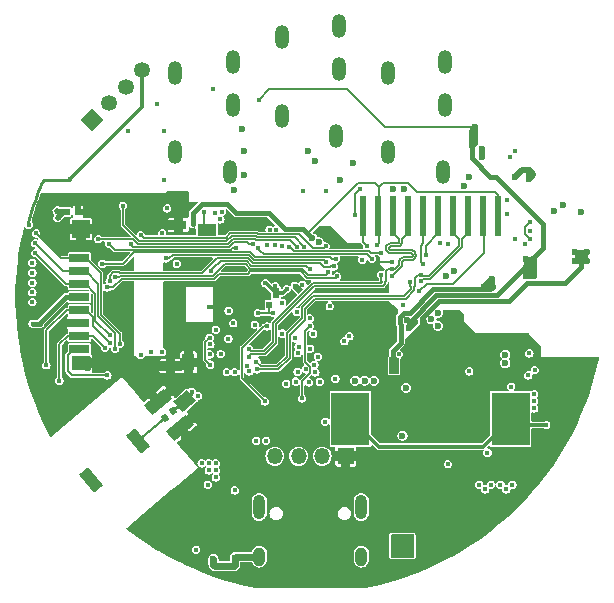
<source format=gbl>
G04 #@! TF.GenerationSoftware,KiCad,Pcbnew,7.0.10*
G04 #@! TF.CreationDate,2024-04-11T11:30:37+02:00*
G04 #@! TF.ProjectId,OtterCastAudioV2,4f747465-7243-4617-9374-417564696f56,rev?*
G04 #@! TF.SameCoordinates,Original*
G04 #@! TF.FileFunction,Copper,L4,Bot*
G04 #@! TF.FilePolarity,Positive*
%FSLAX46Y46*%
G04 Gerber Fmt 4.6, Leading zero omitted, Abs format (unit mm)*
G04 Created by KiCad (PCBNEW 7.0.10) date 2024-04-11 11:30:37*
%MOMM*%
%LPD*%
G01*
G04 APERTURE LIST*
G04 Aperture macros list*
%AMHorizOval*
0 Thick line with rounded ends*
0 $1 width*
0 $2 $3 position (X,Y) of the first rounded end (center of the circle)*
0 $4 $5 position (X,Y) of the second rounded end (center of the circle)*
0 Add line between two ends*
20,1,$1,$2,$3,$4,$5,0*
0 Add two circle primitives to create the rounded ends*
1,1,$1,$2,$3*
1,1,$1,$4,$5*%
%AMRotRect*
0 Rectangle, with rotation*
0 The origin of the aperture is its center*
0 $1 length*
0 $2 width*
0 $3 Rotation angle, in degrees counterclockwise*
0 Add horizontal line*
21,1,$1,$2,0,0,$3*%
%AMFreePoly0*
4,1,14,0.600000,-0.600000,-0.600000,-0.600000,-0.900000,-0.600001,-0.900000,-0.100000,-1.190000,-0.100000,-1.190001,-0.300000,-1.690000,-0.300000,-1.690000,0.300000,-1.190000,0.300000,-1.190000,0.100000,-0.900000,0.100000,-0.900000,0.600000,0.600000,0.600000,0.600000,-0.600000,0.600000,-0.600000,$1*%
G04 Aperture macros list end*
G04 #@! TA.AperFunction,ComponentPad*
%ADD10RotRect,1.350000X1.350000X134.500000*%
G04 #@! TD*
G04 #@! TA.AperFunction,ComponentPad*
%ADD11HorizOval,1.350000X0.000000X0.000000X0.000000X0.000000X0*%
G04 #@! TD*
G04 #@! TA.AperFunction,ComponentPad*
%ADD12O,1.000000X1.600000*%
G04 #@! TD*
G04 #@! TA.AperFunction,ComponentPad*
%ADD13O,1.000000X2.100000*%
G04 #@! TD*
G04 #@! TA.AperFunction,ComponentPad*
%ADD14R,1.350000X1.350000*%
G04 #@! TD*
G04 #@! TA.AperFunction,ComponentPad*
%ADD15O,1.350000X1.350000*%
G04 #@! TD*
G04 #@! TA.AperFunction,ComponentPad*
%ADD16O,1.200000X2.000000*%
G04 #@! TD*
G04 #@! TA.AperFunction,SMDPad,CuDef*
%ADD17RotRect,3.000000X0.200000X220.000000*%
G04 #@! TD*
G04 #@! TA.AperFunction,SMDPad,CuDef*
%ADD18RotRect,1.000000X2.000000X220.000000*%
G04 #@! TD*
G04 #@! TA.AperFunction,SMDPad,CuDef*
%ADD19RotRect,0.500000X0.600000X220.000000*%
G04 #@! TD*
G04 #@! TA.AperFunction,SMDPad,CuDef*
%ADD20FreePoly0,40.000000*%
G04 #@! TD*
G04 #@! TA.AperFunction,SMDPad,CuDef*
%ADD21RotRect,1.100000X2.200000X310.000000*%
G04 #@! TD*
G04 #@! TA.AperFunction,SMDPad,CuDef*
%ADD22RotRect,1.000000X2.000000X40.000000*%
G04 #@! TD*
G04 #@! TA.AperFunction,SMDPad,CuDef*
%ADD23R,0.500000X0.600000*%
G04 #@! TD*
G04 #@! TA.AperFunction,SMDPad,CuDef*
%ADD24RotRect,0.500000X0.600000X225.000000*%
G04 #@! TD*
G04 #@! TA.AperFunction,SMDPad,CuDef*
%ADD25R,0.600000X0.900000*%
G04 #@! TD*
G04 #@! TA.AperFunction,SMDPad,CuDef*
%ADD26R,1.750000X0.700000*%
G04 #@! TD*
G04 #@! TA.AperFunction,SMDPad,CuDef*
%ADD27R,1.000000X1.450000*%
G04 #@! TD*
G04 #@! TA.AperFunction,SMDPad,CuDef*
%ADD28R,1.550000X1.000000*%
G04 #@! TD*
G04 #@! TA.AperFunction,SMDPad,CuDef*
%ADD29R,1.500000X0.800000*%
G04 #@! TD*
G04 #@! TA.AperFunction,SMDPad,CuDef*
%ADD30R,1.400000X0.800000*%
G04 #@! TD*
G04 #@! TA.AperFunction,SMDPad,CuDef*
%ADD31R,1.500000X1.300000*%
G04 #@! TD*
G04 #@! TA.AperFunction,SMDPad,CuDef*
%ADD32R,1.500000X1.500000*%
G04 #@! TD*
G04 #@! TA.AperFunction,SMDPad,CuDef*
%ADD33R,0.600000X3.500000*%
G04 #@! TD*
G04 #@! TA.AperFunction,SMDPad,CuDef*
%ADD34R,3.280000X4.500000*%
G04 #@! TD*
G04 #@! TA.AperFunction,ViaPad*
%ADD35C,0.600000*%
G04 #@! TD*
G04 #@! TA.AperFunction,ViaPad*
%ADD36C,0.450000*%
G04 #@! TD*
G04 #@! TA.AperFunction,Conductor*
%ADD37C,0.400000*%
G04 #@! TD*
G04 #@! TA.AperFunction,Conductor*
%ADD38C,0.200000*%
G04 #@! TD*
G04 #@! TA.AperFunction,Conductor*
%ADD39C,0.300000*%
G04 #@! TD*
G04 #@! TA.AperFunction,Conductor*
%ADD40C,0.250000*%
G04 #@! TD*
G04 #@! TA.AperFunction,Conductor*
%ADD41C,0.500000*%
G04 #@! TD*
G04 #@! TA.AperFunction,Conductor*
%ADD42C,0.600000*%
G04 #@! TD*
G04 #@! TA.AperFunction,Conductor*
%ADD43C,0.127000*%
G04 #@! TD*
G04 APERTURE END LIST*
D10*
X81510249Y-84902728D03*
D11*
X82936750Y-83500909D03*
X84363250Y-82099091D03*
X85789751Y-80697272D03*
D12*
X104320000Y-121895000D03*
D13*
X104320000Y-117715000D03*
D12*
X95680000Y-121895000D03*
D13*
X95680000Y-117715000D03*
D14*
X103000000Y-113400000D03*
D15*
X101000000Y-113400000D03*
X99000000Y-113400000D03*
X97000000Y-113400000D03*
D16*
X88580000Y-87650000D03*
X88580000Y-80950000D03*
X93420000Y-80050000D03*
X93420000Y-83650000D03*
X93200000Y-89350000D03*
X97580000Y-84600000D03*
X97580000Y-77900000D03*
X102420000Y-77000000D03*
X102420000Y-80600000D03*
X102200000Y-86300000D03*
X106580000Y-87650000D03*
X106580000Y-80950000D03*
X111420000Y-80050000D03*
X111420000Y-83650000D03*
X111200000Y-89350000D03*
D17*
X86583122Y-111120999D03*
D18*
X85441716Y-112078752D03*
D19*
X87678565Y-110201812D03*
D20*
X89501751Y-108671978D03*
D21*
X87114225Y-108782510D03*
X88978309Y-111004039D03*
D22*
X81458284Y-115421248D03*
D23*
X96520000Y-100600000D03*
X95580000Y-100600000D03*
D24*
X98932340Y-99217660D03*
X98267660Y-99882340D03*
D25*
X97100000Y-99600000D03*
X95600000Y-99600000D03*
D26*
X80450000Y-96625000D03*
X80450000Y-97725000D03*
X80450000Y-98825000D03*
X80450000Y-99925000D03*
X80450000Y-101025000D03*
X80450000Y-102125000D03*
X80450000Y-103225000D03*
X80450000Y-104325000D03*
D27*
X89675000Y-105450000D03*
D28*
X91250000Y-94225000D03*
D29*
X88175000Y-105775000D03*
D30*
X88825000Y-93825000D03*
D31*
X80575000Y-105525000D03*
D32*
X80575000Y-94175000D03*
D23*
X79380000Y-92700000D03*
X80320000Y-92700000D03*
D33*
X113375000Y-93100000D03*
X112105000Y-93100000D03*
X110835000Y-93100000D03*
X109565000Y-93100000D03*
X108295000Y-93100000D03*
X107025000Y-93100000D03*
X115915000Y-93100000D03*
X114645000Y-93100000D03*
X105755000Y-93100000D03*
X104485000Y-93100000D03*
D34*
X103400000Y-110250000D03*
X116950000Y-110250000D03*
D35*
X92800000Y-117050000D03*
D36*
X91600000Y-117050000D03*
X92800000Y-118250000D03*
D35*
X109440000Y-102650000D03*
X122440000Y-96850000D03*
X123440000Y-96150000D03*
X122440000Y-96150000D03*
X123440000Y-96850000D03*
X113000000Y-90500000D03*
X111700000Y-108800000D03*
X112700000Y-108800000D03*
X113700000Y-108800000D03*
X110700000Y-109800000D03*
X111700000Y-109800000D03*
X112700000Y-109800000D03*
X113700000Y-109800000D03*
X110700000Y-110800000D03*
X111700000Y-110800000D03*
X112700000Y-110800000D03*
X113700000Y-110800000D03*
X110700000Y-111800000D03*
X111700000Y-111800000D03*
X112700000Y-111800000D03*
X113700000Y-111800000D03*
X105150000Y-103750000D03*
X105150000Y-103050000D03*
D36*
X102880000Y-100614490D03*
D35*
X93600000Y-113500000D03*
X105600000Y-118300000D03*
X84600000Y-102600000D03*
X75825000Y-102050000D03*
X114000000Y-116900000D03*
D36*
X94250000Y-100950000D03*
D35*
X107200000Y-118250000D03*
X86000000Y-108000000D03*
D36*
X104180000Y-97370000D03*
X102850000Y-106590002D03*
X97679937Y-98789907D03*
D35*
X88700000Y-116600000D03*
X120450000Y-105500000D03*
X80220000Y-108970000D03*
X112200000Y-97700000D03*
X111450000Y-98150000D03*
X82025000Y-96525000D03*
D36*
X94237500Y-99637500D03*
D35*
X123500000Y-105520000D03*
D36*
X88750000Y-104000000D03*
D35*
X82825000Y-101150000D03*
D36*
X77275000Y-91900000D03*
D35*
X86500000Y-118600000D03*
D36*
X106920000Y-96930000D03*
X98150000Y-100070000D03*
D35*
X80875000Y-102125000D03*
X116500000Y-104000000D03*
D36*
X94273510Y-102262224D03*
D35*
X81150000Y-105200000D03*
X81150000Y-105950000D03*
X92700000Y-110500000D03*
X84675000Y-103850000D03*
D36*
X98670000Y-101720000D03*
D35*
X105225000Y-100660010D03*
D36*
X76800000Y-92950000D03*
D35*
X78020000Y-110970000D03*
X79175000Y-102125000D03*
X104350000Y-115425000D03*
X89300000Y-112000000D03*
X84600000Y-101350000D03*
X90800000Y-111800000D03*
X76900000Y-105825000D03*
D36*
X81600000Y-93050000D03*
X95562500Y-100312500D03*
D35*
X111950000Y-103850000D03*
D36*
X93636300Y-103548572D03*
D35*
X114900000Y-104675000D03*
D36*
X102214998Y-105125000D03*
D35*
X110700000Y-108800000D03*
D36*
X96189507Y-101873671D03*
D35*
X93700000Y-119000000D03*
X83725000Y-100200000D03*
X87875000Y-103675000D03*
D36*
X77300000Y-92950000D03*
D35*
X118000000Y-115000000D03*
X111950000Y-102850000D03*
X101584262Y-95057166D03*
D36*
X91400000Y-100749994D03*
D35*
X101380000Y-115060000D03*
X109200000Y-116150000D03*
X90500000Y-119700000D03*
D36*
X90139998Y-94500000D03*
D35*
X121250000Y-108500000D03*
X111950000Y-104850000D03*
X78250000Y-105350000D03*
D36*
X116625000Y-91675000D03*
D35*
X115000000Y-118550000D03*
X112500000Y-119000000D03*
X101370000Y-118990000D03*
X119000000Y-114000000D03*
X92700000Y-109200000D03*
X116400000Y-117850000D03*
X84825000Y-97275000D03*
X108400000Y-118250000D03*
X121500000Y-105500000D03*
X97300000Y-114500000D03*
D36*
X96195000Y-103555000D03*
D35*
X87850000Y-102075000D03*
X91130000Y-120050000D03*
D36*
X96550000Y-111000000D03*
X97325000Y-104200000D03*
D35*
X97400000Y-112100000D03*
X120500000Y-107500000D03*
X93100000Y-115600000D03*
X116450000Y-113950000D03*
X83800000Y-96425000D03*
X100700000Y-111650000D03*
D36*
X109800000Y-104850000D03*
D35*
X107050000Y-103300000D03*
X121250000Y-110500000D03*
X76890000Y-104755000D03*
D36*
X87825000Y-98800000D03*
D35*
X87925000Y-100450000D03*
X98300000Y-114500000D03*
D36*
X96600000Y-109200000D03*
D35*
X85400000Y-119600000D03*
D36*
X116625000Y-92925000D03*
D35*
X122500000Y-105500000D03*
X90400000Y-118700000D03*
D36*
X85200000Y-91250000D03*
D35*
X116450000Y-113050000D03*
X107000000Y-90810010D03*
D36*
X94368662Y-97581499D03*
D35*
X96000000Y-114900000D03*
X109200000Y-113250000D03*
X105225000Y-101350000D03*
X105300000Y-106190000D03*
X107300000Y-113300000D03*
X79350000Y-95325000D03*
X109900000Y-103300000D03*
D36*
X81600000Y-92400000D03*
D35*
X111550000Y-102050000D03*
D36*
X95200000Y-93400000D03*
X87825000Y-97450000D03*
D35*
X111550000Y-101350000D03*
X109200000Y-116950000D03*
X90400000Y-110200000D03*
X108950000Y-103300000D03*
X88400000Y-107800000D03*
X90790000Y-120610000D03*
D36*
X93658827Y-98378510D03*
D35*
X92400000Y-121100000D03*
X79120000Y-109970000D03*
X98640000Y-118970000D03*
X105600000Y-117200000D03*
X110000000Y-116700000D03*
X107925002Y-90810010D03*
D36*
X96298074Y-99753639D03*
X97580000Y-102330000D03*
D35*
X117700000Y-116800000D03*
X112500000Y-117450000D03*
D36*
X109100000Y-104850000D03*
X92700000Y-94175000D03*
X108500000Y-105150000D03*
D35*
X117890020Y-105325000D03*
D36*
X97210000Y-108290000D03*
D35*
X121250000Y-111500000D03*
D36*
X111050000Y-105700000D03*
X103480000Y-99414490D03*
D35*
X81150000Y-95400000D03*
D36*
X95900000Y-93800000D03*
D35*
X112500000Y-118250000D03*
X96820000Y-119120000D03*
X113675000Y-115350000D03*
D36*
X102149702Y-102227843D03*
X90560000Y-102965022D03*
D35*
X107200000Y-117050000D03*
D36*
X81100000Y-92700000D03*
D35*
X114400000Y-117900000D03*
D36*
X89350000Y-104000000D03*
D35*
X92100000Y-119000000D03*
D36*
X95537500Y-99637500D03*
D35*
X87600000Y-117600000D03*
D36*
X100100000Y-101050000D03*
D35*
X100600000Y-108426490D03*
X108400000Y-117050000D03*
X96800000Y-115980000D03*
X120500000Y-106500000D03*
X115750000Y-104675000D03*
D36*
X89040000Y-93790000D03*
D35*
X81320000Y-107970000D03*
D36*
X88630000Y-99375000D03*
D35*
X105300000Y-105150000D03*
X118000000Y-114000000D03*
D36*
X89975000Y-104025000D03*
X110350000Y-115225000D03*
D35*
X109200000Y-117800000D03*
X110350000Y-118200000D03*
D36*
X94550000Y-108800000D03*
D35*
X98600000Y-111600000D03*
X121250000Y-109500000D03*
X113400000Y-89725000D03*
X78250000Y-104300000D03*
X105100000Y-116200000D03*
X107250000Y-107300000D03*
X120000000Y-114000000D03*
X111800000Y-115350000D03*
X104600000Y-106190000D03*
X110700000Y-116700000D03*
X113750000Y-118400000D03*
D36*
X97580000Y-107720000D03*
X88570000Y-91830000D03*
D35*
X114050000Y-104675000D03*
X118000000Y-116000000D03*
D36*
X89975000Y-107950000D03*
X99850000Y-107150000D03*
D35*
X100160022Y-94950000D03*
D36*
X88690000Y-97100000D03*
D35*
X105400000Y-107000000D03*
X114700000Y-99039990D03*
X104600000Y-107000000D03*
D36*
X107260000Y-105550000D03*
X79640016Y-89970000D03*
X100800000Y-107100000D03*
X76156253Y-93790854D03*
D35*
X115425000Y-99039990D03*
D36*
X106900000Y-105875000D03*
X105640000Y-95500000D03*
X99325000Y-98875000D03*
X90024555Y-93699110D03*
D35*
X103800000Y-107000000D03*
D36*
X99959664Y-101723471D03*
X90025000Y-93150000D03*
X100249213Y-103027024D03*
X99013971Y-104123940D03*
D35*
X100720000Y-95290000D03*
D36*
X106900000Y-105225000D03*
D35*
X115400000Y-98375000D03*
D36*
X98674997Y-98974997D03*
X107275000Y-106200000D03*
X76490000Y-102180000D03*
X77050000Y-102180000D03*
X92000000Y-115200000D03*
X92000000Y-114000000D03*
D35*
X107800000Y-111650000D03*
X116500000Y-104800000D03*
D36*
X91400000Y-114600000D03*
D35*
X116500000Y-105500000D03*
D36*
X116100000Y-115800000D03*
X114300000Y-115800000D03*
D35*
X108100000Y-107600000D03*
D36*
X90800000Y-114000000D03*
X118950000Y-109350000D03*
X114800000Y-116200000D03*
X118950000Y-108750000D03*
X91400000Y-114000000D03*
X117100000Y-115800000D03*
X116600000Y-116200000D03*
X118950000Y-108150000D03*
X92000000Y-114600000D03*
X115300000Y-115800000D03*
X111650000Y-114075000D03*
X93600002Y-116300000D03*
X91325000Y-115800000D03*
D35*
X107200000Y-121600000D03*
X108400000Y-121600000D03*
X107200000Y-120400000D03*
X108400000Y-120400000D03*
X93600000Y-122000000D03*
X91799996Y-122100000D03*
D36*
X115000000Y-113100000D03*
X99300000Y-108500000D03*
X99975000Y-102375000D03*
X101250000Y-110475000D03*
X117000000Y-107500000D03*
D35*
X108821231Y-102047703D03*
X108326256Y-102542678D03*
X108175000Y-101900000D03*
X118950000Y-96700000D03*
X118950000Y-98100000D03*
X113950000Y-85550000D03*
D36*
X95650000Y-83200000D03*
X95425000Y-112100000D03*
D35*
X113950000Y-86850000D03*
D36*
X96250000Y-112100000D03*
D35*
X118250000Y-98100000D03*
D36*
X107500000Y-104750000D03*
D35*
X113950000Y-86200000D03*
X118250000Y-96700000D03*
D36*
X97956790Y-107256790D03*
X96850000Y-101275000D03*
X95298510Y-102250000D03*
X92925000Y-106275000D03*
X93600000Y-106275000D03*
X94825000Y-106225000D03*
X95550000Y-101275000D03*
X94625000Y-105725000D03*
D35*
X114550000Y-87400000D03*
X120600000Y-92600000D03*
X122900000Y-92700000D03*
X94400000Y-89600000D03*
X94400000Y-87520000D03*
X100400000Y-88400000D03*
X118500000Y-89150000D03*
X121400000Y-92100000D03*
X102500000Y-90000000D03*
X118500000Y-89900000D03*
X114550000Y-88050000D03*
X103600000Y-88600000D03*
X117325000Y-89725000D03*
X99800000Y-87600000D03*
X94200000Y-85700000D03*
X93500000Y-90900000D03*
D36*
X104228213Y-90778207D03*
X103775000Y-92974996D03*
X101350000Y-90975000D03*
X116889990Y-88100000D03*
X117350000Y-87547192D03*
X99400000Y-90950000D03*
X96150000Y-108750000D03*
X96332868Y-102415022D03*
X109765018Y-96325000D03*
X109515002Y-97150000D03*
X115965000Y-110370000D03*
X119975000Y-110750000D03*
X104750000Y-109600000D03*
X104000000Y-109750000D03*
X103450000Y-108250000D03*
X117400000Y-109110000D03*
X116500000Y-110350000D03*
X103950000Y-108250000D03*
X103400000Y-109750000D03*
X84600000Y-85900000D03*
X91900000Y-92800000D03*
X92500000Y-92700000D03*
X87025000Y-83600000D03*
X104410000Y-96750000D03*
X103300000Y-103240000D03*
X97610000Y-103010000D03*
X102880000Y-103660000D03*
X107870000Y-100570000D03*
X98685510Y-103430662D03*
X109399460Y-98021113D03*
X95450000Y-106050000D03*
X109399460Y-98598115D03*
X108450002Y-98611250D03*
X95431512Y-105386161D03*
X106931729Y-97554136D03*
X94781512Y-104963839D03*
X106931729Y-98131138D03*
X94781512Y-104313839D03*
X106005001Y-98024645D03*
X87600000Y-90000000D03*
X93469737Y-102130800D03*
X93080000Y-101070000D03*
X87593210Y-85843210D03*
X101649991Y-100697013D03*
X102125000Y-106825000D03*
X78600000Y-93200000D03*
X78550000Y-92600000D03*
X109225000Y-99450000D03*
X104804974Y-95600000D03*
D35*
X110800000Y-102350000D03*
X110250000Y-101800000D03*
D36*
X96975000Y-95525000D03*
X97609508Y-100409499D03*
X97994847Y-99252989D03*
X97020000Y-98990000D03*
X96177829Y-98750009D03*
X96350000Y-95500000D03*
X98829943Y-101183314D03*
X96550000Y-94225000D03*
X97100000Y-94225000D03*
X97600000Y-95600000D03*
D35*
X110800000Y-101250000D03*
D36*
X91526140Y-105641275D03*
X91470000Y-103358510D03*
X98925077Y-106251490D03*
X91000000Y-92700000D03*
X90625000Y-94010022D03*
X76775002Y-94540000D03*
X98935121Y-104678377D03*
X83875000Y-103875000D03*
X76695002Y-95370000D03*
X83473510Y-104309649D03*
X99981512Y-104313839D03*
X83050000Y-103175000D03*
X76705002Y-96200000D03*
X99602643Y-106037230D03*
X77650000Y-105700000D03*
X83050000Y-103850000D03*
X100631512Y-104963839D03*
X82610521Y-104200000D03*
X78750006Y-107000000D03*
X100351760Y-105656529D03*
X100425000Y-106310003D03*
X82825000Y-106560024D03*
X90500000Y-108300000D03*
X118553204Y-104692608D03*
X113456740Y-106215650D03*
X90325000Y-121300000D03*
X92000000Y-102700000D03*
X91800000Y-82300000D03*
X98217946Y-95663710D03*
X111000000Y-95350000D03*
X105993183Y-96169373D03*
X118450000Y-106550000D03*
X119000000Y-106100000D03*
X111662500Y-95412500D03*
X105220024Y-96700000D03*
X95548507Y-95785876D03*
X118594999Y-94305001D03*
X83007983Y-98580042D03*
X101999813Y-97321824D03*
X76459998Y-100350000D03*
X101300000Y-95625000D03*
X85650000Y-94675000D03*
X87750000Y-96650000D03*
X101285710Y-96938162D03*
X76459998Y-98715000D03*
X83500000Y-98200000D03*
X117324998Y-95024998D03*
X101509506Y-97809497D03*
X118600000Y-95000000D03*
X82800000Y-99100000D03*
X76459998Y-99520000D03*
X102265110Y-98183686D03*
X118600000Y-93600000D03*
X76459998Y-97860000D03*
X102173214Y-96690469D03*
X118200000Y-95400000D03*
X82400000Y-97100000D03*
X82025000Y-95025000D03*
X98850000Y-95655002D03*
X93726490Y-95739479D03*
X82950000Y-95425002D03*
X95125000Y-95419469D03*
X84775000Y-95425000D03*
X87870000Y-92410000D03*
X92390173Y-93349137D03*
X87450000Y-104576490D03*
X92409499Y-104740494D03*
X99990501Y-97590493D03*
X91575000Y-97700000D03*
X98772012Y-107074493D03*
X76464998Y-97030000D03*
X84131878Y-92184999D03*
X99450000Y-95655002D03*
X91498492Y-104776490D03*
X85650000Y-104825000D03*
X93059505Y-103440503D03*
X87450000Y-94500000D03*
X86550000Y-104575000D03*
X91536406Y-103919975D03*
D37*
X123289999Y-96500000D02*
X123251091Y-96461091D01*
X123290000Y-96850000D02*
X122975355Y-96849999D01*
X122975355Y-96849999D02*
X122590001Y-96850000D01*
X122590001Y-96850000D02*
X122590001Y-96300001D01*
X123290000Y-96850000D02*
X123290000Y-96300000D01*
X123290000Y-96142893D02*
X122590001Y-96142893D01*
X123251091Y-96461091D02*
X122625357Y-96461091D01*
X121540000Y-98750000D02*
X118350000Y-98750000D01*
D38*
X98150000Y-100070000D02*
X98150000Y-100000000D01*
X98150000Y-100000000D02*
X98267660Y-99882340D01*
X106920000Y-96930000D02*
X105695000Y-96930000D01*
D37*
X122940000Y-97350000D02*
X121540000Y-98750000D01*
D39*
X95537500Y-100287500D02*
X95562500Y-100312500D01*
D37*
X122940000Y-96885354D02*
X122940000Y-97350000D01*
X109440000Y-101712802D02*
X109440000Y-102225736D01*
D39*
X95537500Y-99637500D02*
X95537500Y-100287500D01*
X95753639Y-99753639D02*
X95600000Y-99600000D01*
X96121361Y-99753639D02*
X95562500Y-100312500D01*
D37*
X109440000Y-102225736D02*
X109440000Y-102650000D01*
D38*
X105695000Y-96930000D02*
X105255000Y-97370000D01*
D37*
X122975355Y-96849999D02*
X122940000Y-96885354D01*
X116829978Y-100270022D02*
X110882780Y-100270022D01*
X110882780Y-100270022D02*
X109440000Y-101712802D01*
D39*
X96298074Y-99753639D02*
X95753639Y-99753639D01*
X91400000Y-100749994D02*
X92149994Y-100749994D01*
D38*
X105255000Y-97370000D02*
X104180000Y-97370000D01*
D37*
X118350000Y-98750000D02*
X116829978Y-100270022D01*
D39*
X96298074Y-99753639D02*
X96121361Y-99753639D01*
D38*
X88597819Y-109430467D02*
X89386844Y-108768396D01*
X89975000Y-108180240D02*
X89975000Y-107950000D01*
X89386844Y-108768396D02*
X89975000Y-108180240D01*
D37*
X106975000Y-106075000D02*
X106975000Y-106075000D01*
D40*
X76554465Y-92104023D02*
X76656421Y-91807509D01*
D37*
X110425000Y-99250000D02*
X108425000Y-101250000D01*
D39*
X85789751Y-80697272D02*
X85789751Y-83820265D01*
D41*
X115400000Y-98375000D02*
X114735010Y-99039990D01*
D38*
X105800000Y-90640000D02*
X106140000Y-90300000D01*
D37*
X90025000Y-93150000D02*
X90025000Y-93698665D01*
X107550000Y-102150000D02*
X107660001Y-102260001D01*
D38*
X109030000Y-91030000D02*
X115630000Y-91030000D01*
X106140000Y-90300000D02*
X108300000Y-90300000D01*
D37*
X97856780Y-94189978D02*
X99400000Y-94189978D01*
D38*
X98674997Y-98974997D02*
X98689677Y-98974997D01*
D40*
X77346215Y-90057888D02*
X77372059Y-90000000D01*
X77101500Y-90635264D02*
X77222003Y-90345857D01*
D37*
X93700000Y-92800000D02*
X96466802Y-92800000D01*
D41*
X114700000Y-99039990D02*
X115425000Y-99039990D01*
D39*
X85789751Y-83820265D02*
X85580008Y-84030008D01*
D37*
X99400000Y-94189978D02*
X100160022Y-94950000D01*
X90831802Y-92025000D02*
X92925000Y-92025000D01*
D40*
X76656421Y-91807509D02*
X76762108Y-91512365D01*
D38*
X105460000Y-90300000D02*
X105800000Y-90640000D01*
D37*
X92925000Y-92025000D02*
X93700000Y-92800000D01*
D41*
X114735010Y-99039990D02*
X114700000Y-99039990D01*
D38*
X105640000Y-95500000D02*
X105800000Y-95340000D01*
D37*
X90025000Y-93698665D02*
X90024555Y-93699110D01*
D40*
X76456307Y-92401704D02*
X76554465Y-92104023D01*
X76074295Y-93708895D02*
X76101549Y-93604407D01*
X76271306Y-93000811D02*
X76361880Y-92700765D01*
D38*
X98689677Y-98974997D02*
X98932340Y-99217660D01*
D40*
X76762108Y-91512365D02*
X76871511Y-91218624D01*
D37*
X106964999Y-106064999D02*
X106975000Y-106075000D01*
D40*
X76184507Y-93302100D02*
X76271306Y-93000811D01*
D37*
X90025000Y-92831802D02*
X90831802Y-92025000D01*
D40*
X76361880Y-92700765D02*
X76456307Y-92401704D01*
X76156253Y-93790854D02*
X76074295Y-93708895D01*
D38*
X115630000Y-91030000D02*
X115915000Y-91315000D01*
D40*
X77222003Y-90345857D02*
X77346215Y-90057888D01*
X76101549Y-93604407D02*
X76184507Y-93302100D01*
D37*
X107660001Y-102260001D02*
X107660001Y-103798197D01*
X108425000Y-101250000D02*
X107925000Y-101250000D01*
X107925000Y-101250000D02*
X107550000Y-101625000D01*
X107660001Y-103798197D02*
X106964999Y-104493199D01*
X96466802Y-92800000D02*
X97856780Y-94189978D01*
D38*
X108300000Y-90300000D02*
X109030000Y-91030000D01*
X99275000Y-98875000D02*
X98932340Y-99217660D01*
X104000000Y-90300000D02*
X105460000Y-90300000D01*
D37*
X107550000Y-101625000D02*
X107550000Y-102150000D01*
X115214990Y-99250000D02*
X110425000Y-99250000D01*
D38*
X99325000Y-98875000D02*
X99275000Y-98875000D01*
D40*
X76871511Y-91218624D02*
X76984673Y-90926176D01*
X77372059Y-90000000D02*
X79610016Y-90000000D01*
X79610016Y-90000000D02*
X79640016Y-89970000D01*
D38*
X105800000Y-95340000D02*
X105800000Y-90640000D01*
X99810022Y-94600000D02*
X99800000Y-94600000D01*
D37*
X106964999Y-104493199D02*
X106964999Y-106064999D01*
D41*
X115400000Y-98375000D02*
X115400000Y-99014990D01*
D38*
X115915000Y-91315000D02*
X115915000Y-92826490D01*
D37*
X90025000Y-93150000D02*
X90025000Y-92831802D01*
D40*
X76984673Y-90926176D02*
X77101500Y-90635264D01*
D41*
X115400000Y-99014990D02*
X115425000Y-99039990D01*
D39*
X85580008Y-84030008D02*
X79640016Y-89970000D01*
D38*
X99800000Y-94500000D02*
X104000000Y-90300000D01*
X100160022Y-94950000D02*
X99810022Y-94600000D01*
X99800000Y-94600000D02*
X99800000Y-94500000D01*
D37*
X115425000Y-99039990D02*
X115214990Y-99250000D01*
X80450000Y-99925000D02*
X79305000Y-99925000D01*
X79305000Y-99925000D02*
X77050000Y-102180000D01*
X76490000Y-102180000D02*
X77140000Y-102180000D01*
D42*
X91799996Y-122100000D02*
X91799996Y-122574260D01*
X91799996Y-122574260D02*
X91925736Y-122700000D01*
X93600000Y-122645000D02*
X93600000Y-122000000D01*
X91925736Y-122700000D02*
X93545000Y-122700000D01*
X93545000Y-122700000D02*
X93600000Y-122645000D01*
X95680000Y-121895000D02*
X93705000Y-121895000D01*
X93705000Y-121895000D02*
X93600000Y-122000000D01*
D43*
X99550000Y-105394805D02*
X100001144Y-105845949D01*
X100001144Y-106228511D02*
X100000000Y-106229655D01*
X100000000Y-106350000D02*
X99300000Y-107050000D01*
X100000000Y-106229655D02*
X100000000Y-106350000D01*
X100001144Y-105845949D02*
X100001144Y-106228511D01*
X99550000Y-102800000D02*
X99550000Y-105394805D01*
X99300000Y-107050000D02*
X99300000Y-108500000D01*
X99975000Y-102375000D02*
X99550000Y-102800000D01*
D37*
X118950000Y-96700000D02*
X118950000Y-98100000D01*
X115839989Y-99760011D02*
X110664989Y-99760011D01*
D41*
X113650001Y-87149999D02*
X113950000Y-86850000D01*
D37*
X119700731Y-93745483D02*
X119700731Y-95799269D01*
D41*
X113950000Y-85550000D02*
X113950000Y-86850000D01*
X113650001Y-86499999D02*
X113950000Y-86200000D01*
X113650000Y-87250000D02*
X113650000Y-85850000D01*
D37*
X110664989Y-99760011D02*
X108326256Y-102098744D01*
X108326256Y-102118414D02*
X108326256Y-102542678D01*
X115705248Y-89750000D02*
X119700731Y-93745483D01*
D43*
X113950000Y-85550000D02*
X106300000Y-85550000D01*
D37*
X115250000Y-89750000D02*
X115705248Y-89750000D01*
D43*
X103090000Y-82340000D02*
X96510000Y-82340000D01*
D37*
X118950000Y-96700000D02*
X118550000Y-96700000D01*
X118200000Y-97400000D02*
X115839989Y-99760011D01*
X118600000Y-98100000D02*
X118950000Y-98100000D01*
X118550000Y-96700000D02*
X118600000Y-96750000D01*
D41*
X113650000Y-85850000D02*
X113950000Y-85550000D01*
D37*
X118250000Y-98100000D02*
X118600000Y-98100000D01*
X118550000Y-96700000D02*
X118250000Y-96700000D01*
X119700731Y-95799269D02*
X118200000Y-97300000D01*
D43*
X96510000Y-82340000D02*
X95650000Y-83200000D01*
D41*
X113650001Y-87149999D02*
X113650001Y-86499999D01*
D37*
X113650001Y-87149999D02*
X113650000Y-88150000D01*
X113650000Y-88150000D02*
X115250000Y-89750000D01*
X118600000Y-96750000D02*
X118600000Y-98100000D01*
X118250000Y-96700000D02*
X118250000Y-98100000D01*
D43*
X106300000Y-85550000D02*
X103090000Y-82340000D01*
D37*
X108326256Y-102098744D02*
X108326256Y-102118414D01*
X108326256Y-102542678D02*
X108821231Y-102047703D01*
D38*
X96475000Y-101275000D02*
X96520000Y-101230000D01*
X96520000Y-101230000D02*
X96520000Y-100600000D01*
X96475000Y-101275000D02*
X95550000Y-101275000D01*
X96850000Y-101275000D02*
X96475000Y-101275000D01*
D41*
X118850000Y-89550000D02*
X118500000Y-89900000D01*
X118850000Y-89500000D02*
X118500000Y-89150000D01*
X118500000Y-89900000D02*
X118500000Y-89150000D01*
X114550000Y-88050000D02*
X114550000Y-87400000D01*
X117900000Y-89150000D02*
X117325000Y-89725000D01*
X118500000Y-89150000D02*
X117900000Y-89150000D01*
D38*
X103775000Y-91231420D02*
X104228213Y-90778207D01*
X103775000Y-92974996D02*
X103775000Y-91231420D01*
D43*
X96034978Y-102415022D02*
X94200000Y-104250000D01*
X96332868Y-102415022D02*
X96034978Y-102415022D01*
X94200000Y-104250000D02*
X94200000Y-106800000D01*
X94200000Y-106800000D02*
X96150000Y-108750000D01*
X110835000Y-94540000D02*
X109765018Y-95609982D01*
X109765018Y-95609982D02*
X109765018Y-96325000D01*
X110835000Y-93100000D02*
X110835000Y-94540000D01*
X109350000Y-96984998D02*
X109515002Y-97150000D01*
X109350000Y-95600000D02*
X109350000Y-96984998D01*
X109565000Y-93100000D02*
X109565000Y-95385000D01*
X109565000Y-95385000D02*
X109350000Y-95600000D01*
D39*
X118300000Y-110750000D02*
X119975000Y-110750000D01*
X117800000Y-110250000D02*
X118300000Y-110750000D01*
X103450000Y-110250000D02*
X105780000Y-112580000D01*
X114630000Y-112580000D02*
X116960000Y-110250000D01*
X105780000Y-112580000D02*
X114630000Y-112580000D01*
X116960000Y-110250000D02*
X117800000Y-110250000D01*
X103440000Y-110250000D02*
X103450000Y-110250000D01*
D43*
X108770553Y-99359053D02*
X108062606Y-100067000D01*
X112105000Y-94500000D02*
X112613000Y-95008000D01*
X99537000Y-101842606D02*
X98257000Y-103122606D01*
X109560961Y-98182614D02*
X109399460Y-98021113D01*
X109103887Y-98021113D02*
X108850000Y-98275000D01*
X108837106Y-98975000D02*
X108770553Y-99041553D01*
X100372606Y-100067000D02*
X99537000Y-100902606D01*
X108850000Y-98275000D02*
X108850000Y-98975000D01*
X112613000Y-95008000D02*
X112613000Y-95587394D01*
X112613000Y-95587394D02*
X110017780Y-98182614D01*
X108062606Y-100067000D02*
X100372606Y-100067000D01*
X95841351Y-106050000D02*
X95450000Y-106050000D01*
X109399460Y-98021113D02*
X109103887Y-98021113D01*
X112105000Y-93100000D02*
X112105000Y-94500000D01*
X110017780Y-98182614D02*
X109560961Y-98182614D01*
X108770553Y-99041553D02*
X108770553Y-99359053D01*
X97299606Y-106050000D02*
X95841351Y-106050000D01*
X98257000Y-103122606D02*
X98257000Y-105092606D01*
X99537000Y-100902606D02*
X99537000Y-101842606D01*
X108850000Y-98975000D02*
X108837106Y-98975000D01*
X98257000Y-105092606D02*
X97299606Y-106050000D01*
X98020000Y-103000394D02*
X98020000Y-104970394D01*
X112867000Y-95692606D02*
X110122992Y-98436614D01*
X108450002Y-98611250D02*
X108450002Y-98989998D01*
X99283000Y-101737394D02*
X98020000Y-103000394D01*
X108450002Y-98989998D02*
X108450000Y-98990000D01*
X112867000Y-95008000D02*
X112867000Y-95692606D01*
X99283000Y-100797394D02*
X99283000Y-101737394D01*
X95841351Y-105796000D02*
X95431512Y-105386161D01*
X113375000Y-93100000D02*
X113375000Y-94500000D01*
X100267394Y-99813000D02*
X99283000Y-100797394D01*
X98020000Y-104970394D02*
X97194394Y-105796000D01*
X97194394Y-105796000D02*
X95841351Y-105796000D01*
X110122992Y-98436614D02*
X109560961Y-98436614D01*
X108516553Y-99253841D02*
X107957394Y-99813000D01*
X113375000Y-94500000D02*
X112867000Y-95008000D01*
X108450000Y-98990000D02*
X108450000Y-99002894D01*
X107957394Y-99813000D02*
X100267394Y-99813000D01*
X108450000Y-99002894D02*
X108516553Y-99069447D01*
X108516553Y-99069447D02*
X108516553Y-99253841D01*
X109560961Y-98436614D02*
X109399460Y-98598115D01*
X106718800Y-96199912D02*
X106808326Y-96210000D01*
X107025000Y-93100000D02*
X107025000Y-94500000D01*
X107935327Y-96556000D02*
X107845801Y-96566087D01*
X107533000Y-95183000D02*
X107528662Y-95221496D01*
X107528662Y-95221496D02*
X107515867Y-95258061D01*
X107025000Y-94500000D02*
X107533000Y-95008000D01*
X106718800Y-95366087D02*
X106633763Y-95395842D01*
X106122606Y-98997000D02*
X100292606Y-98997000D01*
X108660000Y-96383000D02*
X108655663Y-96421496D01*
X107435061Y-95338867D02*
X107398496Y-95351662D01*
X107572843Y-96783763D02*
X107543088Y-96868800D01*
X106931729Y-97554136D02*
X106613531Y-97554136D01*
X106557480Y-96122225D02*
X106633763Y-96170157D01*
X108487000Y-96556000D02*
X107935327Y-96556000D01*
X106493774Y-96058519D02*
X106557480Y-96122225D01*
X107845801Y-96566087D02*
X107760764Y-96595842D01*
X107620775Y-96707480D02*
X107572843Y-96783763D01*
X106633763Y-96170157D02*
X106718800Y-96199912D01*
X106425000Y-98537000D02*
X106342000Y-98620000D01*
X106808326Y-96210000D02*
X108487000Y-96210000D01*
X106445842Y-95982236D02*
X106493774Y-96058519D01*
X108562062Y-96227132D02*
X108594864Y-96247743D01*
X107495256Y-95290863D02*
X107467863Y-95318256D01*
X108642868Y-96458061D02*
X108622257Y-96490863D01*
X106425000Y-97742667D02*
X106425000Y-98537000D01*
X106406000Y-95758326D02*
X106406000Y-95807673D01*
X107533000Y-96958326D02*
X107533000Y-97170656D01*
X108622257Y-96490863D02*
X108594864Y-96518256D01*
X108642868Y-96307938D02*
X108655663Y-96344503D01*
X108655663Y-96421496D02*
X108642868Y-96458061D01*
X97087000Y-102202606D02*
X97087000Y-103832606D01*
X106613531Y-97554136D02*
X106425000Y-97742667D01*
X108487000Y-96210000D02*
X108525497Y-96214337D01*
X106416087Y-95897199D02*
X106445842Y-95982236D01*
X107467863Y-95318256D02*
X107435061Y-95338867D01*
X108622257Y-96275136D02*
X108642868Y-96307938D01*
X107533000Y-95008000D02*
X107533000Y-95183000D01*
X96153767Y-104765839D02*
X94979512Y-104765839D01*
X107360000Y-95356000D02*
X106808326Y-95356000D01*
X107533000Y-97170656D02*
X107149520Y-97554136D01*
X106493774Y-95507480D02*
X106445842Y-95583763D01*
X94979512Y-104765839D02*
X94781512Y-104963839D01*
X100292606Y-98997000D02*
X97087000Y-102202606D01*
X106342000Y-98777606D02*
X106122606Y-98997000D01*
X107684481Y-96643774D02*
X107620775Y-96707480D01*
X108655663Y-96344503D02*
X108660000Y-96383000D01*
X107760764Y-96595842D02*
X107684481Y-96643774D01*
X106633763Y-95395842D02*
X106557480Y-95443774D01*
X97087000Y-103832606D02*
X96153767Y-104765839D01*
X107398496Y-95351662D02*
X107360000Y-95356000D01*
X106445842Y-95583763D02*
X106416087Y-95668800D01*
X107149520Y-97554136D02*
X106931729Y-97554136D01*
X108594864Y-96247743D02*
X108622257Y-96275136D01*
X108525497Y-96551662D02*
X108487000Y-96556000D01*
X106342000Y-98620000D02*
X106342000Y-98777606D01*
X106808326Y-95356000D02*
X106718800Y-95366087D01*
X108525497Y-96214337D02*
X108562062Y-96227132D01*
X108562062Y-96538867D02*
X108525497Y-96551662D01*
X107543088Y-96868800D02*
X107533000Y-96958326D01*
X108594864Y-96518256D02*
X108562062Y-96538867D01*
X107515867Y-95258061D02*
X107495256Y-95290863D01*
X106416087Y-95668800D02*
X106406000Y-95758326D01*
X106406000Y-95807673D02*
X106416087Y-95897199D01*
X106557480Y-95443774D02*
X106493774Y-95507480D01*
X106005001Y-98537001D02*
X106088000Y-98620000D01*
X106088000Y-98672394D02*
X106017394Y-98743000D01*
X107787000Y-96983000D02*
X107787000Y-97275867D01*
X100187394Y-98743000D02*
X96833000Y-102097394D01*
X106005001Y-98024645D02*
X106005001Y-98537001D01*
X106725136Y-95647743D02*
X106697743Y-95675136D01*
X106677132Y-95858061D02*
X106697743Y-95890863D01*
X108295000Y-93100000D02*
X108295000Y-94500000D01*
X107804133Y-96907938D02*
X107791338Y-96944503D01*
X106725136Y-95918256D02*
X106757938Y-95938867D01*
X108762520Y-96722225D02*
X108686237Y-96770157D01*
X108914000Y-96407673D02*
X108903913Y-96497199D01*
X106664337Y-95821496D02*
X106677132Y-95858061D01*
X96833000Y-103727394D02*
X96048555Y-104511839D01*
X107787000Y-97275867D02*
X107329126Y-97733741D01*
X108686237Y-96770157D02*
X108601200Y-96799912D01*
X108903913Y-96497199D02*
X108874158Y-96582236D01*
X108511674Y-96810000D02*
X107960000Y-96810000D01*
X106794503Y-95614337D02*
X106757938Y-95627132D01*
X107559236Y-95570157D02*
X107474199Y-95599912D01*
X108511674Y-95956000D02*
X108601200Y-95966087D01*
X107884939Y-96827132D02*
X107852137Y-96847743D01*
X107787000Y-95207673D02*
X107776912Y-95297199D01*
X108874158Y-96183763D02*
X108903913Y-96268800D01*
X108874158Y-96582236D02*
X108826226Y-96658519D01*
X107635519Y-95522225D02*
X107559236Y-95570157D01*
X107699225Y-95458519D02*
X107635519Y-95522225D01*
X106757938Y-95627132D02*
X106725136Y-95647743D01*
X107960000Y-96810000D02*
X107921504Y-96814337D01*
X108762520Y-96043774D02*
X108826226Y-96107480D01*
X94979512Y-104511839D02*
X94781512Y-104313839D01*
X107791338Y-96944503D02*
X107787000Y-96983000D01*
X108914000Y-96358326D02*
X108914000Y-96407673D01*
X107787000Y-95008000D02*
X107787000Y-95207673D01*
X108295000Y-94500000D02*
X107787000Y-95008000D01*
X96048555Y-104511839D02*
X94979512Y-104511839D01*
X108601200Y-95966087D02*
X108686237Y-95995842D01*
X106833000Y-95956000D02*
X108511674Y-95956000D01*
X106088000Y-98620000D02*
X106088000Y-98672394D01*
X107747157Y-95382236D02*
X107699225Y-95458519D01*
X107824744Y-96875136D02*
X107804133Y-96907938D01*
X106677132Y-95707938D02*
X106664337Y-95744503D01*
X106697743Y-95890863D02*
X106725136Y-95918256D01*
X106697743Y-95675136D02*
X106677132Y-95707938D01*
X106794503Y-95951662D02*
X106833000Y-95956000D01*
X106660000Y-95783000D02*
X106664337Y-95821496D01*
X106833000Y-95610000D02*
X106794503Y-95614337D01*
X107921504Y-96814337D02*
X107884939Y-96827132D01*
X106757938Y-95938867D02*
X106794503Y-95951662D01*
X107384673Y-95610000D02*
X106833000Y-95610000D01*
X108903913Y-96268800D02*
X108914000Y-96358326D01*
X108686237Y-95995842D02*
X108762520Y-96043774D01*
X108601200Y-96799912D02*
X108511674Y-96810000D01*
X107852137Y-96847743D02*
X107824744Y-96875136D01*
X108826226Y-96658519D02*
X108762520Y-96722225D01*
X96833000Y-102097394D02*
X96833000Y-103727394D01*
X108826226Y-96107480D02*
X108874158Y-96183763D01*
X106017394Y-98743000D02*
X100187394Y-98743000D01*
X106664337Y-95744503D02*
X106660000Y-95783000D01*
X107474199Y-95599912D02*
X107384673Y-95610000D01*
X107776912Y-95297199D02*
X107747157Y-95382236D01*
X107329126Y-97733741D02*
X106931729Y-98131138D01*
D41*
X79380000Y-92700000D02*
X79100000Y-92700000D01*
X79100000Y-92700000D02*
X78600000Y-93200000D01*
X79380000Y-92700000D02*
X78650000Y-92700000D01*
X78650000Y-92700000D02*
X78550000Y-92600000D01*
D43*
X114700000Y-96192000D02*
X112092000Y-98800000D01*
X114700000Y-93100000D02*
X114700000Y-96192000D01*
X109875000Y-98800000D02*
X109225000Y-99450000D01*
X112092000Y-98800000D02*
X109875000Y-98800000D01*
X104500000Y-92900000D02*
X104485000Y-92915000D01*
X104804974Y-95600000D02*
X104500000Y-95295026D01*
D38*
X104485000Y-93655000D02*
X104485000Y-93100000D01*
D43*
X104500000Y-95295026D02*
X104500000Y-92900000D01*
X104485000Y-92915000D02*
X104485000Y-93100000D01*
D38*
X104390000Y-93750000D02*
X104485000Y-93655000D01*
D39*
X97647836Y-99600000D02*
X97100000Y-99600000D01*
X97020000Y-98990000D02*
X97020000Y-99520000D01*
X96177829Y-98750009D02*
X96250009Y-98750009D01*
X97020000Y-99520000D02*
X97100000Y-99600000D01*
X97994847Y-99252989D02*
X97647836Y-99600000D01*
X96250009Y-98750009D02*
X97100000Y-99600000D01*
D43*
X91099991Y-105215126D02*
X91099991Y-103728519D01*
X91245001Y-103583509D02*
X91470000Y-103358510D01*
X91099991Y-103728519D02*
X91245001Y-103583509D01*
X91526140Y-105641275D02*
X91099991Y-105215126D01*
X90943198Y-94010022D02*
X90625000Y-94010022D01*
X91000000Y-92700000D02*
X91000000Y-94200000D01*
X91035022Y-94010022D02*
X90943198Y-94010022D01*
X91250000Y-94225000D02*
X91035022Y-94010022D01*
X91025000Y-94225000D02*
X91250000Y-94225000D01*
X91000000Y-94200000D02*
X91025000Y-94225000D01*
X80450000Y-96625000D02*
X78860002Y-96625000D01*
X83875000Y-103050000D02*
X82275000Y-101450000D01*
X78860002Y-96625000D02*
X76775002Y-94540000D01*
X83875000Y-103875000D02*
X83875000Y-103050000D01*
X82275000Y-101450000D02*
X82275000Y-97925000D01*
X82275000Y-97925000D02*
X80975000Y-96625000D01*
X80975000Y-96625000D02*
X80450000Y-96625000D01*
X82037989Y-98787989D02*
X80975000Y-97725000D01*
X82037989Y-101548173D02*
X82037989Y-98787989D01*
X80975000Y-97725000D02*
X80450000Y-97725000D01*
X83473510Y-102983694D02*
X82037989Y-101548173D01*
X80450000Y-97725000D02*
X79050002Y-97725000D01*
X79050002Y-97725000D02*
X76695002Y-95370000D01*
X83473510Y-104309649D02*
X83473510Y-102983694D01*
X79330002Y-98825000D02*
X76705002Y-96200000D01*
X81800978Y-99650978D02*
X80975000Y-98825000D01*
X81800978Y-101925978D02*
X81800978Y-99650978D01*
X83050000Y-103175000D02*
X81800978Y-101925978D01*
X80975000Y-98825000D02*
X80450000Y-98825000D01*
X80450000Y-98825000D02*
X79330002Y-98825000D01*
X80450000Y-101025000D02*
X79375000Y-101025000D01*
X80975000Y-101025000D02*
X80450000Y-101025000D01*
X81563967Y-101613967D02*
X80975000Y-101025000D01*
X83050000Y-103850000D02*
X81563967Y-102363967D01*
X79375000Y-101025000D02*
X77650000Y-102750000D01*
X81563967Y-102363967D02*
X81563967Y-101613967D01*
X77650000Y-102750000D02*
X77650000Y-105700000D01*
X82600000Y-104200000D02*
X81625000Y-103225000D01*
X81625000Y-103225000D02*
X80450000Y-103225000D01*
X82610521Y-104200000D02*
X82600000Y-104200000D01*
X78750006Y-103922994D02*
X78750006Y-107000000D01*
X80450000Y-103225000D02*
X79448000Y-103225000D01*
X79448000Y-103225000D02*
X78750006Y-103922994D01*
X79448000Y-104802000D02*
X79448000Y-106223000D01*
X80450000Y-104325000D02*
X79925000Y-104325000D01*
X79785024Y-106560024D02*
X81139976Y-106560024D01*
X81139976Y-106560024D02*
X82825000Y-106560024D01*
X79448000Y-106223000D02*
X79785024Y-106560024D01*
X79925000Y-104325000D02*
X79448000Y-104802000D01*
X105119373Y-96169373D02*
X105003503Y-96053503D01*
X98607739Y-96053503D02*
X98442945Y-95888709D01*
X105003503Y-96053503D02*
X98607739Y-96053503D01*
X98442945Y-95888709D02*
X98217946Y-95663710D01*
X105993183Y-96169373D02*
X105119373Y-96169373D01*
X95773506Y-96010875D02*
X95548507Y-95785876D01*
X96053145Y-96290514D02*
X95773506Y-96010875D01*
X105220024Y-96700000D02*
X104810538Y-96290514D01*
X104810538Y-96290514D02*
X96053145Y-96290514D01*
X90812011Y-97887989D02*
X83877773Y-97887989D01*
X94715793Y-96625979D02*
X92074021Y-96625979D01*
X83308718Y-97801498D02*
X83007983Y-98102233D01*
X83791282Y-97801498D02*
X83308718Y-97801498D01*
X83007983Y-98261844D02*
X83007983Y-98580042D01*
X101999813Y-97321824D02*
X101681615Y-97321824D01*
X83007983Y-98102233D02*
X83007983Y-98261844D01*
X92074021Y-96625979D02*
X90812011Y-97887989D01*
X100800000Y-97025000D02*
X95114816Y-97025000D01*
X95114816Y-97025000D02*
X94715793Y-96625979D01*
X101628439Y-97375000D02*
X101150000Y-97375000D01*
X101150000Y-97375000D02*
X100800000Y-97025000D01*
X101681615Y-97321824D02*
X101628439Y-97375000D01*
X83877773Y-97887989D02*
X83791282Y-97801498D01*
X101300000Y-95625000D02*
X101125000Y-95800000D01*
X93236031Y-94513969D02*
X92850001Y-94899999D01*
X95479650Y-94513969D02*
X93236031Y-94513969D01*
X95593156Y-94627475D02*
X95479650Y-94513969D01*
X101125000Y-95800000D02*
X100225000Y-95800000D01*
X100225000Y-95800000D02*
X99052475Y-94627475D01*
X85874999Y-94899999D02*
X85650000Y-94675000D01*
X99052475Y-94627475D02*
X95593156Y-94627475D01*
X92850001Y-94899999D02*
X85874999Y-94899999D01*
X88343198Y-96375000D02*
X88068198Y-96650000D01*
X88068198Y-96650000D02*
X87750000Y-96650000D01*
X95200001Y-96775001D02*
X94800000Y-96375000D01*
X94800000Y-96375000D02*
X88343198Y-96375000D01*
X101285710Y-96938162D02*
X101122549Y-96775001D01*
X101122549Y-96775001D02*
X95200001Y-96775001D01*
X99794680Y-98034496D02*
X99273173Y-97512989D01*
X83893198Y-98125000D02*
X83818198Y-98200000D01*
X99273173Y-97512989D02*
X94932437Y-97512989D01*
X92750000Y-97100000D02*
X91725000Y-98125000D01*
X83818198Y-98200000D02*
X83500000Y-98200000D01*
X101509506Y-97809497D02*
X101284507Y-98034496D01*
X94519448Y-97100000D02*
X92750000Y-97100000D01*
X101284507Y-98034496D02*
X99794680Y-98034496D01*
X94932437Y-97512989D02*
X94519448Y-97100000D01*
X91725000Y-98125000D02*
X83893198Y-98125000D01*
X91850000Y-98375000D02*
X84025000Y-98375000D01*
X94925000Y-97750000D02*
X94694991Y-97980009D01*
X118375001Y-94775001D02*
X118600000Y-95000000D01*
X94694991Y-97980009D02*
X92244991Y-97980009D01*
X99696506Y-98271506D02*
X99175000Y-97750000D01*
X84025000Y-98375000D02*
X83300000Y-99100000D01*
X102265110Y-98183686D02*
X102177290Y-98271506D01*
X92244991Y-97980009D02*
X91850000Y-98375000D01*
X118196499Y-94003501D02*
X118196499Y-94596499D01*
X83300000Y-99100000D02*
X82800000Y-99100000D01*
X118196499Y-94596499D02*
X118375001Y-94775001D01*
X102177290Y-98271506D02*
X99696506Y-98271506D01*
X118600000Y-93600000D02*
X118196499Y-94003501D01*
X99175000Y-97750000D02*
X94925000Y-97750000D01*
X102173214Y-96690469D02*
X101855016Y-96690469D01*
X84125000Y-97100000D02*
X82400000Y-97100000D01*
X94898173Y-96137989D02*
X85087011Y-96137989D01*
X101855016Y-96690469D02*
X101702537Y-96537990D01*
X85087011Y-96137989D02*
X84125000Y-97100000D01*
X101702537Y-96537990D02*
X95298174Y-96537990D01*
X95298174Y-96537990D02*
X94898173Y-96137989D01*
X84975000Y-95025000D02*
X82343198Y-95025000D01*
X95396810Y-95101497D02*
X95283302Y-94987989D01*
X93432379Y-94987989D02*
X92993410Y-95426958D01*
X85376958Y-95426958D02*
X84975000Y-95025000D01*
X98296495Y-95101497D02*
X95396810Y-95101497D01*
X92993410Y-95426958D02*
X85376958Y-95426958D01*
X98850000Y-95655002D02*
X98296495Y-95101497D01*
X95283302Y-94987989D02*
X93432379Y-94987989D01*
X82343198Y-95025000D02*
X82025000Y-95025000D01*
X82950000Y-95425002D02*
X83425978Y-95900980D01*
X93246791Y-95900980D02*
X93408292Y-95739479D01*
X83425978Y-95900980D02*
X93246791Y-95900980D01*
X93408292Y-95739479D02*
X93726490Y-95739479D01*
X94622813Y-95235480D02*
X94806802Y-95419469D01*
X84775000Y-95425000D02*
X85013969Y-95663969D01*
X93091583Y-95663969D02*
X93520072Y-95235480D01*
X94806802Y-95419469D02*
X95125000Y-95419469D01*
X93520072Y-95235480D02*
X94622813Y-95235480D01*
X85013969Y-95663969D02*
X93091583Y-95663969D01*
X94617621Y-96862989D02*
X92412011Y-96862989D01*
X95017622Y-97262990D02*
X94617621Y-96862989D01*
X92412011Y-96862989D02*
X91799999Y-97475001D01*
X91799999Y-97475001D02*
X91575000Y-97700000D01*
X99662998Y-97262990D02*
X95017622Y-97262990D01*
X99990501Y-97590493D02*
X99662998Y-97262990D01*
X92895237Y-95189947D02*
X85489947Y-95189947D01*
X93334205Y-94750979D02*
X92895237Y-95189947D01*
X85489947Y-95189947D02*
X84131878Y-93831878D01*
X84131878Y-93831878D02*
X84131878Y-92503197D01*
X98659484Y-94864486D02*
X95494983Y-94864486D01*
X95381476Y-94750979D02*
X93334205Y-94750979D01*
X99450000Y-95655002D02*
X98659484Y-94864486D01*
X95494983Y-94864486D02*
X95381476Y-94750979D01*
X84131878Y-92503197D02*
X84131878Y-92184999D01*
G04 #@! TA.AperFunction,Conductor*
G36*
X108742121Y-120020002D02*
G01*
X108788614Y-120073658D01*
X108800000Y-120126000D01*
X108800000Y-121874000D01*
X108779998Y-121942121D01*
X108726342Y-121988614D01*
X108674000Y-122000000D01*
X106926000Y-122000000D01*
X106857879Y-121979998D01*
X106811386Y-121926342D01*
X106800000Y-121874000D01*
X106800000Y-120126000D01*
X106820002Y-120057879D01*
X106873658Y-120011386D01*
X106926000Y-120000000D01*
X108674000Y-120000000D01*
X108742121Y-120020002D01*
G37*
G04 #@! TD.AperFunction*
G04 #@! TA.AperFunction,Conductor*
G36*
X99114191Y-97959306D02*
G01*
X99530992Y-98376107D01*
X99543106Y-98393177D01*
X99543336Y-98393655D01*
X99566297Y-98411966D01*
X99571512Y-98416627D01*
X99576666Y-98421781D01*
X99576668Y-98421782D01*
X99576669Y-98421783D01*
X99582826Y-98425651D01*
X99588546Y-98429709D01*
X99611503Y-98448017D01*
X99612005Y-98448131D01*
X99631357Y-98456145D01*
X99631800Y-98456424D01*
X99660970Y-98459709D01*
X99667882Y-98460884D01*
X99669598Y-98461276D01*
X99674984Y-98462506D01*
X99674985Y-98462506D01*
X99682270Y-98462506D01*
X99689267Y-98462899D01*
X99691905Y-98463196D01*
X99718441Y-98466186D01*
X99718817Y-98466054D01*
X99718936Y-98466013D01*
X99739578Y-98462506D01*
X100054166Y-98462506D01*
X100098360Y-98480812D01*
X100116666Y-98525006D01*
X100098360Y-98569200D01*
X100093132Y-98573873D01*
X100079431Y-98584798D01*
X100073723Y-98588847D01*
X100067556Y-98592722D01*
X100067552Y-98592725D01*
X100062394Y-98597883D01*
X100057175Y-98602547D01*
X100034223Y-98620850D01*
X100033995Y-98621326D01*
X100021882Y-98638395D01*
X99782765Y-98877512D01*
X99738571Y-98895818D01*
X99694377Y-98877512D01*
X99676840Y-98843096D01*
X99664426Y-98764714D01*
X99636417Y-98709744D01*
X99613733Y-98665223D01*
X99534776Y-98586266D01*
X99435287Y-98535574D01*
X99435282Y-98535572D01*
X99325003Y-98518106D01*
X99324997Y-98518106D01*
X99214717Y-98535572D01*
X99214712Y-98535574D01*
X99115223Y-98586266D01*
X99036264Y-98665225D01*
X99028619Y-98680229D01*
X98992243Y-98711294D01*
X98952789Y-98709744D01*
X98952768Y-98709850D01*
X98952099Y-98709716D01*
X98949020Y-98709596D01*
X98946735Y-98708649D01*
X98915926Y-98702521D01*
X98889358Y-98688319D01*
X98888752Y-98689154D01*
X98884774Y-98686264D01*
X98785284Y-98635571D01*
X98785279Y-98635569D01*
X98675000Y-98618103D01*
X98674994Y-98618103D01*
X98564714Y-98635569D01*
X98564709Y-98635571D01*
X98465220Y-98686263D01*
X98386263Y-98765220D01*
X98335571Y-98864709D01*
X98335569Y-98864714D01*
X98323244Y-98942535D01*
X98298250Y-98983322D01*
X98251737Y-98994488D01*
X98217320Y-98976952D01*
X98204623Y-98964255D01*
X98105134Y-98913563D01*
X98105129Y-98913561D01*
X97994850Y-98896095D01*
X97994844Y-98896095D01*
X97884564Y-98913561D01*
X97884559Y-98913563D01*
X97785070Y-98964255D01*
X97706113Y-99043212D01*
X97655421Y-99142701D01*
X97655420Y-99142705D01*
X97651730Y-99166003D01*
X97626736Y-99206789D01*
X97580222Y-99217955D01*
X97539436Y-99192961D01*
X97527500Y-99156225D01*
X97527500Y-99137442D01*
X97521647Y-99108021D01*
X97520102Y-99100252D01*
X97512875Y-99089436D01*
X97491922Y-99058077D01*
X97449748Y-99029898D01*
X97423770Y-99024730D01*
X97383997Y-98998153D01*
X97374235Y-98973208D01*
X97359427Y-98879717D01*
X97359425Y-98879712D01*
X97308733Y-98780223D01*
X97229776Y-98701266D01*
X97130287Y-98650574D01*
X97130282Y-98650572D01*
X97020003Y-98633106D01*
X97019997Y-98633106D01*
X96909717Y-98650572D01*
X96909712Y-98650574D01*
X96810225Y-98701265D01*
X96746161Y-98765329D01*
X96701967Y-98783634D01*
X96657773Y-98765328D01*
X96508763Y-98616319D01*
X96497269Y-98600499D01*
X96493306Y-98592722D01*
X96466562Y-98540232D01*
X96387606Y-98461276D01*
X96387605Y-98461275D01*
X96288116Y-98410583D01*
X96288111Y-98410581D01*
X96177832Y-98393115D01*
X96177826Y-98393115D01*
X96067546Y-98410581D01*
X96067541Y-98410583D01*
X95968052Y-98461275D01*
X95889095Y-98540232D01*
X95838403Y-98639721D01*
X95838401Y-98639726D01*
X95820935Y-98750005D01*
X95820935Y-98750012D01*
X95838401Y-98860291D01*
X95838403Y-98860296D01*
X95889095Y-98959785D01*
X95889096Y-98959786D01*
X95968052Y-99038742D01*
X96067543Y-99089435D01*
X96067546Y-99089436D01*
X96135837Y-99100252D01*
X96177829Y-99106903D01*
X96177983Y-99106878D01*
X96178085Y-99106903D01*
X96182749Y-99106903D01*
X96182749Y-99108021D01*
X96224497Y-99118033D01*
X96231967Y-99124412D01*
X96654194Y-99546639D01*
X96672500Y-99590833D01*
X96672500Y-100062558D01*
X96673123Y-100065692D01*
X96679512Y-100097806D01*
X96670180Y-100144722D01*
X96630407Y-100171299D01*
X96618213Y-100172500D01*
X96257442Y-100172500D01*
X96238847Y-100176199D01*
X96220251Y-100179898D01*
X96220250Y-100179898D01*
X96178077Y-100208077D01*
X96149898Y-100250250D01*
X96149898Y-100250251D01*
X96149898Y-100250252D01*
X96142500Y-100287442D01*
X96142500Y-100912558D01*
X96149324Y-100946861D01*
X96149898Y-100949748D01*
X96150252Y-100950278D01*
X96150376Y-100950902D01*
X96152254Y-100955436D01*
X96151352Y-100955809D01*
X96159583Y-100997195D01*
X96133006Y-101036968D01*
X96098284Y-101047500D01*
X95846898Y-101047500D01*
X95802704Y-101029194D01*
X95759776Y-100986266D01*
X95660287Y-100935574D01*
X95660282Y-100935572D01*
X95550003Y-100918106D01*
X95549997Y-100918106D01*
X95439717Y-100935572D01*
X95439712Y-100935574D01*
X95340223Y-100986266D01*
X95261266Y-101065223D01*
X95210574Y-101164712D01*
X95210572Y-101164717D01*
X95193106Y-101274996D01*
X95193106Y-101275003D01*
X95210572Y-101385282D01*
X95210574Y-101385287D01*
X95261266Y-101484776D01*
X95261267Y-101484777D01*
X95340223Y-101563733D01*
X95439714Y-101614426D01*
X95439717Y-101614427D01*
X95549997Y-101631894D01*
X95550000Y-101631894D01*
X95550003Y-101631894D01*
X95660282Y-101614427D01*
X95660283Y-101614426D01*
X95660286Y-101614426D01*
X95759777Y-101563733D01*
X95802704Y-101520806D01*
X95846898Y-101502500D01*
X96426643Y-101502500D01*
X96467427Y-101502500D01*
X96470698Y-101502586D01*
X96511381Y-101504718D01*
X96511381Y-101504717D01*
X96511384Y-101504718D01*
X96511386Y-101504717D01*
X96517874Y-101503690D01*
X96518000Y-101504491D01*
X96528747Y-101502500D01*
X96553102Y-101502500D01*
X96597296Y-101520806D01*
X96640223Y-101563733D01*
X96739714Y-101614426D01*
X96739717Y-101614427D01*
X96849997Y-101631894D01*
X96850000Y-101631894D01*
X96850002Y-101631894D01*
X96871966Y-101628415D01*
X96918480Y-101639581D01*
X96943474Y-101680367D01*
X96932308Y-101726881D01*
X96925938Y-101734339D01*
X96728395Y-101931882D01*
X96711326Y-101943995D01*
X96710850Y-101944223D01*
X96692547Y-101967175D01*
X96687883Y-101972394D01*
X96682725Y-101977552D01*
X96682722Y-101977556D01*
X96678847Y-101983723D01*
X96674797Y-101989432D01*
X96656489Y-102012390D01*
X96656488Y-102012392D01*
X96656370Y-102012910D01*
X96648365Y-102032237D01*
X96648082Y-102032687D01*
X96648081Y-102032689D01*
X96644794Y-102061863D01*
X96643621Y-102068768D01*
X96642000Y-102075870D01*
X96641607Y-102079362D01*
X96640577Y-102079245D01*
X96623694Y-102120005D01*
X96579500Y-102138311D01*
X96547360Y-102127869D01*
X96547028Y-102128522D01*
X96542910Y-102126423D01*
X96542766Y-102126377D01*
X96542643Y-102126287D01*
X96443155Y-102075596D01*
X96443150Y-102075594D01*
X96332871Y-102058128D01*
X96332865Y-102058128D01*
X96222585Y-102075594D01*
X96222580Y-102075596D01*
X96123093Y-102126287D01*
X96041608Y-102207771D01*
X96011319Y-102224510D01*
X96006354Y-102225643D01*
X95999447Y-102226816D01*
X95970273Y-102230103D01*
X95970271Y-102230104D01*
X95969821Y-102230387D01*
X95950494Y-102238392D01*
X95949976Y-102238510D01*
X95949974Y-102238511D01*
X95927016Y-102256819D01*
X95921307Y-102260869D01*
X95915140Y-102264744D01*
X95915136Y-102264747D01*
X95909978Y-102269905D01*
X95904759Y-102274569D01*
X95881807Y-102292872D01*
X95881579Y-102293348D01*
X95869466Y-102310417D01*
X95728248Y-102451635D01*
X95684054Y-102469941D01*
X95639860Y-102451635D01*
X95621554Y-102407441D01*
X95628366Y-102379067D01*
X95637936Y-102360286D01*
X95647024Y-102302911D01*
X95655404Y-102250003D01*
X95655404Y-102249996D01*
X95637937Y-102139717D01*
X95637935Y-102139712D01*
X95587243Y-102040223D01*
X95508286Y-101961266D01*
X95408797Y-101910574D01*
X95408792Y-101910572D01*
X95298513Y-101893106D01*
X95298507Y-101893106D01*
X95188227Y-101910572D01*
X95188222Y-101910574D01*
X95088733Y-101961266D01*
X95009776Y-102040223D01*
X94959084Y-102139712D01*
X94959082Y-102139717D01*
X94941616Y-102249996D01*
X94941616Y-102250003D01*
X94959082Y-102360282D01*
X94959084Y-102360287D01*
X95004751Y-102449913D01*
X95009777Y-102459777D01*
X95088733Y-102538733D01*
X95188224Y-102589426D01*
X95188227Y-102589427D01*
X95298507Y-102606894D01*
X95298510Y-102606894D01*
X95298513Y-102606894D01*
X95408792Y-102589427D01*
X95408793Y-102589426D01*
X95408796Y-102589426D01*
X95427576Y-102579856D01*
X95475263Y-102576102D01*
X95511638Y-102607168D01*
X95515393Y-102654856D01*
X95500145Y-102679738D01*
X94095395Y-104084488D01*
X94078326Y-104096601D01*
X94077850Y-104096829D01*
X94059547Y-104119781D01*
X94054883Y-104125000D01*
X94049725Y-104130158D01*
X94049722Y-104130162D01*
X94045847Y-104136329D01*
X94041797Y-104142038D01*
X94023489Y-104164996D01*
X94023488Y-104164998D01*
X94023370Y-104165516D01*
X94015365Y-104184843D01*
X94015082Y-104185293D01*
X94015081Y-104185295D01*
X94011794Y-104214469D01*
X94010621Y-104221374D01*
X94009000Y-104228476D01*
X94009000Y-104235763D01*
X94008607Y-104242760D01*
X94005320Y-104271935D01*
X94005492Y-104272427D01*
X94009000Y-104293071D01*
X94009000Y-106040928D01*
X93990694Y-106085122D01*
X93946500Y-106103428D01*
X93902306Y-106085122D01*
X93890813Y-106069304D01*
X93888733Y-106065223D01*
X93809776Y-105986266D01*
X93710287Y-105935574D01*
X93710282Y-105935572D01*
X93600003Y-105918106D01*
X93599997Y-105918106D01*
X93489717Y-105935572D01*
X93489712Y-105935574D01*
X93390223Y-105986266D01*
X93307789Y-106068701D01*
X93306104Y-106067016D01*
X93272274Y-106087745D01*
X93225761Y-106076576D01*
X93217548Y-106068363D01*
X93217211Y-106068701D01*
X93134776Y-105986266D01*
X93035287Y-105935574D01*
X93035282Y-105935572D01*
X92925003Y-105918106D01*
X92924997Y-105918106D01*
X92814717Y-105935572D01*
X92814712Y-105935574D01*
X92715223Y-105986266D01*
X92636266Y-106065223D01*
X92585574Y-106164712D01*
X92585572Y-106164717D01*
X92568106Y-106274996D01*
X92568106Y-106275003D01*
X92585572Y-106385282D01*
X92585574Y-106385287D01*
X92636266Y-106484776D01*
X92651490Y-106500000D01*
X91300000Y-106500000D01*
X91300000Y-105913645D01*
X91316363Y-105930008D01*
X91415854Y-105980701D01*
X91415857Y-105980702D01*
X91526137Y-105998169D01*
X91526140Y-105998169D01*
X91526143Y-105998169D01*
X91636422Y-105980702D01*
X91636423Y-105980701D01*
X91636426Y-105980701D01*
X91735917Y-105930008D01*
X91814873Y-105851052D01*
X91865566Y-105751561D01*
X91865567Y-105751557D01*
X91883034Y-105641278D01*
X91883034Y-105641271D01*
X91865567Y-105530992D01*
X91865565Y-105530987D01*
X91814873Y-105431498D01*
X91735916Y-105352541D01*
X91636427Y-105301849D01*
X91636422Y-105301847D01*
X91526143Y-105284381D01*
X91526141Y-105284381D01*
X91526140Y-105284381D01*
X91520439Y-105285284D01*
X91482677Y-105291264D01*
X91436163Y-105280096D01*
X91428707Y-105273727D01*
X91384835Y-105229855D01*
X91366529Y-105185661D01*
X91384835Y-105141467D01*
X91429029Y-105123161D01*
X91438806Y-105123931D01*
X91498489Y-105133384D01*
X91498492Y-105133384D01*
X91498495Y-105133384D01*
X91608774Y-105115917D01*
X91608775Y-105115916D01*
X91608778Y-105115916D01*
X91708269Y-105065223D01*
X91787225Y-104986267D01*
X91837918Y-104886776D01*
X91840506Y-104870438D01*
X91855386Y-104776493D01*
X91855386Y-104776486D01*
X91849686Y-104740497D01*
X92052605Y-104740497D01*
X92070071Y-104850776D01*
X92070073Y-104850781D01*
X92116730Y-104942350D01*
X92120766Y-104950271D01*
X92199722Y-105029227D01*
X92299213Y-105079920D01*
X92299216Y-105079921D01*
X92409496Y-105097388D01*
X92409499Y-105097388D01*
X92409502Y-105097388D01*
X92519781Y-105079921D01*
X92519782Y-105079920D01*
X92519785Y-105079920D01*
X92619276Y-105029227D01*
X92698232Y-104950271D01*
X92748925Y-104850780D01*
X92753198Y-104823805D01*
X92766393Y-104740497D01*
X92766393Y-104740490D01*
X92748926Y-104630211D01*
X92748924Y-104630206D01*
X92698232Y-104530717D01*
X92619275Y-104451760D01*
X92519786Y-104401068D01*
X92519781Y-104401066D01*
X92409502Y-104383600D01*
X92409496Y-104383600D01*
X92299216Y-104401066D01*
X92299211Y-104401068D01*
X92199722Y-104451760D01*
X92120765Y-104530717D01*
X92070073Y-104630206D01*
X92070071Y-104630211D01*
X92052605Y-104740490D01*
X92052605Y-104740497D01*
X91849686Y-104740497D01*
X91837919Y-104666207D01*
X91837917Y-104666202D01*
X91787225Y-104566713D01*
X91708268Y-104487756D01*
X91608779Y-104437064D01*
X91608774Y-104437062D01*
X91498495Y-104419596D01*
X91498489Y-104419596D01*
X91388209Y-104437062D01*
X91388203Y-104437064D01*
X91381863Y-104440295D01*
X91334175Y-104444046D01*
X91300000Y-104414855D01*
X91300000Y-104270790D01*
X91309297Y-104248346D01*
X91353491Y-104230040D01*
X91381863Y-104236851D01*
X91426120Y-104259401D01*
X91426121Y-104259401D01*
X91426123Y-104259402D01*
X91536403Y-104276869D01*
X91536406Y-104276869D01*
X91536409Y-104276869D01*
X91646688Y-104259402D01*
X91646689Y-104259401D01*
X91646692Y-104259401D01*
X91746183Y-104208708D01*
X91825139Y-104129752D01*
X91875832Y-104030261D01*
X91875833Y-104030257D01*
X91893300Y-103919978D01*
X91893300Y-103919971D01*
X91875833Y-103809692D01*
X91875831Y-103809687D01*
X91825139Y-103710198D01*
X91764705Y-103649764D01*
X91746399Y-103605570D01*
X91757006Y-103572928D01*
X91756500Y-103572670D01*
X91758131Y-103569468D01*
X91758339Y-103568829D01*
X91758734Y-103568285D01*
X91809425Y-103468797D01*
X91809426Y-103468796D01*
X91813907Y-103440506D01*
X92702611Y-103440506D01*
X92720077Y-103550785D01*
X92720079Y-103550790D01*
X92769752Y-103648279D01*
X92770772Y-103650280D01*
X92849728Y-103729236D01*
X92949219Y-103779929D01*
X92949222Y-103779930D01*
X93059502Y-103797397D01*
X93059505Y-103797397D01*
X93059508Y-103797397D01*
X93169787Y-103779930D01*
X93169788Y-103779929D01*
X93169791Y-103779929D01*
X93269282Y-103729236D01*
X93348238Y-103650280D01*
X93398931Y-103550789D01*
X93400490Y-103540948D01*
X93416399Y-103440506D01*
X93416399Y-103440499D01*
X93398932Y-103330220D01*
X93398930Y-103330215D01*
X93348238Y-103230726D01*
X93269281Y-103151769D01*
X93169792Y-103101077D01*
X93169787Y-103101075D01*
X93059508Y-103083609D01*
X93059502Y-103083609D01*
X92949222Y-103101075D01*
X92949217Y-103101077D01*
X92849728Y-103151769D01*
X92770771Y-103230726D01*
X92720079Y-103330215D01*
X92720077Y-103330220D01*
X92702611Y-103440499D01*
X92702611Y-103440506D01*
X91813907Y-103440506D01*
X91826894Y-103358513D01*
X91826894Y-103358506D01*
X91809427Y-103248227D01*
X91809425Y-103248222D01*
X91758733Y-103148733D01*
X91679776Y-103069776D01*
X91580287Y-103019084D01*
X91580282Y-103019082D01*
X91470003Y-103001616D01*
X91469997Y-103001616D01*
X91359717Y-103019082D01*
X91359712Y-103019084D01*
X91300000Y-103049508D01*
X91300000Y-102700003D01*
X91643106Y-102700003D01*
X91660572Y-102810282D01*
X91660574Y-102810287D01*
X91698713Y-102885139D01*
X91711267Y-102909777D01*
X91790223Y-102988733D01*
X91889714Y-103039426D01*
X91889717Y-103039427D01*
X91999997Y-103056894D01*
X92000000Y-103056894D01*
X92000003Y-103056894D01*
X92110282Y-103039427D01*
X92110283Y-103039426D01*
X92110286Y-103039426D01*
X92209777Y-102988733D01*
X92288733Y-102909777D01*
X92339426Y-102810286D01*
X92342202Y-102792760D01*
X92356894Y-102700003D01*
X92356894Y-102699996D01*
X92339427Y-102589717D01*
X92339425Y-102589712D01*
X92288733Y-102490223D01*
X92209776Y-102411266D01*
X92110287Y-102360574D01*
X92110282Y-102360572D01*
X92000003Y-102343106D01*
X91999997Y-102343106D01*
X91889717Y-102360572D01*
X91889712Y-102360574D01*
X91790223Y-102411266D01*
X91711266Y-102490223D01*
X91660574Y-102589712D01*
X91660572Y-102589717D01*
X91643106Y-102699996D01*
X91643106Y-102700003D01*
X91300000Y-102700003D01*
X91300000Y-102130803D01*
X93112843Y-102130803D01*
X93130309Y-102241082D01*
X93130311Y-102241087D01*
X93181003Y-102340576D01*
X93181004Y-102340577D01*
X93259960Y-102419533D01*
X93359451Y-102470226D01*
X93359454Y-102470227D01*
X93469734Y-102487694D01*
X93469737Y-102487694D01*
X93469740Y-102487694D01*
X93580019Y-102470227D01*
X93580020Y-102470226D01*
X93580023Y-102470226D01*
X93679514Y-102419533D01*
X93758470Y-102340577D01*
X93809163Y-102241086D01*
X93810858Y-102230387D01*
X93826631Y-102130803D01*
X93826631Y-102130796D01*
X93809164Y-102020517D01*
X93809162Y-102020512D01*
X93758470Y-101921023D01*
X93679513Y-101842066D01*
X93580024Y-101791374D01*
X93580019Y-101791372D01*
X93469740Y-101773906D01*
X93469734Y-101773906D01*
X93359454Y-101791372D01*
X93359449Y-101791374D01*
X93259960Y-101842066D01*
X93181003Y-101921023D01*
X93130311Y-102020512D01*
X93130309Y-102020517D01*
X93112843Y-102130796D01*
X93112843Y-102130803D01*
X91300000Y-102130803D01*
X91300000Y-102000000D01*
X91750000Y-102000000D01*
X91750000Y-101070003D01*
X92723106Y-101070003D01*
X92740572Y-101180282D01*
X92740574Y-101180287D01*
X92791266Y-101279776D01*
X92870223Y-101358733D01*
X92957769Y-101403340D01*
X92969714Y-101409426D01*
X92969717Y-101409427D01*
X93079997Y-101426894D01*
X93080000Y-101426894D01*
X93080003Y-101426894D01*
X93190282Y-101409427D01*
X93190283Y-101409426D01*
X93190286Y-101409426D01*
X93289777Y-101358733D01*
X93368733Y-101279777D01*
X93419426Y-101180286D01*
X93419427Y-101180282D01*
X93436894Y-101070003D01*
X93436894Y-101069996D01*
X93419427Y-100959717D01*
X93419425Y-100959712D01*
X93368733Y-100860223D01*
X93289776Y-100781266D01*
X93190287Y-100730574D01*
X93190282Y-100730572D01*
X93080003Y-100713106D01*
X93079997Y-100713106D01*
X92969717Y-100730572D01*
X92969712Y-100730574D01*
X92870223Y-100781266D01*
X92791266Y-100860223D01*
X92740574Y-100959712D01*
X92740572Y-100959717D01*
X92723106Y-101069996D01*
X92723106Y-101070003D01*
X91750000Y-101070003D01*
X91750000Y-99050000D01*
X91300000Y-99050000D01*
X91300000Y-98566000D01*
X91806928Y-98566000D01*
X91827570Y-98569507D01*
X91827770Y-98569576D01*
X91828065Y-98569680D01*
X91854823Y-98566665D01*
X91857239Y-98566393D01*
X91864236Y-98566000D01*
X91871521Y-98566000D01*
X91878620Y-98564379D01*
X91885534Y-98563203D01*
X91914706Y-98559918D01*
X91915141Y-98559644D01*
X91934500Y-98551625D01*
X91935003Y-98551511D01*
X91957955Y-98533205D01*
X91963671Y-98529150D01*
X91969840Y-98525275D01*
X91974990Y-98520124D01*
X91980214Y-98515454D01*
X92003170Y-98497149D01*
X92003396Y-98496679D01*
X92015511Y-98479602D01*
X92305799Y-98189315D01*
X92349993Y-98171009D01*
X94651919Y-98171009D01*
X94672561Y-98174516D01*
X94672761Y-98174585D01*
X94673056Y-98174689D01*
X94699814Y-98171674D01*
X94702230Y-98171402D01*
X94709227Y-98171009D01*
X94716512Y-98171009D01*
X94723611Y-98169388D01*
X94730525Y-98168212D01*
X94759697Y-98164927D01*
X94760132Y-98164653D01*
X94779491Y-98156634D01*
X94779994Y-98156520D01*
X94802946Y-98138214D01*
X94808662Y-98134159D01*
X94814831Y-98130284D01*
X94819981Y-98125133D01*
X94825205Y-98120463D01*
X94848161Y-98102158D01*
X94848387Y-98101688D01*
X94860499Y-98084614D01*
X94985810Y-97959304D01*
X95030003Y-97941000D01*
X99069997Y-97941000D01*
X99114191Y-97959306D01*
G37*
G04 #@! TD.AperFunction*
G04 #@! TA.AperFunction,Conductor*
G36*
X93299223Y-106473411D02*
G01*
X93307450Y-106481638D01*
X93307789Y-106481299D01*
X93326490Y-106500000D01*
X93198510Y-106500000D01*
X93217211Y-106481299D01*
X93218898Y-106482986D01*
X93252706Y-106462257D01*
X93299223Y-106473411D01*
G37*
G04 #@! TD.AperFunction*
G04 #@! TA.AperFunction,Conductor*
G36*
X94497694Y-106365811D02*
G01*
X94509188Y-106381631D01*
X94536266Y-106434776D01*
X94601490Y-106500000D01*
X94391000Y-106500000D01*
X94391000Y-106410005D01*
X94409306Y-106365811D01*
X94453500Y-106347505D01*
X94497694Y-106365811D01*
G37*
G04 #@! TD.AperFunction*
G04 #@! TA.AperFunction,Conductor*
G36*
X98538874Y-103751567D02*
G01*
X98575224Y-103770088D01*
X98575227Y-103770089D01*
X98685507Y-103787556D01*
X98685508Y-103787556D01*
X98685508Y-103787555D01*
X98685510Y-103787556D01*
X98693159Y-103786344D01*
X98739672Y-103797508D01*
X98764668Y-103838293D01*
X98753504Y-103884808D01*
X98747133Y-103892267D01*
X98725237Y-103914163D01*
X98674545Y-104013652D01*
X98674543Y-104013657D01*
X98657077Y-104123936D01*
X98657077Y-104123943D01*
X98674543Y-104234222D01*
X98674545Y-104234227D01*
X98723536Y-104330377D01*
X98727289Y-104378065D01*
X98712042Y-104402945D01*
X98646387Y-104468600D01*
X98595695Y-104568089D01*
X98595693Y-104568094D01*
X98578227Y-104678373D01*
X98578227Y-104678380D01*
X98595693Y-104788659D01*
X98595695Y-104788664D01*
X98646387Y-104888153D01*
X98646388Y-104888154D01*
X98725344Y-104967110D01*
X98824835Y-105017803D01*
X98824838Y-105017804D01*
X98935118Y-105035271D01*
X98935121Y-105035271D01*
X98935124Y-105035271D01*
X99045403Y-105017804D01*
X99045404Y-105017803D01*
X99045407Y-105017803D01*
X99144898Y-104967110D01*
X99223854Y-104888154D01*
X99240812Y-104854872D01*
X99277186Y-104823805D01*
X99324874Y-104827558D01*
X99355941Y-104863932D01*
X99359000Y-104883246D01*
X99359000Y-105351734D01*
X99355493Y-105372376D01*
X99355320Y-105372869D01*
X99358607Y-105402043D01*
X99359000Y-105409040D01*
X99359000Y-105416328D01*
X99360621Y-105423431D01*
X99361794Y-105430336D01*
X99365081Y-105459511D01*
X99365361Y-105459956D01*
X99373370Y-105479289D01*
X99373488Y-105479805D01*
X99373488Y-105479807D01*
X99373489Y-105479808D01*
X99391797Y-105502765D01*
X99395849Y-105508476D01*
X99399725Y-105514645D01*
X99404877Y-105519797D01*
X99409539Y-105525013D01*
X99426468Y-105546241D01*
X99427851Y-105547975D01*
X99428322Y-105548202D01*
X99445398Y-105560318D01*
X99491499Y-105606419D01*
X99509805Y-105650613D01*
X99491499Y-105694807D01*
X99475680Y-105706301D01*
X99392865Y-105748497D01*
X99313909Y-105827453D01*
X99263217Y-105926942D01*
X99263216Y-105926946D01*
X99259957Y-105947521D01*
X99234962Y-105988306D01*
X99188448Y-105999472D01*
X99154033Y-105981936D01*
X99134853Y-105962756D01*
X99035364Y-105912064D01*
X99035359Y-105912062D01*
X98925080Y-105894596D01*
X98925074Y-105894596D01*
X98814794Y-105912062D01*
X98814789Y-105912064D01*
X98715300Y-105962756D01*
X98636343Y-106041713D01*
X98585651Y-106141202D01*
X98585649Y-106141207D01*
X98568183Y-106251486D01*
X98568183Y-106251493D01*
X98585649Y-106361772D01*
X98585651Y-106361777D01*
X98636343Y-106461266D01*
X98675077Y-106500000D01*
X95048510Y-106500000D01*
X95113733Y-106434777D01*
X95150400Y-106362812D01*
X95186774Y-106331746D01*
X95234462Y-106335499D01*
X95237358Y-106337273D01*
X95240222Y-106338732D01*
X95240223Y-106338733D01*
X95339714Y-106389426D01*
X95339717Y-106389427D01*
X95449997Y-106406894D01*
X95450000Y-106406894D01*
X95450003Y-106406894D01*
X95560282Y-106389427D01*
X95560283Y-106389426D01*
X95560286Y-106389426D01*
X95659777Y-106338733D01*
X95738733Y-106259777D01*
X95738733Y-106259776D01*
X95739204Y-106259306D01*
X95783398Y-106241000D01*
X95819830Y-106241000D01*
X97256534Y-106241000D01*
X97277176Y-106244507D01*
X97277376Y-106244576D01*
X97277671Y-106244680D01*
X97304429Y-106241665D01*
X97306845Y-106241393D01*
X97313842Y-106241000D01*
X97321127Y-106241000D01*
X97328226Y-106239379D01*
X97335140Y-106238203D01*
X97364312Y-106234918D01*
X97364747Y-106234644D01*
X97384106Y-106226625D01*
X97384609Y-106226511D01*
X97407561Y-106208205D01*
X97413277Y-106204150D01*
X97419446Y-106200275D01*
X97424596Y-106195124D01*
X97429820Y-106190454D01*
X97452776Y-106172149D01*
X97453002Y-106171679D01*
X97465117Y-106154602D01*
X98361600Y-105258118D01*
X98378677Y-105246002D01*
X98379149Y-105245776D01*
X98397465Y-105222807D01*
X98402120Y-105217598D01*
X98407275Y-105212445D01*
X98411149Y-105206279D01*
X98415197Y-105200572D01*
X98433511Y-105177609D01*
X98433626Y-105177103D01*
X98441640Y-105157754D01*
X98441919Y-105157312D01*
X98445206Y-105128127D01*
X98446375Y-105121242D01*
X98448000Y-105114127D01*
X98448000Y-105106843D01*
X98448393Y-105099846D01*
X98448665Y-105097428D01*
X98451680Y-105070671D01*
X98451506Y-105070176D01*
X98448000Y-105049535D01*
X98448000Y-103807255D01*
X98466306Y-103763061D01*
X98510500Y-103744755D01*
X98538874Y-103751567D01*
G37*
G04 #@! TD.AperFunction*
G04 #@! TA.AperFunction,Conductor*
G36*
X99373686Y-106306783D02*
G01*
X99392866Y-106325963D01*
X99492357Y-106376656D01*
X99492360Y-106376657D01*
X99553242Y-106386300D01*
X99594029Y-106411294D01*
X99605195Y-106457807D01*
X99587659Y-106492224D01*
X99579883Y-106500000D01*
X99175077Y-106500000D01*
X99213810Y-106461267D01*
X99264503Y-106361776D01*
X99267762Y-106341199D01*
X99292754Y-106300414D01*
X99339268Y-106289246D01*
X99373686Y-106306783D01*
G37*
G04 #@! TD.AperFunction*
G04 #@! TA.AperFunction,Conductor*
G36*
X101519018Y-100276306D02*
G01*
X101537324Y-100320500D01*
X101519018Y-100364694D01*
X101503198Y-100376188D01*
X101440214Y-100408279D01*
X101361257Y-100487236D01*
X101310565Y-100586725D01*
X101310563Y-100586730D01*
X101293097Y-100697009D01*
X101293097Y-100697016D01*
X101310563Y-100807295D01*
X101310565Y-100807300D01*
X101347290Y-100879377D01*
X101361258Y-100906790D01*
X101440214Y-100985746D01*
X101539705Y-101036439D01*
X101539708Y-101036440D01*
X101649988Y-101053907D01*
X101649991Y-101053907D01*
X101649994Y-101053907D01*
X101760273Y-101036440D01*
X101760274Y-101036439D01*
X101760277Y-101036439D01*
X101859768Y-100985746D01*
X101938724Y-100906790D01*
X101989417Y-100807299D01*
X101990351Y-100801402D01*
X102006885Y-100697016D01*
X102006885Y-100697009D01*
X101989418Y-100586730D01*
X101989416Y-100586725D01*
X101938724Y-100487236D01*
X101859767Y-100408279D01*
X101796784Y-100376188D01*
X101765717Y-100339814D01*
X101769470Y-100292126D01*
X101805844Y-100261059D01*
X101825158Y-100258000D01*
X102400000Y-100258000D01*
X102400000Y-106500000D01*
X102263600Y-106500000D01*
X102235287Y-106485574D01*
X102235282Y-106485572D01*
X102125003Y-106468106D01*
X102124997Y-106468106D01*
X102014717Y-106485572D01*
X102014712Y-106485574D01*
X101986399Y-106500000D01*
X100723811Y-106500000D01*
X100764426Y-106420289D01*
X100766548Y-106406894D01*
X100781894Y-106310006D01*
X100781894Y-106309999D01*
X100764427Y-106199720D01*
X100764425Y-106199715D01*
X100713733Y-106100226D01*
X100634775Y-106021268D01*
X100612553Y-106009945D01*
X100581487Y-105973571D01*
X100585241Y-105925883D01*
X100596728Y-105910070D01*
X100640493Y-105866306D01*
X100691186Y-105766815D01*
X100693603Y-105751557D01*
X100708654Y-105656532D01*
X100708654Y-105656525D01*
X100691187Y-105546246D01*
X100691185Y-105546241D01*
X100640493Y-105446752D01*
X100617212Y-105423471D01*
X100598906Y-105379277D01*
X100617212Y-105335083D01*
X100651626Y-105317547D01*
X100741798Y-105303265D01*
X100841289Y-105252572D01*
X100920245Y-105173616D01*
X100970938Y-105074125D01*
X100971485Y-105070671D01*
X100988406Y-104963842D01*
X100988406Y-104963835D01*
X100970939Y-104853556D01*
X100970937Y-104853551D01*
X100920245Y-104754062D01*
X100841288Y-104675105D01*
X100741799Y-104624413D01*
X100741794Y-104624411D01*
X100631515Y-104606945D01*
X100631509Y-104606945D01*
X100521229Y-104624411D01*
X100521224Y-104624413D01*
X100421735Y-104675105D01*
X100342778Y-104754062D01*
X100292086Y-104853551D01*
X100292084Y-104853556D01*
X100274618Y-104963835D01*
X100274618Y-104963842D01*
X100292084Y-105074121D01*
X100292086Y-105074126D01*
X100342778Y-105173615D01*
X100366059Y-105196896D01*
X100384365Y-105241090D01*
X100366059Y-105285284D01*
X100331643Y-105302820D01*
X100241476Y-105317102D01*
X100241472Y-105317103D01*
X100141983Y-105367795D01*
X100063027Y-105446751D01*
X100037622Y-105496611D01*
X100001247Y-105527677D01*
X99953559Y-105523924D01*
X99937740Y-105512430D01*
X99759306Y-105333996D01*
X99741000Y-105289802D01*
X99741000Y-104688902D01*
X99759306Y-104644708D01*
X99803500Y-104626402D01*
X99831872Y-104633213D01*
X99871226Y-104653265D01*
X99871227Y-104653265D01*
X99871229Y-104653266D01*
X99981509Y-104670733D01*
X99981512Y-104670733D01*
X99981515Y-104670733D01*
X100091794Y-104653266D01*
X100091795Y-104653265D01*
X100091798Y-104653265D01*
X100191289Y-104602572D01*
X100270245Y-104523616D01*
X100320938Y-104424125D01*
X100320939Y-104424121D01*
X100338406Y-104313842D01*
X100338406Y-104313835D01*
X100320939Y-104203556D01*
X100320937Y-104203551D01*
X100270245Y-104104062D01*
X100191288Y-104025105D01*
X100091799Y-103974413D01*
X100091794Y-103974411D01*
X99981515Y-103956945D01*
X99981509Y-103956945D01*
X99871229Y-103974411D01*
X99871224Y-103974413D01*
X99831874Y-103994463D01*
X99784186Y-103998216D01*
X99747812Y-103967149D01*
X99741000Y-103938775D01*
X99741000Y-102905002D01*
X99759305Y-102860809D01*
X99845185Y-102774929D01*
X99889377Y-102756624D01*
X99933571Y-102774930D01*
X99951877Y-102819124D01*
X99945065Y-102847498D01*
X99909787Y-102916736D01*
X99909785Y-102916741D01*
X99892319Y-103027020D01*
X99892319Y-103027027D01*
X99909785Y-103137306D01*
X99909787Y-103137311D01*
X99960479Y-103236800D01*
X99960480Y-103236801D01*
X100039436Y-103315757D01*
X100138927Y-103366450D01*
X100138930Y-103366451D01*
X100249210Y-103383918D01*
X100249213Y-103383918D01*
X100249216Y-103383918D01*
X100359495Y-103366451D01*
X100359496Y-103366450D01*
X100359499Y-103366450D01*
X100458990Y-103315757D01*
X100537946Y-103236801D01*
X100588639Y-103137310D01*
X100589027Y-103134860D01*
X100606107Y-103027027D01*
X100606107Y-103027020D01*
X100588640Y-102916741D01*
X100588638Y-102916736D01*
X100537946Y-102817247D01*
X100458989Y-102738290D01*
X100359500Y-102687598D01*
X100359496Y-102687597D01*
X100307355Y-102679338D01*
X100266569Y-102654344D01*
X100255403Y-102607830D01*
X100262945Y-102589896D01*
X100261500Y-102589160D01*
X100314425Y-102485287D01*
X100314426Y-102485286D01*
X100316462Y-102472431D01*
X100331894Y-102375003D01*
X100331894Y-102374996D01*
X100314427Y-102264717D01*
X100314425Y-102264712D01*
X100263733Y-102165223D01*
X100184271Y-102085761D01*
X100165965Y-102041567D01*
X100184270Y-101997374D01*
X100248397Y-101933248D01*
X100299090Y-101833757D01*
X100305803Y-101791374D01*
X100316558Y-101723474D01*
X100316558Y-101723467D01*
X100299091Y-101613188D01*
X100299089Y-101613183D01*
X100248397Y-101513694D01*
X100169440Y-101434737D01*
X100069951Y-101384045D01*
X100069946Y-101384043D01*
X99959667Y-101366577D01*
X99959661Y-101366577D01*
X99849381Y-101384043D01*
X99849376Y-101384045D01*
X99818874Y-101399587D01*
X99771186Y-101403340D01*
X99734812Y-101372273D01*
X99728000Y-101343899D01*
X99728000Y-101007609D01*
X99746306Y-100963415D01*
X100433415Y-100276306D01*
X100477609Y-100258000D01*
X101474824Y-100258000D01*
X101519018Y-100276306D01*
G37*
G04 #@! TD.AperFunction*
G04 #@! TA.AperFunction,Conductor*
G36*
X97384694Y-103283204D02*
G01*
X97400223Y-103298733D01*
X97499714Y-103349426D01*
X97499717Y-103349427D01*
X97609997Y-103366894D01*
X97610000Y-103366894D01*
X97610003Y-103366894D01*
X97720282Y-103349427D01*
X97720283Y-103349426D01*
X97720286Y-103349426D01*
X97738126Y-103340335D01*
X97785813Y-103336583D01*
X97822188Y-103367649D01*
X97829000Y-103396024D01*
X97829000Y-104865391D01*
X97810694Y-104909585D01*
X97133585Y-105586694D01*
X97089391Y-105605000D01*
X95946354Y-105605000D01*
X95902160Y-105586694D01*
X95799058Y-105483592D01*
X95780752Y-105439398D01*
X95781522Y-105429619D01*
X95782503Y-105423431D01*
X95788406Y-105386161D01*
X95788406Y-105386157D01*
X95770939Y-105275878D01*
X95770937Y-105275873D01*
X95720245Y-105176384D01*
X95641288Y-105097427D01*
X95597325Y-105075027D01*
X95566258Y-105038653D01*
X95570011Y-104990965D01*
X95606385Y-104959898D01*
X95625699Y-104956839D01*
X96110695Y-104956839D01*
X96131337Y-104960346D01*
X96131537Y-104960415D01*
X96131832Y-104960519D01*
X96158590Y-104957504D01*
X96161006Y-104957232D01*
X96168003Y-104956839D01*
X96175288Y-104956839D01*
X96182387Y-104955218D01*
X96189301Y-104954042D01*
X96218473Y-104950757D01*
X96218908Y-104950483D01*
X96238267Y-104942464D01*
X96238770Y-104942350D01*
X96261722Y-104924044D01*
X96267438Y-104919989D01*
X96273607Y-104916114D01*
X96278757Y-104910963D01*
X96283981Y-104906293D01*
X96306937Y-104887988D01*
X96307163Y-104887518D01*
X96319278Y-104870441D01*
X97191602Y-103998117D01*
X97208679Y-103986002D01*
X97209149Y-103985776D01*
X97227454Y-103962820D01*
X97232127Y-103957593D01*
X97232775Y-103956945D01*
X97237275Y-103952446D01*
X97241150Y-103946277D01*
X97245209Y-103940557D01*
X97263511Y-103917609D01*
X97263625Y-103917106D01*
X97271644Y-103897747D01*
X97271918Y-103897312D01*
X97275203Y-103868140D01*
X97276379Y-103861226D01*
X97278000Y-103854127D01*
X97278000Y-103846841D01*
X97278393Y-103839844D01*
X97278915Y-103835207D01*
X97281680Y-103810671D01*
X97281506Y-103810176D01*
X97278000Y-103789535D01*
X97278000Y-103327398D01*
X97296306Y-103283204D01*
X97340500Y-103264898D01*
X97384694Y-103283204D01*
G37*
G04 #@! TD.AperFunction*
G04 #@! TA.AperFunction,Conductor*
G36*
X96113919Y-102694583D02*
G01*
X96123091Y-102703755D01*
X96222582Y-102754448D01*
X96222585Y-102754449D01*
X96332865Y-102771916D01*
X96332868Y-102771916D01*
X96332871Y-102771916D01*
X96443150Y-102754449D01*
X96443151Y-102754448D01*
X96443154Y-102754448D01*
X96542645Y-102703755D01*
X96542653Y-102703747D01*
X96542758Y-102703672D01*
X96542853Y-102703649D01*
X96547028Y-102701522D01*
X96547538Y-102702523D01*
X96589271Y-102692500D01*
X96630060Y-102717490D01*
X96642000Y-102754232D01*
X96642000Y-103622391D01*
X96623694Y-103666585D01*
X95987746Y-104302533D01*
X95943552Y-104320839D01*
X95192894Y-104320839D01*
X95148700Y-104302533D01*
X95131164Y-104268118D01*
X95120938Y-104203553D01*
X95120937Y-104203551D01*
X95120937Y-104203550D01*
X95070245Y-104104062D01*
X94991288Y-104025105D01*
X94891799Y-103974413D01*
X94891796Y-103974412D01*
X94886826Y-103973625D01*
X94846041Y-103948630D01*
X94834876Y-103902115D01*
X94852410Y-103867703D01*
X96025531Y-102694583D01*
X96069725Y-102676277D01*
X96113919Y-102694583D01*
G37*
G04 #@! TD.AperFunction*
G04 #@! TA.AperFunction,Conductor*
G36*
X98461487Y-101186620D02*
G01*
X98479023Y-101221036D01*
X98490516Y-101293597D01*
X98490517Y-101293601D01*
X98541209Y-101393090D01*
X98541210Y-101393091D01*
X98620166Y-101472047D01*
X98719657Y-101522740D01*
X98719660Y-101522741D01*
X98829940Y-101540208D01*
X98829943Y-101540208D01*
X98829946Y-101540208D01*
X98940225Y-101522741D01*
X98940226Y-101522740D01*
X98940229Y-101522740D01*
X99001127Y-101491710D01*
X99048813Y-101487958D01*
X99085188Y-101519024D01*
X99092000Y-101547399D01*
X99092000Y-101632390D01*
X99073694Y-101676584D01*
X97968588Y-102781690D01*
X97924394Y-102799996D01*
X97880200Y-102781690D01*
X97819776Y-102721266D01*
X97720287Y-102670574D01*
X97720282Y-102670572D01*
X97610003Y-102653106D01*
X97609997Y-102653106D01*
X97499717Y-102670572D01*
X97499712Y-102670574D01*
X97400223Y-102721266D01*
X97384694Y-102736796D01*
X97340500Y-102755102D01*
X97296306Y-102736796D01*
X97278000Y-102692602D01*
X97278000Y-102307608D01*
X97296305Y-102263415D01*
X98373100Y-101186619D01*
X98417293Y-101168314D01*
X98461487Y-101186620D01*
G37*
G04 #@! TD.AperFunction*
G04 #@! TA.AperFunction,Conductor*
G36*
X102400000Y-99622000D02*
G01*
X100310466Y-99622000D01*
X100289824Y-99618493D01*
X100289330Y-99618320D01*
X100289329Y-99618320D01*
X100287794Y-99618493D01*
X100260155Y-99621607D01*
X100253158Y-99622000D01*
X100245870Y-99622000D01*
X100238768Y-99623621D01*
X100231863Y-99624794D01*
X100202689Y-99628081D01*
X100202687Y-99628082D01*
X100202237Y-99628365D01*
X100182910Y-99636370D01*
X100182392Y-99636488D01*
X100182390Y-99636489D01*
X100159432Y-99654797D01*
X100153723Y-99658847D01*
X100147556Y-99662722D01*
X100147552Y-99662725D01*
X100142394Y-99667883D01*
X100137175Y-99672547D01*
X100114223Y-99690850D01*
X100113995Y-99691326D01*
X100101882Y-99708395D01*
X99178395Y-100631882D01*
X99161326Y-100643995D01*
X99160850Y-100644223D01*
X99142547Y-100667175D01*
X99137883Y-100672394D01*
X99132725Y-100677552D01*
X99132722Y-100677556D01*
X99128847Y-100683723D01*
X99124797Y-100689432D01*
X99106489Y-100712390D01*
X99106488Y-100712392D01*
X99106370Y-100712910D01*
X99098365Y-100732237D01*
X99098082Y-100732687D01*
X99098081Y-100732689D01*
X99094794Y-100761863D01*
X99093621Y-100768768D01*
X99092000Y-100775870D01*
X99092000Y-100783157D01*
X99091607Y-100790155D01*
X99087763Y-100824268D01*
X99064624Y-100866135D01*
X99018658Y-100879377D01*
X98997284Y-100872958D01*
X98940229Y-100843888D01*
X98940227Y-100843887D01*
X98940226Y-100843887D01*
X98867665Y-100832394D01*
X98826879Y-100807400D01*
X98815713Y-100760886D01*
X98833247Y-100726472D01*
X100353415Y-99206306D01*
X100397609Y-99188000D01*
X102400000Y-99188000D01*
X102400000Y-99622000D01*
G37*
G04 #@! TD.AperFunction*
G04 #@! TA.AperFunction,Conductor*
G36*
X98449696Y-99268883D02*
G01*
X98876351Y-99695538D01*
X98894657Y-99739732D01*
X98876351Y-99783926D01*
X98028965Y-100631312D01*
X97984771Y-100649618D01*
X97940577Y-100631312D01*
X97922271Y-100587118D01*
X97929082Y-100558746D01*
X97948934Y-100519785D01*
X97948935Y-100519781D01*
X97966402Y-100409502D01*
X97966402Y-100409495D01*
X97948935Y-100299216D01*
X97948933Y-100299211D01*
X97898241Y-100199722D01*
X97819284Y-100120765D01*
X97719795Y-100070073D01*
X97719790Y-100070071D01*
X97609511Y-100052605D01*
X97609507Y-100052605D01*
X97599774Y-100054146D01*
X97553261Y-100042977D01*
X97528269Y-100002189D01*
X97527500Y-99992415D01*
X97527500Y-99940000D01*
X97545806Y-99895806D01*
X97590000Y-99877500D01*
X97592372Y-99877500D01*
X97603034Y-99879239D01*
X97603096Y-99878800D01*
X97608832Y-99879599D01*
X97608833Y-99879600D01*
X97608833Y-99879599D01*
X97608834Y-99879600D01*
X97652801Y-99877567D01*
X97655688Y-99877500D01*
X97673546Y-99877500D01*
X97673551Y-99877500D01*
X97675635Y-99877110D01*
X97684224Y-99876113D01*
X97712471Y-99874808D01*
X97723844Y-99869785D01*
X97737599Y-99865526D01*
X97749817Y-99863243D01*
X97773859Y-99848356D01*
X97781502Y-99844327D01*
X97807378Y-99832903D01*
X97807379Y-99832902D01*
X97816167Y-99824114D01*
X97827464Y-99815166D01*
X97838022Y-99808629D01*
X97838022Y-99808628D01*
X97838025Y-99808627D01*
X97855070Y-99786054D01*
X97860739Y-99779540D01*
X98022729Y-99617550D01*
X98057142Y-99600015D01*
X98105133Y-99592415D01*
X98204624Y-99541722D01*
X98283580Y-99462766D01*
X98334273Y-99363275D01*
X98343772Y-99303297D01*
X98368765Y-99262514D01*
X98415279Y-99251346D01*
X98449696Y-99268883D01*
G37*
G04 #@! TD.AperFunction*
G04 #@! TA.AperFunction,Conductor*
G36*
X102400000Y-97856795D02*
G01*
X102375397Y-97844260D01*
X102375392Y-97844258D01*
X102265113Y-97826792D01*
X102265107Y-97826792D01*
X102154827Y-97844258D01*
X102154822Y-97844260D01*
X102055333Y-97894952D01*
X101976376Y-97973909D01*
X101939451Y-98046380D01*
X101903077Y-98077447D01*
X101883763Y-98080506D01*
X101869031Y-98080506D01*
X101824837Y-98062200D01*
X101806531Y-98018006D01*
X101813343Y-97989632D01*
X101848931Y-97919784D01*
X101848932Y-97919783D01*
X101852865Y-97894952D01*
X101866400Y-97809500D01*
X101866400Y-97809493D01*
X101855178Y-97738643D01*
X101866344Y-97692130D01*
X101907131Y-97667136D01*
X101926685Y-97667136D01*
X101999810Y-97678718D01*
X101999813Y-97678718D01*
X101999816Y-97678718D01*
X102110095Y-97661251D01*
X102110096Y-97661250D01*
X102110099Y-97661250D01*
X102209590Y-97610557D01*
X102288546Y-97531601D01*
X102339239Y-97432110D01*
X102339240Y-97432106D01*
X102356707Y-97321827D01*
X102356707Y-97321820D01*
X102339240Y-97211541D01*
X102339238Y-97211536D01*
X102288549Y-97112052D01*
X102288547Y-97112049D01*
X102288546Y-97112047D01*
X102288543Y-97112044D01*
X102286636Y-97109420D01*
X102275466Y-97062907D01*
X102300456Y-97022118D01*
X102308815Y-97016995D01*
X102382991Y-96979202D01*
X102400000Y-96962193D01*
X102400000Y-97856795D01*
G37*
G04 #@! TD.AperFunction*
G04 #@! TA.AperFunction,Conductor*
G36*
X94458639Y-97309306D02*
G01*
X94732914Y-97583581D01*
X94751220Y-97627775D01*
X94732914Y-97671969D01*
X94634181Y-97770703D01*
X94589989Y-97789009D01*
X92481994Y-97789009D01*
X92437800Y-97770703D01*
X92419494Y-97726509D01*
X92437800Y-97682315D01*
X92810809Y-97309306D01*
X92855003Y-97291000D01*
X94414445Y-97291000D01*
X94458639Y-97309306D01*
G37*
G04 #@! TD.AperFunction*
G04 #@! TA.AperFunction,Conductor*
G36*
X91757191Y-96584306D02*
G01*
X91775497Y-96628500D01*
X91757191Y-96672694D01*
X91300000Y-97129885D01*
X91300000Y-96566000D01*
X91712997Y-96566000D01*
X91757191Y-96584306D01*
G37*
G04 #@! TD.AperFunction*
G04 #@! TA.AperFunction,Conductor*
G36*
X102400000Y-95862503D02*
G01*
X101676597Y-95862503D01*
X101632403Y-95844197D01*
X101614097Y-95800003D01*
X101620909Y-95771629D01*
X101637288Y-95739482D01*
X101639426Y-95735286D01*
X101639507Y-95734777D01*
X101656894Y-95625003D01*
X101656894Y-95624996D01*
X101639427Y-95514717D01*
X101639425Y-95514712D01*
X101588733Y-95415223D01*
X101573510Y-95400000D01*
X102400000Y-95400000D01*
X102400000Y-95862503D01*
G37*
G04 #@! TD.AperFunction*
G04 #@! TA.AperFunction,Conductor*
G36*
X107269796Y-105018306D02*
G01*
X107290223Y-105038733D01*
X107389712Y-105089425D01*
X107389714Y-105089426D01*
X107447279Y-105098543D01*
X107488063Y-105123536D01*
X107500000Y-105160273D01*
X107500000Y-106362500D01*
X107481694Y-106406694D01*
X107437500Y-106425000D01*
X106737500Y-106425000D01*
X106693306Y-106406694D01*
X106675000Y-106362500D01*
X106675000Y-105062500D01*
X106693306Y-105018306D01*
X106737500Y-105000000D01*
X107225602Y-105000000D01*
X107269796Y-105018306D01*
G37*
G04 #@! TD.AperFunction*
G04 #@! TA.AperFunction,Conductor*
G36*
X89668306Y-90943306D02*
G01*
X89731694Y-91006694D01*
X89750000Y-91050888D01*
X89750000Y-91775000D01*
X89825000Y-91850000D01*
X90392758Y-91850000D01*
X90436952Y-91868306D01*
X90455258Y-91912500D01*
X90436952Y-91956694D01*
X89805466Y-92588180D01*
X89801447Y-92591863D01*
X89770251Y-92618040D01*
X89749885Y-92653314D01*
X89746957Y-92657909D01*
X89723604Y-92691261D01*
X89721946Y-92697449D01*
X89715708Y-92712510D01*
X89712502Y-92718063D01*
X89705431Y-92758164D01*
X89704251Y-92763486D01*
X89693712Y-92802816D01*
X89697262Y-92843378D01*
X89697500Y-92848826D01*
X89697500Y-93001302D01*
X89690689Y-93029674D01*
X89685574Y-93039712D01*
X89685572Y-93039718D01*
X89668106Y-93149996D01*
X89668106Y-93150000D01*
X89670357Y-93164216D01*
X89659188Y-93210729D01*
X89618401Y-93235722D01*
X89596434Y-93235290D01*
X89544701Y-93225000D01*
X89225000Y-93225000D01*
X89225000Y-94425000D01*
X89544698Y-94425000D01*
X89544698Y-94424999D01*
X89603034Y-94413396D01*
X89603038Y-94413394D01*
X89669191Y-94369191D01*
X89713394Y-94303038D01*
X89713396Y-94303034D01*
X89724999Y-94244698D01*
X89725000Y-94244698D01*
X89725000Y-94044089D01*
X89743306Y-93999895D01*
X89787500Y-93981589D01*
X89815871Y-93988400D01*
X89914269Y-94038536D01*
X89914270Y-94038536D01*
X89914272Y-94038537D01*
X90024552Y-94056004D01*
X90024555Y-94056004D01*
X90024558Y-94056004D01*
X90134837Y-94038537D01*
X90134838Y-94038536D01*
X90134841Y-94038536D01*
X90185686Y-94012628D01*
X90233373Y-94008876D01*
X90269748Y-94039942D01*
X90275790Y-94058540D01*
X90285572Y-94120304D01*
X90285574Y-94120309D01*
X90338500Y-94224182D01*
X90337471Y-94224705D01*
X90347500Y-94255567D01*
X90347500Y-94646499D01*
X90329194Y-94690693D01*
X90285000Y-94708999D01*
X87841120Y-94708999D01*
X87796926Y-94690693D01*
X87778620Y-94646499D01*
X87785432Y-94618124D01*
X87787068Y-94614913D01*
X87789426Y-94610286D01*
X87791803Y-94595278D01*
X87806894Y-94500003D01*
X87806894Y-94499996D01*
X87789427Y-94389717D01*
X87789425Y-94389712D01*
X87738733Y-94290223D01*
X87673510Y-94225000D01*
X87925000Y-94225000D01*
X87925000Y-94244698D01*
X87936603Y-94303034D01*
X87936605Y-94303038D01*
X87980808Y-94369191D01*
X88046961Y-94413394D01*
X88046965Y-94413396D01*
X88105301Y-94424999D01*
X88105302Y-94425000D01*
X88425000Y-94425000D01*
X88425000Y-94225000D01*
X87925000Y-94225000D01*
X87673510Y-94225000D01*
X87659776Y-94211266D01*
X87560287Y-94160574D01*
X87560282Y-94160572D01*
X87450003Y-94143106D01*
X87449997Y-94143106D01*
X87339717Y-94160572D01*
X87339712Y-94160574D01*
X87240223Y-94211266D01*
X87161266Y-94290223D01*
X87110574Y-94389712D01*
X87110572Y-94389717D01*
X87093106Y-94499996D01*
X87093106Y-94500003D01*
X87110572Y-94610282D01*
X87110573Y-94610284D01*
X87114568Y-94618124D01*
X87118321Y-94665812D01*
X87087255Y-94702187D01*
X87058880Y-94708999D01*
X86065659Y-94708999D01*
X86021465Y-94690693D01*
X86003929Y-94656276D01*
X85989427Y-94564717D01*
X85989425Y-94564712D01*
X85938733Y-94465223D01*
X85859776Y-94386266D01*
X85760287Y-94335574D01*
X85760282Y-94335572D01*
X85650003Y-94318106D01*
X85649997Y-94318106D01*
X85539717Y-94335572D01*
X85539712Y-94335574D01*
X85440223Y-94386266D01*
X85361266Y-94465223D01*
X85310574Y-94564712D01*
X85310572Y-94564717D01*
X85305732Y-94595278D01*
X85280738Y-94636064D01*
X85234224Y-94647230D01*
X85199808Y-94629694D01*
X84801146Y-94231032D01*
X84341184Y-93771069D01*
X84322878Y-93726875D01*
X84322878Y-93425000D01*
X87925000Y-93425000D01*
X88425000Y-93425000D01*
X88425000Y-93225000D01*
X88105302Y-93225000D01*
X88046965Y-93236603D01*
X88046961Y-93236605D01*
X87980808Y-93280808D01*
X87936605Y-93346961D01*
X87936603Y-93346965D01*
X87925000Y-93405301D01*
X87925000Y-93425000D01*
X84322878Y-93425000D01*
X84322878Y-92518397D01*
X84341184Y-92474203D01*
X84372281Y-92443106D01*
X84405384Y-92410003D01*
X87513106Y-92410003D01*
X87530572Y-92520282D01*
X87530574Y-92520287D01*
X87580517Y-92618306D01*
X87581267Y-92619777D01*
X87660223Y-92698733D01*
X87759714Y-92749426D01*
X87759717Y-92749427D01*
X87869997Y-92766894D01*
X87870000Y-92766894D01*
X87870003Y-92766894D01*
X87980282Y-92749427D01*
X87980283Y-92749426D01*
X87980286Y-92749426D01*
X88079777Y-92698733D01*
X88158733Y-92619777D01*
X88209426Y-92520286D01*
X88209427Y-92520282D01*
X88226894Y-92410003D01*
X88226894Y-92409996D01*
X88209427Y-92299717D01*
X88209425Y-92299712D01*
X88158733Y-92200223D01*
X88079776Y-92121266D01*
X87980287Y-92070574D01*
X87980282Y-92070572D01*
X87870003Y-92053106D01*
X87869997Y-92053106D01*
X87759717Y-92070572D01*
X87759712Y-92070574D01*
X87660223Y-92121266D01*
X87581266Y-92200223D01*
X87530574Y-92299712D01*
X87530572Y-92299717D01*
X87513106Y-92409996D01*
X87513106Y-92410003D01*
X84405384Y-92410003D01*
X84420611Y-92394776D01*
X84471304Y-92295285D01*
X84471305Y-92295281D01*
X84488772Y-92185002D01*
X84488772Y-92184995D01*
X84471305Y-92074716D01*
X84471303Y-92074711D01*
X84420611Y-91975222D01*
X84341654Y-91896265D01*
X84242165Y-91845573D01*
X84242160Y-91845571D01*
X84131881Y-91828105D01*
X84131875Y-91828105D01*
X84021595Y-91845571D01*
X84021590Y-91845573D01*
X83922101Y-91896265D01*
X83843144Y-91975222D01*
X83792452Y-92074711D01*
X83792450Y-92074716D01*
X83774984Y-92184995D01*
X83774984Y-92185002D01*
X83792450Y-92295281D01*
X83792452Y-92295286D01*
X83843144Y-92394775D01*
X83922572Y-92474203D01*
X83940878Y-92518397D01*
X83940878Y-93788807D01*
X83937371Y-93809449D01*
X83937198Y-93809942D01*
X83940485Y-93839116D01*
X83940878Y-93846113D01*
X83940878Y-93853401D01*
X83942499Y-93860504D01*
X83943672Y-93867409D01*
X83946959Y-93896584D01*
X83947239Y-93897029D01*
X83955248Y-93916362D01*
X83955366Y-93916878D01*
X83955366Y-93916880D01*
X83955367Y-93916881D01*
X83973675Y-93939838D01*
X83977727Y-93945549D01*
X83981603Y-93951718D01*
X83986755Y-93956870D01*
X83991417Y-93962086D01*
X84008366Y-93983339D01*
X84009729Y-93985048D01*
X84010200Y-93985275D01*
X84027276Y-93997391D01*
X84441332Y-94411447D01*
X84757192Y-94727306D01*
X84775498Y-94771500D01*
X84757192Y-94815694D01*
X84712998Y-94834000D01*
X82358398Y-94834000D01*
X82314204Y-94815694D01*
X82234776Y-94736266D01*
X82135287Y-94685574D01*
X82135282Y-94685572D01*
X82025003Y-94668106D01*
X82024997Y-94668106D01*
X81914717Y-94685572D01*
X81914712Y-94685574D01*
X81815223Y-94736266D01*
X81736266Y-94815223D01*
X81685574Y-94914712D01*
X81685572Y-94914717D01*
X81668106Y-95024996D01*
X81668106Y-95025003D01*
X81685572Y-95135282D01*
X81685574Y-95135287D01*
X81736266Y-95234776D01*
X81815223Y-95313733D01*
X81873263Y-95343306D01*
X81914714Y-95364426D01*
X81914717Y-95364427D01*
X82024997Y-95381894D01*
X82025000Y-95381894D01*
X82025003Y-95381894D01*
X82135282Y-95364427D01*
X82135283Y-95364426D01*
X82135286Y-95364426D01*
X82234777Y-95313733D01*
X82313733Y-95234777D01*
X82313733Y-95234776D01*
X82314204Y-95234306D01*
X82358398Y-95216000D01*
X82558881Y-95216000D01*
X82603075Y-95234306D01*
X82621381Y-95278500D01*
X82614570Y-95306873D01*
X82610573Y-95314716D01*
X82610572Y-95314719D01*
X82593106Y-95424998D01*
X82593106Y-95425005D01*
X82610572Y-95535284D01*
X82610574Y-95535289D01*
X82661266Y-95634778D01*
X82661267Y-95634779D01*
X82740223Y-95713735D01*
X82839714Y-95764428D01*
X82839717Y-95764429D01*
X82949997Y-95781896D01*
X82950000Y-95781896D01*
X82950001Y-95781896D01*
X82965196Y-95779489D01*
X82993458Y-95775012D01*
X83039972Y-95786178D01*
X83047431Y-95792548D01*
X83260465Y-96005582D01*
X83272577Y-96022650D01*
X83272808Y-96023129D01*
X83295775Y-96041445D01*
X83300991Y-96046107D01*
X83306136Y-96051253D01*
X83306141Y-96051256D01*
X83312300Y-96055127D01*
X83318014Y-96059181D01*
X83325798Y-96065388D01*
X83340975Y-96077491D01*
X83341484Y-96077607D01*
X83360824Y-96085617D01*
X83361272Y-96085899D01*
X83379610Y-96087964D01*
X83390448Y-96089186D01*
X83397358Y-96090359D01*
X83404457Y-96091980D01*
X83411740Y-96091980D01*
X83418736Y-96092373D01*
X83447913Y-96095660D01*
X83448190Y-96095562D01*
X83448406Y-96095488D01*
X83469050Y-96091980D01*
X84712017Y-96091980D01*
X84756211Y-96110286D01*
X84774517Y-96154480D01*
X84756211Y-96198674D01*
X84064191Y-96890694D01*
X84019997Y-96909000D01*
X82733398Y-96909000D01*
X82689204Y-96890694D01*
X82609776Y-96811266D01*
X82510287Y-96760574D01*
X82510282Y-96760572D01*
X82400003Y-96743106D01*
X82399997Y-96743106D01*
X82289717Y-96760572D01*
X82289712Y-96760574D01*
X82190223Y-96811266D01*
X82111266Y-96890223D01*
X82060574Y-96989712D01*
X82060572Y-96989717D01*
X82043106Y-97099996D01*
X82043106Y-97100003D01*
X82060572Y-97210282D01*
X82060574Y-97210287D01*
X82107182Y-97301760D01*
X82111267Y-97309777D01*
X82190223Y-97388733D01*
X82289714Y-97439426D01*
X82289717Y-97439427D01*
X82399997Y-97456894D01*
X82400000Y-97456894D01*
X82400003Y-97456894D01*
X82510282Y-97439427D01*
X82510283Y-97439426D01*
X82510286Y-97439426D01*
X82609777Y-97388733D01*
X82688733Y-97309777D01*
X82688733Y-97309776D01*
X82689204Y-97309306D01*
X82733398Y-97291000D01*
X84081928Y-97291000D01*
X84102570Y-97294507D01*
X84102770Y-97294576D01*
X84103065Y-97294680D01*
X84129823Y-97291665D01*
X84132239Y-97291393D01*
X84139236Y-97291000D01*
X84146521Y-97291000D01*
X84153620Y-97289379D01*
X84160534Y-97288203D01*
X84189706Y-97284918D01*
X84190141Y-97284644D01*
X84209500Y-97276625D01*
X84210003Y-97276511D01*
X84232955Y-97258205D01*
X84238671Y-97254150D01*
X84244840Y-97250275D01*
X84249990Y-97245124D01*
X84255214Y-97240454D01*
X84278170Y-97222149D01*
X84278396Y-97221679D01*
X84290511Y-97204602D01*
X84993307Y-96501807D01*
X85037500Y-96483502D01*
X85081694Y-96501808D01*
X85100000Y-96546002D01*
X85100000Y-97634489D01*
X85081694Y-97678683D01*
X85037500Y-97696989D01*
X83988442Y-97696989D01*
X83949474Y-97683354D01*
X83943617Y-97678683D01*
X83921490Y-97661037D01*
X83916274Y-97656375D01*
X83911122Y-97651223D01*
X83904953Y-97647347D01*
X83899242Y-97643295D01*
X83876285Y-97624987D01*
X83876283Y-97624986D01*
X83875766Y-97624868D01*
X83856433Y-97616859D01*
X83855987Y-97616579D01*
X83855988Y-97616579D01*
X83826813Y-97613292D01*
X83819908Y-97612119D01*
X83812805Y-97610498D01*
X83812803Y-97610498D01*
X83805518Y-97610498D01*
X83798521Y-97610105D01*
X83788914Y-97609022D01*
X83769347Y-97606818D01*
X83769346Y-97606818D01*
X83769345Y-97606818D01*
X83768852Y-97606991D01*
X83748210Y-97610498D01*
X83351791Y-97610498D01*
X83331147Y-97606990D01*
X83330655Y-97606818D01*
X83330654Y-97606818D01*
X83309946Y-97609150D01*
X83301477Y-97610105D01*
X83294481Y-97610498D01*
X83287193Y-97610498D01*
X83280100Y-97612117D01*
X83273197Y-97613290D01*
X83256311Y-97615193D01*
X83244012Y-97616579D01*
X83244010Y-97616579D01*
X83244007Y-97616581D01*
X83243559Y-97616863D01*
X83224232Y-97624869D01*
X83223714Y-97624987D01*
X83223711Y-97624988D01*
X83200754Y-97643296D01*
X83195048Y-97647346D01*
X83188875Y-97651225D01*
X83188875Y-97651226D01*
X83183723Y-97656377D01*
X83178505Y-97661040D01*
X83155547Y-97679349D01*
X83155546Y-97679350D01*
X83155316Y-97679829D01*
X83143205Y-97696894D01*
X82903378Y-97936721D01*
X82886309Y-97948834D01*
X82885833Y-97949062D01*
X82867530Y-97972014D01*
X82862866Y-97977233D01*
X82857708Y-97982391D01*
X82857705Y-97982395D01*
X82853830Y-97988562D01*
X82849780Y-97994271D01*
X82831472Y-98017229D01*
X82831471Y-98017231D01*
X82831353Y-98017749D01*
X82823348Y-98037076D01*
X82823065Y-98037526D01*
X82823064Y-98037528D01*
X82819777Y-98066702D01*
X82818604Y-98073607D01*
X82816983Y-98080709D01*
X82816983Y-98087996D01*
X82816590Y-98094993D01*
X82813303Y-98124168D01*
X82813475Y-98124660D01*
X82816983Y-98145304D01*
X82816983Y-98246644D01*
X82798677Y-98290838D01*
X82719249Y-98370265D01*
X82668557Y-98469754D01*
X82668555Y-98469759D01*
X82651089Y-98580038D01*
X82651089Y-98580045D01*
X82668555Y-98690324D01*
X82668557Y-98690329D01*
X82672958Y-98698966D01*
X82676711Y-98746654D01*
X82645645Y-98783028D01*
X82590222Y-98811267D01*
X82572694Y-98828796D01*
X82528500Y-98847102D01*
X82484306Y-98828796D01*
X82466000Y-98784602D01*
X82466000Y-97968072D01*
X82469508Y-97947428D01*
X82469582Y-97947212D01*
X82469680Y-97946935D01*
X82466621Y-97919779D01*
X82466393Y-97917757D01*
X82466000Y-97910761D01*
X82466000Y-97903480D01*
X82466000Y-97903479D01*
X82464379Y-97896380D01*
X82463206Y-97889470D01*
X82459919Y-97860295D01*
X82459919Y-97860294D01*
X82459637Y-97859846D01*
X82451627Y-97840506D01*
X82451511Y-97839997D01*
X82444783Y-97831560D01*
X82433201Y-97817036D01*
X82429147Y-97811322D01*
X82425276Y-97805163D01*
X82425273Y-97805158D01*
X82420127Y-97800013D01*
X82415465Y-97794797D01*
X82397149Y-97771830D01*
X82397146Y-97771828D01*
X82397145Y-97771827D01*
X82396671Y-97771599D01*
X82379599Y-97759485D01*
X81470806Y-96850691D01*
X81452500Y-96806497D01*
X81452500Y-96262442D01*
X81450669Y-96253237D01*
X81445102Y-96225252D01*
X81445101Y-96225250D01*
X81416922Y-96183077D01*
X81374748Y-96154898D01*
X81367328Y-96153422D01*
X81337558Y-96147500D01*
X79562442Y-96147500D01*
X79543847Y-96151199D01*
X79525251Y-96154898D01*
X79525250Y-96154898D01*
X79483077Y-96183077D01*
X79454898Y-96225250D01*
X79454898Y-96225251D01*
X79447500Y-96262442D01*
X79447500Y-96371500D01*
X79429194Y-96415694D01*
X79385000Y-96434000D01*
X78965005Y-96434000D01*
X78920811Y-96415694D01*
X77142548Y-94637431D01*
X77124242Y-94593237D01*
X77125012Y-94583458D01*
X77126352Y-94575000D01*
X79625000Y-94575000D01*
X79625000Y-94944698D01*
X79636603Y-95003034D01*
X79636605Y-95003038D01*
X79680808Y-95069191D01*
X79746961Y-95113394D01*
X79746965Y-95113396D01*
X79805301Y-95124999D01*
X79805302Y-95125000D01*
X80175000Y-95125000D01*
X80175000Y-94575000D01*
X80975000Y-94575000D01*
X80975000Y-95125000D01*
X81344698Y-95125000D01*
X81344698Y-95124999D01*
X81403034Y-95113396D01*
X81403038Y-95113394D01*
X81469191Y-95069191D01*
X81513394Y-95003038D01*
X81513396Y-95003034D01*
X81524999Y-94944698D01*
X81525000Y-94944698D01*
X81525000Y-94575000D01*
X80975000Y-94575000D01*
X80175000Y-94575000D01*
X79625000Y-94575000D01*
X77126352Y-94575000D01*
X77127982Y-94564712D01*
X77131896Y-94540000D01*
X77131896Y-94539996D01*
X77114429Y-94429717D01*
X77114427Y-94429712D01*
X77063735Y-94330223D01*
X76984778Y-94251266D01*
X76885289Y-94200574D01*
X76885284Y-94200572D01*
X76775005Y-94183106D01*
X76774999Y-94183106D01*
X76664719Y-94200572D01*
X76664714Y-94200574D01*
X76565225Y-94251266D01*
X76486268Y-94330223D01*
X76435576Y-94429712D01*
X76435574Y-94429717D01*
X76418108Y-94539996D01*
X76418108Y-94540003D01*
X76435574Y-94650282D01*
X76435576Y-94650287D01*
X76479385Y-94736267D01*
X76486269Y-94749777D01*
X76565225Y-94828733D01*
X76664716Y-94879426D01*
X76664719Y-94879427D01*
X76774999Y-94896894D01*
X76775002Y-94896894D01*
X76775003Y-94896894D01*
X76787789Y-94894868D01*
X76818460Y-94890010D01*
X76864974Y-94901176D01*
X76872433Y-94907546D01*
X76913989Y-94949102D01*
X76932295Y-94993296D01*
X76913989Y-95037490D01*
X76869795Y-95055796D01*
X76841421Y-95048984D01*
X76805289Y-95030574D01*
X76805284Y-95030572D01*
X76695005Y-95013106D01*
X76694999Y-95013106D01*
X76584719Y-95030572D01*
X76584714Y-95030574D01*
X76485225Y-95081266D01*
X76406268Y-95160223D01*
X76355576Y-95259712D01*
X76355574Y-95259717D01*
X76338108Y-95369996D01*
X76338108Y-95370003D01*
X76355574Y-95480282D01*
X76355576Y-95480287D01*
X76406268Y-95579776D01*
X76485225Y-95658733D01*
X76584714Y-95709425D01*
X76584716Y-95709426D01*
X76677119Y-95724061D01*
X76717903Y-95749054D01*
X76729071Y-95795568D01*
X76704077Y-95836354D01*
X76677118Y-95847521D01*
X76594719Y-95860573D01*
X76594714Y-95860574D01*
X76495225Y-95911266D01*
X76416268Y-95990223D01*
X76365576Y-96089712D01*
X76365574Y-96089717D01*
X76348108Y-96199996D01*
X76348108Y-96200003D01*
X76365574Y-96310282D01*
X76365576Y-96310287D01*
X76416268Y-96409776D01*
X76495225Y-96488733D01*
X76565812Y-96524699D01*
X76594716Y-96539426D01*
X76594719Y-96539427D01*
X76704999Y-96556894D01*
X76705002Y-96556894D01*
X76705003Y-96556894D01*
X76717789Y-96554868D01*
X76748460Y-96550010D01*
X76794974Y-96561176D01*
X76802433Y-96567546D01*
X79164487Y-98929599D01*
X79176601Y-98946671D01*
X79176829Y-98947145D01*
X79176830Y-98947146D01*
X79176832Y-98947149D01*
X79199799Y-98965465D01*
X79205015Y-98970127D01*
X79210160Y-98975273D01*
X79210165Y-98975276D01*
X79216324Y-98979147D01*
X79222038Y-98983201D01*
X79236192Y-98994488D01*
X79244999Y-99001511D01*
X79245508Y-99001627D01*
X79264848Y-99009637D01*
X79265296Y-99009919D01*
X79283634Y-99011984D01*
X79294472Y-99013206D01*
X79301382Y-99014379D01*
X79308481Y-99016000D01*
X79315764Y-99016000D01*
X79322760Y-99016393D01*
X79351937Y-99019680D01*
X79352214Y-99019582D01*
X79352430Y-99019508D01*
X79373074Y-99016000D01*
X79385000Y-99016000D01*
X79429194Y-99034306D01*
X79447500Y-99078500D01*
X79447500Y-99187558D01*
X79451326Y-99206789D01*
X79454898Y-99224748D01*
X79454898Y-99224749D01*
X79483077Y-99266922D01*
X79497599Y-99276625D01*
X79525252Y-99295102D01*
X79562442Y-99302500D01*
X81156497Y-99302500D01*
X81200691Y-99320806D01*
X81220691Y-99340806D01*
X81238997Y-99385000D01*
X81220691Y-99429194D01*
X81176497Y-99447500D01*
X79562442Y-99447500D01*
X79543847Y-99451199D01*
X79525251Y-99454898D01*
X79525250Y-99454898D01*
X79483077Y-99483077D01*
X79454898Y-99525250D01*
X79454897Y-99525252D01*
X79450533Y-99547194D01*
X79423956Y-99586968D01*
X79389234Y-99597500D01*
X79322029Y-99597500D01*
X79316582Y-99597262D01*
X79314067Y-99597042D01*
X79276014Y-99593712D01*
X79236678Y-99604253D01*
X79231355Y-99605433D01*
X79191261Y-99612502D01*
X79185712Y-99615706D01*
X79170651Y-99621944D01*
X79164459Y-99623604D01*
X79164457Y-99623604D01*
X79164457Y-99623605D01*
X79146227Y-99636370D01*
X79131095Y-99646965D01*
X79126498Y-99649893D01*
X79091239Y-99670250D01*
X79091238Y-99670251D01*
X79065066Y-99701441D01*
X79061383Y-99705460D01*
X76932652Y-101834194D01*
X76888458Y-101852500D01*
X76638697Y-101852500D01*
X76610323Y-101845688D01*
X76600286Y-101840574D01*
X76600285Y-101840573D01*
X76600284Y-101840573D01*
X76600282Y-101840572D01*
X76490003Y-101823106D01*
X76489997Y-101823106D01*
X76379717Y-101840572D01*
X76379712Y-101840574D01*
X76280223Y-101891266D01*
X76201266Y-101970223D01*
X76150574Y-102069712D01*
X76150572Y-102069717D01*
X76133106Y-102179996D01*
X76133106Y-102180003D01*
X76150572Y-102290282D01*
X76150574Y-102290287D01*
X76201266Y-102389776D01*
X76280223Y-102468733D01*
X76309807Y-102483807D01*
X76379714Y-102519426D01*
X76379717Y-102519427D01*
X76489997Y-102536894D01*
X76490000Y-102536894D01*
X76490003Y-102536894D01*
X76600282Y-102519427D01*
X76600283Y-102519426D01*
X76600286Y-102519426D01*
X76610323Y-102514311D01*
X76638697Y-102507500D01*
X76901303Y-102507500D01*
X76929676Y-102514311D01*
X76939714Y-102519426D01*
X76939715Y-102519426D01*
X76939717Y-102519427D01*
X77049997Y-102536894D01*
X77050000Y-102536894D01*
X77050003Y-102536894D01*
X77160281Y-102519427D01*
X77160282Y-102519426D01*
X77160286Y-102519426D01*
X77183324Y-102507686D01*
X77200845Y-102501822D01*
X77253739Y-102492497D01*
X77353760Y-102434750D01*
X77427998Y-102346276D01*
X77467500Y-102237747D01*
X77467500Y-102237746D01*
X77469370Y-102232609D01*
X77471423Y-102233356D01*
X77484021Y-102209132D01*
X79366404Y-100326750D01*
X79410597Y-100308445D01*
X79454791Y-100326751D01*
X79462564Y-100336221D01*
X79478602Y-100360223D01*
X79483078Y-100366922D01*
X79525252Y-100395102D01*
X79562442Y-100402500D01*
X79562443Y-100402500D01*
X81337557Y-100402500D01*
X81337558Y-100402500D01*
X81374748Y-100395102D01*
X81416922Y-100366922D01*
X81445102Y-100324748D01*
X81452500Y-100287558D01*
X81452500Y-99723503D01*
X81470806Y-99679309D01*
X81515000Y-99661003D01*
X81559194Y-99679309D01*
X81591672Y-99711787D01*
X81609978Y-99755981D01*
X81609978Y-101238975D01*
X81591672Y-101283169D01*
X81547478Y-101301475D01*
X81503284Y-101283169D01*
X81470806Y-101250691D01*
X81452500Y-101206497D01*
X81452500Y-100662442D01*
X81445102Y-100625252D01*
X81441109Y-100619276D01*
X81416922Y-100583077D01*
X81374748Y-100554898D01*
X81337558Y-100547500D01*
X79562442Y-100547500D01*
X79543847Y-100551199D01*
X79525251Y-100554898D01*
X79525250Y-100554898D01*
X79483077Y-100583077D01*
X79454898Y-100625250D01*
X79454898Y-100625251D01*
X79447500Y-100662442D01*
X79447500Y-100768769D01*
X79429194Y-100812963D01*
X79391998Y-100830876D01*
X79367762Y-100833607D01*
X79360764Y-100834000D01*
X79353476Y-100834000D01*
X79346374Y-100835621D01*
X79339469Y-100836794D01*
X79310295Y-100840081D01*
X79310293Y-100840082D01*
X79309843Y-100840365D01*
X79290516Y-100848370D01*
X79289998Y-100848488D01*
X79289996Y-100848489D01*
X79267038Y-100866797D01*
X79261329Y-100870847D01*
X79255162Y-100874722D01*
X79255158Y-100874725D01*
X79250000Y-100879883D01*
X79244781Y-100884547D01*
X79221829Y-100902850D01*
X79221601Y-100903326D01*
X79209488Y-100920395D01*
X77545395Y-102584488D01*
X77528326Y-102596601D01*
X77527850Y-102596829D01*
X77509547Y-102619781D01*
X77504883Y-102625000D01*
X77499725Y-102630158D01*
X77499722Y-102630162D01*
X77495847Y-102636329D01*
X77491797Y-102642038D01*
X77473489Y-102664996D01*
X77473488Y-102664998D01*
X77473370Y-102665516D01*
X77465365Y-102684843D01*
X77465082Y-102685293D01*
X77465081Y-102685295D01*
X77461794Y-102714469D01*
X77460621Y-102721374D01*
X77459000Y-102728476D01*
X77459000Y-102735763D01*
X77458607Y-102742760D01*
X77455320Y-102771935D01*
X77455492Y-102772427D01*
X77459000Y-102793071D01*
X77459000Y-105366602D01*
X77440694Y-105410796D01*
X77361266Y-105490223D01*
X77310574Y-105589712D01*
X77310572Y-105589717D01*
X77293106Y-105699996D01*
X77293106Y-105700003D01*
X77310572Y-105810282D01*
X77310574Y-105810287D01*
X77359696Y-105906694D01*
X77361267Y-105909777D01*
X77440223Y-105988733D01*
X77539714Y-106039426D01*
X77539717Y-106039427D01*
X77649997Y-106056894D01*
X77650000Y-106056894D01*
X77650003Y-106056894D01*
X77760282Y-106039427D01*
X77760283Y-106039426D01*
X77760286Y-106039426D01*
X77859777Y-105988733D01*
X77938733Y-105909777D01*
X77989426Y-105810286D01*
X77995686Y-105770765D01*
X78006894Y-105700003D01*
X78006894Y-105699996D01*
X77989427Y-105589717D01*
X77989425Y-105589712D01*
X77938733Y-105490223D01*
X77859306Y-105410796D01*
X77841000Y-105366602D01*
X77841000Y-102855003D01*
X77859306Y-102810809D01*
X79340806Y-101329309D01*
X79385000Y-101311003D01*
X79429194Y-101329309D01*
X79447500Y-101373503D01*
X79447500Y-101387558D01*
X79451850Y-101409425D01*
X79454898Y-101424748D01*
X79454898Y-101424749D01*
X79483077Y-101466921D01*
X79501805Y-101479435D01*
X79528380Y-101519209D01*
X79519048Y-101566126D01*
X79501805Y-101583368D01*
X79430808Y-101630807D01*
X79386605Y-101696961D01*
X79386603Y-101696965D01*
X79375000Y-101755301D01*
X79375000Y-101775000D01*
X80737500Y-101775000D01*
X80781694Y-101793306D01*
X80800000Y-101837500D01*
X80800000Y-102412500D01*
X80781694Y-102456694D01*
X80737500Y-102475000D01*
X79375000Y-102475000D01*
X79375000Y-102494698D01*
X79386603Y-102553034D01*
X79386605Y-102553038D01*
X79430808Y-102619191D01*
X79501804Y-102666630D01*
X79528380Y-102706404D01*
X79519048Y-102753320D01*
X79501806Y-102770563D01*
X79483077Y-102783077D01*
X79454898Y-102825250D01*
X79454898Y-102825251D01*
X79447500Y-102862442D01*
X79447500Y-102976993D01*
X79429194Y-103021187D01*
X79392001Y-103039099D01*
X79383294Y-103040081D01*
X79383292Y-103040081D01*
X79383289Y-103040083D01*
X79382841Y-103040365D01*
X79363514Y-103048371D01*
X79362996Y-103048489D01*
X79362993Y-103048490D01*
X79340036Y-103066798D01*
X79334330Y-103070848D01*
X79328157Y-103074727D01*
X79328157Y-103074728D01*
X79323005Y-103079879D01*
X79317786Y-103084543D01*
X79294829Y-103102850D01*
X79294600Y-103103328D01*
X79282487Y-103120397D01*
X78645401Y-103757482D01*
X78628332Y-103769595D01*
X78627856Y-103769823D01*
X78609553Y-103792775D01*
X78604889Y-103797994D01*
X78599731Y-103803152D01*
X78599728Y-103803156D01*
X78595853Y-103809323D01*
X78591803Y-103815032D01*
X78573495Y-103837990D01*
X78573494Y-103837992D01*
X78573376Y-103838510D01*
X78565371Y-103857837D01*
X78565088Y-103858287D01*
X78565087Y-103858289D01*
X78561800Y-103887463D01*
X78560627Y-103894368D01*
X78559006Y-103901470D01*
X78559006Y-103908757D01*
X78558613Y-103915754D01*
X78555326Y-103944929D01*
X78555498Y-103945421D01*
X78559006Y-103966065D01*
X78559006Y-106666602D01*
X78540700Y-106710796D01*
X78461272Y-106790223D01*
X78410580Y-106889712D01*
X78410578Y-106889717D01*
X78393112Y-106999996D01*
X78393112Y-107000003D01*
X78410578Y-107110282D01*
X78410580Y-107110287D01*
X78448536Y-107184780D01*
X78461273Y-107209777D01*
X78540229Y-107288733D01*
X78639720Y-107339426D01*
X78639723Y-107339427D01*
X78750003Y-107356894D01*
X78750006Y-107356894D01*
X78750009Y-107356894D01*
X78860288Y-107339427D01*
X78860289Y-107339426D01*
X78860292Y-107339426D01*
X78959783Y-107288733D01*
X79038739Y-107209777D01*
X79089432Y-107110286D01*
X79091061Y-107100003D01*
X79106900Y-107000003D01*
X79106900Y-106999996D01*
X79089433Y-106889717D01*
X79089431Y-106889712D01*
X79038739Y-106790223D01*
X78959312Y-106710796D01*
X78941006Y-106666602D01*
X78941006Y-106201064D01*
X79253320Y-106201064D01*
X79256607Y-106230238D01*
X79257000Y-106237235D01*
X79257000Y-106244523D01*
X79258621Y-106251626D01*
X79259794Y-106258531D01*
X79263081Y-106287706D01*
X79263361Y-106288151D01*
X79271370Y-106307484D01*
X79271488Y-106308000D01*
X79271488Y-106308002D01*
X79271489Y-106308003D01*
X79289797Y-106330960D01*
X79293847Y-106336668D01*
X79296695Y-106341201D01*
X79297725Y-106342840D01*
X79302877Y-106347992D01*
X79307539Y-106353208D01*
X79315664Y-106363396D01*
X79325851Y-106376170D01*
X79326322Y-106376397D01*
X79343398Y-106388513D01*
X79619510Y-106664625D01*
X79631624Y-106681695D01*
X79631854Y-106682173D01*
X79654815Y-106700484D01*
X79660030Y-106705145D01*
X79665184Y-106710299D01*
X79665186Y-106710300D01*
X79665187Y-106710301D01*
X79671344Y-106714169D01*
X79677064Y-106718227D01*
X79700021Y-106736535D01*
X79700523Y-106736649D01*
X79719875Y-106744663D01*
X79720318Y-106744942D01*
X79749488Y-106748227D01*
X79756400Y-106749402D01*
X79759737Y-106750164D01*
X79763502Y-106751024D01*
X79763503Y-106751024D01*
X79770788Y-106751024D01*
X79777785Y-106751417D01*
X79780423Y-106751714D01*
X79806959Y-106754704D01*
X79807335Y-106754572D01*
X79807454Y-106754531D01*
X79828096Y-106751024D01*
X81118455Y-106751024D01*
X82491602Y-106751024D01*
X82535796Y-106769330D01*
X82615223Y-106848757D01*
X82709122Y-106896601D01*
X82714714Y-106899450D01*
X82714717Y-106899451D01*
X82824997Y-106916918D01*
X82825000Y-106916918D01*
X82825003Y-106916918D01*
X82935282Y-106899451D01*
X82935283Y-106899450D01*
X82935286Y-106899450D01*
X83034777Y-106848757D01*
X83113733Y-106769801D01*
X83164426Y-106670310D01*
X83164967Y-106666897D01*
X83181894Y-106560027D01*
X83181894Y-106560020D01*
X83164427Y-106449741D01*
X83164425Y-106449736D01*
X83113733Y-106350247D01*
X83034776Y-106271290D01*
X82935287Y-106220598D01*
X82935282Y-106220596D01*
X82825003Y-106203130D01*
X82824997Y-106203130D01*
X82714717Y-106220596D01*
X82714712Y-106220598D01*
X82615223Y-106271290D01*
X82535796Y-106350718D01*
X82491602Y-106369024D01*
X81552825Y-106369024D01*
X81508631Y-106350718D01*
X81490325Y-106306524D01*
X81500858Y-106271801D01*
X81513394Y-106253038D01*
X81513396Y-106253034D01*
X81524999Y-106194698D01*
X81525000Y-106194698D01*
X81525000Y-106175000D01*
X87225000Y-106175000D01*
X87225000Y-106194698D01*
X87236603Y-106253034D01*
X87236605Y-106253038D01*
X87280808Y-106319191D01*
X87346961Y-106363394D01*
X87346965Y-106363396D01*
X87405301Y-106374999D01*
X87405302Y-106375000D01*
X87775000Y-106375000D01*
X88575000Y-106375000D01*
X88944698Y-106375000D01*
X88944698Y-106374999D01*
X89003035Y-106363396D01*
X89003037Y-106363395D01*
X89015277Y-106355217D01*
X89062193Y-106345885D01*
X89084723Y-106355217D01*
X89096962Y-106363395D01*
X89096964Y-106363396D01*
X89155301Y-106374999D01*
X89155302Y-106375000D01*
X89275000Y-106375000D01*
X89275000Y-105850000D01*
X90075000Y-105850000D01*
X90075000Y-106375000D01*
X90194698Y-106375000D01*
X90194698Y-106374999D01*
X90253034Y-106363396D01*
X90253038Y-106363394D01*
X90319191Y-106319191D01*
X90363394Y-106253038D01*
X90363396Y-106253034D01*
X90374999Y-106194698D01*
X90375000Y-106194698D01*
X90375000Y-105850000D01*
X90075000Y-105850000D01*
X89275000Y-105850000D01*
X89168000Y-105850000D01*
X89168000Y-106112500D01*
X89149694Y-106156694D01*
X89105500Y-106175000D01*
X88575000Y-106175000D01*
X88575000Y-106375000D01*
X87775000Y-106375000D01*
X87775000Y-106175000D01*
X87225000Y-106175000D01*
X81525000Y-106175000D01*
X81525000Y-105925000D01*
X80237500Y-105925000D01*
X80193306Y-105906694D01*
X80175000Y-105862500D01*
X80175000Y-105375000D01*
X87225000Y-105375000D01*
X87775000Y-105375000D01*
X87775000Y-105175000D01*
X88575000Y-105175000D01*
X88575000Y-105375000D01*
X88932000Y-105375000D01*
X88932000Y-105175000D01*
X88575000Y-105175000D01*
X87775000Y-105175000D01*
X87405302Y-105175000D01*
X87346965Y-105186603D01*
X87346961Y-105186605D01*
X87280808Y-105230808D01*
X87236605Y-105296961D01*
X87236603Y-105296965D01*
X87225000Y-105355301D01*
X87225000Y-105375000D01*
X80175000Y-105375000D01*
X80175000Y-105187500D01*
X80193306Y-105143306D01*
X80237500Y-105125000D01*
X81525000Y-105125000D01*
X81525000Y-104855302D01*
X81524999Y-104855301D01*
X81513396Y-104796965D01*
X81513394Y-104796961D01*
X81465772Y-104725690D01*
X81467530Y-104724514D01*
X81452500Y-104688228D01*
X81452500Y-103962442D01*
X81451535Y-103957593D01*
X81445102Y-103925252D01*
X81441576Y-103919975D01*
X81416922Y-103883077D01*
X81374748Y-103854898D01*
X81357299Y-103851427D01*
X81337558Y-103847500D01*
X79562442Y-103847500D01*
X79543847Y-103851199D01*
X79525251Y-103854898D01*
X79525250Y-103854898D01*
X79483077Y-103883077D01*
X79454898Y-103925250D01*
X79454898Y-103925251D01*
X79447500Y-103962442D01*
X79447500Y-104506496D01*
X79429194Y-104550690D01*
X79343396Y-104636488D01*
X79326327Y-104648600D01*
X79325851Y-104648830D01*
X79325849Y-104648831D01*
X79307547Y-104671781D01*
X79302883Y-104677000D01*
X79297725Y-104682158D01*
X79297722Y-104682162D01*
X79293847Y-104688329D01*
X79289797Y-104694038D01*
X79271489Y-104716996D01*
X79271488Y-104716998D01*
X79271370Y-104717516D01*
X79263365Y-104736843D01*
X79263082Y-104737293D01*
X79263081Y-104737295D01*
X79259794Y-104766469D01*
X79258621Y-104773374D01*
X79257000Y-104780476D01*
X79257000Y-104787763D01*
X79256607Y-104794760D01*
X79253320Y-104823935D01*
X79253492Y-104824427D01*
X79257000Y-104845071D01*
X79257000Y-106179929D01*
X79253493Y-106200571D01*
X79253320Y-106201064D01*
X78941006Y-106201064D01*
X78941006Y-104027996D01*
X78959312Y-103983802D01*
X79153579Y-103789535D01*
X79349565Y-103593548D01*
X79393758Y-103575243D01*
X79437952Y-103593549D01*
X79451763Y-103619384D01*
X79452543Y-103619062D01*
X79454898Y-103624749D01*
X79483077Y-103666922D01*
X79511257Y-103685750D01*
X79525252Y-103695102D01*
X79562442Y-103702500D01*
X79562443Y-103702500D01*
X81337557Y-103702500D01*
X81337558Y-103702500D01*
X81374748Y-103695102D01*
X81416922Y-103666922D01*
X81445102Y-103624748D01*
X81452500Y-103587558D01*
X81452500Y-103478500D01*
X81470806Y-103434306D01*
X81515000Y-103416000D01*
X81519997Y-103416000D01*
X81564191Y-103434306D01*
X82241535Y-104111650D01*
X82259841Y-104155844D01*
X82259072Y-104165618D01*
X82256028Y-104184843D01*
X82253627Y-104200002D01*
X82253627Y-104200003D01*
X82271093Y-104310282D01*
X82271095Y-104310287D01*
X82321787Y-104409776D01*
X82400744Y-104488733D01*
X82494694Y-104536603D01*
X82500235Y-104539426D01*
X82500238Y-104539427D01*
X82610518Y-104556894D01*
X82610521Y-104556894D01*
X82610524Y-104556894D01*
X82720803Y-104539427D01*
X82720804Y-104539426D01*
X82720807Y-104539426D01*
X82820298Y-104488733D01*
X82899254Y-104409777D01*
X82949947Y-104310286D01*
X82958593Y-104255692D01*
X82983586Y-104214909D01*
X83030096Y-104203741D01*
X83050000Y-104206894D01*
X83050056Y-104206885D01*
X83050093Y-104206894D01*
X83054919Y-104206894D01*
X83054919Y-104208052D01*
X83096570Y-104218050D01*
X83121566Y-104258835D01*
X83121566Y-104278390D01*
X83116617Y-104309646D01*
X83116616Y-104309651D01*
X83116616Y-104309652D01*
X83134082Y-104419931D01*
X83134084Y-104419936D01*
X83184776Y-104519425D01*
X83263733Y-104598382D01*
X83338520Y-104636488D01*
X83363224Y-104649075D01*
X83363227Y-104649076D01*
X83473507Y-104666543D01*
X83473510Y-104666543D01*
X83473513Y-104666543D01*
X83583792Y-104649076D01*
X83583793Y-104649075D01*
X83583796Y-104649075D01*
X83683287Y-104598382D01*
X83762243Y-104519426D01*
X83812936Y-104419935D01*
X83812990Y-104419596D01*
X83830404Y-104309652D01*
X83830404Y-104309646D01*
X83829259Y-104302418D01*
X83840425Y-104255904D01*
X83881210Y-104230910D01*
X83985286Y-104214426D01*
X84084777Y-104163733D01*
X84163733Y-104084777D01*
X84214426Y-103985286D01*
X84214661Y-103983802D01*
X84231894Y-103875003D01*
X84231894Y-103874996D01*
X84214427Y-103764717D01*
X84214425Y-103764712D01*
X84163733Y-103665223D01*
X84084306Y-103585796D01*
X84066000Y-103541602D01*
X84066000Y-103093072D01*
X84069508Y-103072428D01*
X84069582Y-103072212D01*
X84069680Y-103071935D01*
X84066393Y-103042757D01*
X84066000Y-103035761D01*
X84066000Y-103028480D01*
X84066000Y-103028479D01*
X84064379Y-103021380D01*
X84063206Y-103014470D01*
X84059919Y-102985295D01*
X84059919Y-102985293D01*
X84059642Y-102984853D01*
X84051625Y-102965500D01*
X84051511Y-102964997D01*
X84033202Y-102942039D01*
X84029149Y-102936326D01*
X84025275Y-102930160D01*
X84020121Y-102925006D01*
X84015460Y-102919791D01*
X83997149Y-102896830D01*
X83996671Y-102896600D01*
X83979601Y-102884486D01*
X82484306Y-101389191D01*
X82466000Y-101344997D01*
X82466000Y-99415398D01*
X82484306Y-99371204D01*
X82528500Y-99352898D01*
X82572694Y-99371204D01*
X82590223Y-99388733D01*
X82689714Y-99439426D01*
X82689717Y-99439427D01*
X82799997Y-99456894D01*
X82800000Y-99456894D01*
X82800003Y-99456894D01*
X82910282Y-99439427D01*
X82910283Y-99439426D01*
X82910286Y-99439426D01*
X83009777Y-99388733D01*
X83088733Y-99309777D01*
X83088733Y-99309776D01*
X83089204Y-99309306D01*
X83133398Y-99291000D01*
X83256928Y-99291000D01*
X83277570Y-99294507D01*
X83277770Y-99294576D01*
X83278065Y-99294680D01*
X83304823Y-99291665D01*
X83307239Y-99291393D01*
X83314236Y-99291000D01*
X83321521Y-99291000D01*
X83328620Y-99289379D01*
X83335534Y-99288203D01*
X83364706Y-99284918D01*
X83365141Y-99284644D01*
X83384500Y-99276625D01*
X83385003Y-99276511D01*
X83407955Y-99258205D01*
X83413671Y-99254150D01*
X83419840Y-99250275D01*
X83424990Y-99245124D01*
X83430214Y-99240454D01*
X83453170Y-99222149D01*
X83453396Y-99221679D01*
X83465511Y-99204602D01*
X84085809Y-98584306D01*
X84130003Y-98566000D01*
X85037500Y-98566000D01*
X85081694Y-98584306D01*
X85100000Y-98628500D01*
X85100000Y-104950000D01*
X85279771Y-104950000D01*
X85323965Y-104968306D01*
X85335459Y-104984126D01*
X85361266Y-105034776D01*
X85440223Y-105113733D01*
X85498263Y-105143306D01*
X85539714Y-105164426D01*
X85539717Y-105164427D01*
X85649997Y-105181894D01*
X85650000Y-105181894D01*
X85650003Y-105181894D01*
X85760282Y-105164427D01*
X85760283Y-105164426D01*
X85760286Y-105164426D01*
X85859777Y-105113733D01*
X85923510Y-105050000D01*
X88975000Y-105050000D01*
X89275000Y-105050000D01*
X89275000Y-104525000D01*
X90075000Y-104525000D01*
X90075000Y-105050000D01*
X90375000Y-105050000D01*
X90375000Y-104705302D01*
X90374999Y-104705301D01*
X90363396Y-104646965D01*
X90363394Y-104646961D01*
X90319191Y-104580808D01*
X90253038Y-104536605D01*
X90253034Y-104536603D01*
X90194698Y-104525000D01*
X90075000Y-104525000D01*
X89275000Y-104525000D01*
X89155302Y-104525000D01*
X89096965Y-104536603D01*
X89096961Y-104536605D01*
X89030808Y-104580808D01*
X88986605Y-104646961D01*
X88986603Y-104646965D01*
X88975000Y-104705301D01*
X88975000Y-105050000D01*
X85923510Y-105050000D01*
X85938733Y-105034777D01*
X85964541Y-104984126D01*
X86000915Y-104953059D01*
X86020229Y-104950000D01*
X87550000Y-104950000D01*
X87556686Y-104943313D01*
X87568306Y-104915262D01*
X87584121Y-104903771D01*
X87659777Y-104865223D01*
X87738733Y-104786267D01*
X87789426Y-104686776D01*
X87790157Y-104682160D01*
X87806894Y-104576493D01*
X87806894Y-104576486D01*
X87789427Y-104466207D01*
X87789425Y-104466202D01*
X87738733Y-104366713D01*
X87659776Y-104287756D01*
X87584126Y-104249211D01*
X87553059Y-104212837D01*
X87550000Y-104193523D01*
X87550000Y-98628500D01*
X87568306Y-98584306D01*
X87612500Y-98566000D01*
X91300000Y-98566000D01*
X91300000Y-99050000D01*
X89450000Y-99050000D01*
X89450000Y-102000000D01*
X91300000Y-102000000D01*
X91300000Y-103049508D01*
X91260223Y-103069776D01*
X91181266Y-103148733D01*
X91130574Y-103248222D01*
X91130572Y-103248227D01*
X91113106Y-103358506D01*
X91113106Y-103358508D01*
X91113106Y-103358510D01*
X91115126Y-103371266D01*
X91119989Y-103401971D01*
X91108821Y-103448484D01*
X91102452Y-103455941D01*
X90995386Y-103563007D01*
X90978317Y-103575120D01*
X90977841Y-103575348D01*
X90959538Y-103598300D01*
X90954874Y-103603519D01*
X90949716Y-103608677D01*
X90949713Y-103608681D01*
X90945838Y-103614848D01*
X90941788Y-103620557D01*
X90923480Y-103643515D01*
X90923479Y-103643517D01*
X90923361Y-103644035D01*
X90915356Y-103663362D01*
X90915073Y-103663812D01*
X90915072Y-103663814D01*
X90911785Y-103692988D01*
X90910612Y-103699893D01*
X90908991Y-103706995D01*
X90908991Y-103714282D01*
X90908598Y-103721279D01*
X90905311Y-103750454D01*
X90905483Y-103750946D01*
X90908991Y-103771590D01*
X90908991Y-105172055D01*
X90905484Y-105192696D01*
X90905311Y-105193191D01*
X90906142Y-105200562D01*
X90908598Y-105222364D01*
X90908991Y-105229361D01*
X90908991Y-105236649D01*
X90910612Y-105243752D01*
X90911785Y-105250657D01*
X90915072Y-105279832D01*
X90915352Y-105280277D01*
X90923361Y-105299610D01*
X90923479Y-105300126D01*
X90923479Y-105300128D01*
X90923480Y-105300129D01*
X90941788Y-105323086D01*
X90945840Y-105328797D01*
X90949716Y-105334966D01*
X90954868Y-105340118D01*
X90959530Y-105345334D01*
X90967479Y-105355301D01*
X90977842Y-105368296D01*
X90978313Y-105368523D01*
X90995389Y-105380639D01*
X91158592Y-105543842D01*
X91176898Y-105588036D01*
X91176129Y-105597812D01*
X91169246Y-105641276D01*
X91169246Y-105641278D01*
X91186712Y-105751557D01*
X91186714Y-105751562D01*
X91237406Y-105851051D01*
X91237407Y-105851052D01*
X91300000Y-105913645D01*
X91300000Y-106500000D01*
X92651490Y-106500000D01*
X92715223Y-106563733D01*
X92783920Y-106598736D01*
X92814714Y-106614426D01*
X92814717Y-106614427D01*
X92924997Y-106631894D01*
X92925000Y-106631894D01*
X92925003Y-106631894D01*
X93035282Y-106614427D01*
X93035283Y-106614426D01*
X93035286Y-106614426D01*
X93134777Y-106563733D01*
X93198510Y-106500000D01*
X93326490Y-106500000D01*
X93390223Y-106563733D01*
X93458920Y-106598736D01*
X93489714Y-106614426D01*
X93489717Y-106614427D01*
X93599997Y-106631894D01*
X93600000Y-106631894D01*
X93600003Y-106631894D01*
X93710282Y-106614427D01*
X93710283Y-106614426D01*
X93710286Y-106614426D01*
X93809777Y-106563733D01*
X93873510Y-106500000D01*
X94007563Y-106500000D01*
X94009000Y-106509071D01*
X94009000Y-106756929D01*
X94005493Y-106777571D01*
X94005320Y-106778064D01*
X94008607Y-106807238D01*
X94009000Y-106814235D01*
X94009000Y-106821523D01*
X94010621Y-106828626D01*
X94011794Y-106835531D01*
X94015081Y-106864706D01*
X94015361Y-106865151D01*
X94023370Y-106884484D01*
X94023488Y-106885000D01*
X94023488Y-106885002D01*
X94023489Y-106885003D01*
X94041797Y-106907960D01*
X94045849Y-106913671D01*
X94049725Y-106919840D01*
X94054877Y-106924992D01*
X94059539Y-106930208D01*
X94067526Y-106940223D01*
X94077851Y-106953170D01*
X94078322Y-106953397D01*
X94095398Y-106965513D01*
X95782452Y-108652567D01*
X95800758Y-108696761D01*
X95799989Y-108706537D01*
X95793106Y-108750001D01*
X95793106Y-108750003D01*
X95810572Y-108860282D01*
X95810574Y-108860287D01*
X95844080Y-108926046D01*
X95861267Y-108959777D01*
X95940223Y-109038733D01*
X96039714Y-109089426D01*
X96039717Y-109089427D01*
X96149997Y-109106894D01*
X96150000Y-109106894D01*
X96150003Y-109106894D01*
X96260282Y-109089427D01*
X96260283Y-109089426D01*
X96260286Y-109089426D01*
X96359777Y-109038733D01*
X96438733Y-108959777D01*
X96489426Y-108860286D01*
X96489427Y-108860282D01*
X96506894Y-108750003D01*
X96506894Y-108749996D01*
X96489427Y-108639717D01*
X96489425Y-108639712D01*
X96438733Y-108540223D01*
X96359776Y-108461266D01*
X96260287Y-108410574D01*
X96260282Y-108410572D01*
X96150003Y-108393106D01*
X96150001Y-108393106D01*
X96150000Y-108393106D01*
X96142338Y-108394319D01*
X96106537Y-108399989D01*
X96060023Y-108388821D01*
X96052567Y-108382452D01*
X94926908Y-107256793D01*
X97599896Y-107256793D01*
X97617362Y-107367072D01*
X97617364Y-107367077D01*
X97668056Y-107466566D01*
X97668057Y-107466567D01*
X97747013Y-107545523D01*
X97846504Y-107596216D01*
X97846507Y-107596217D01*
X97956787Y-107613684D01*
X97956790Y-107613684D01*
X97956793Y-107613684D01*
X98067072Y-107596217D01*
X98067073Y-107596216D01*
X98067076Y-107596216D01*
X98166567Y-107545523D01*
X98245523Y-107466567D01*
X98296216Y-107367076D01*
X98297372Y-107359777D01*
X98313684Y-107256793D01*
X98313684Y-107256786D01*
X98296217Y-107146507D01*
X98296215Y-107146502D01*
X98245523Y-107047013D01*
X98166566Y-106968056D01*
X98067077Y-106917364D01*
X98067072Y-106917362D01*
X97956793Y-106899896D01*
X97956787Y-106899896D01*
X97846507Y-106917362D01*
X97846502Y-106917364D01*
X97747013Y-106968056D01*
X97668056Y-107047013D01*
X97617364Y-107146502D01*
X97617362Y-107146507D01*
X97599896Y-107256786D01*
X97599896Y-107256793D01*
X94926908Y-107256793D01*
X94409306Y-106739191D01*
X94391000Y-106694997D01*
X94391000Y-106500000D01*
X94601490Y-106500000D01*
X94615223Y-106513733D01*
X94714714Y-106564426D01*
X94714717Y-106564427D01*
X94824997Y-106581894D01*
X94825000Y-106581894D01*
X94825003Y-106581894D01*
X94935282Y-106564427D01*
X94935283Y-106564426D01*
X94935286Y-106564426D01*
X95034777Y-106513733D01*
X95048510Y-106500000D01*
X98675077Y-106500000D01*
X98715300Y-106540223D01*
X98814791Y-106590916D01*
X98814794Y-106590917D01*
X98925074Y-106608384D01*
X98925077Y-106608384D01*
X98925080Y-106608384D01*
X99035359Y-106590917D01*
X99035360Y-106590916D01*
X99035363Y-106590916D01*
X99134854Y-106540223D01*
X99175077Y-106500000D01*
X99579883Y-106500000D01*
X99195395Y-106884488D01*
X99178326Y-106896601D01*
X99177850Y-106896829D01*
X99176881Y-106898046D01*
X99175071Y-106899046D01*
X99172344Y-106901221D01*
X99171974Y-106900757D01*
X99135014Y-106921184D01*
X99089048Y-106907941D01*
X99072329Y-106887451D01*
X99060745Y-106864716D01*
X98981788Y-106785759D01*
X98882299Y-106735067D01*
X98882294Y-106735065D01*
X98772015Y-106717599D01*
X98772009Y-106717599D01*
X98661729Y-106735065D01*
X98661724Y-106735067D01*
X98562235Y-106785759D01*
X98483278Y-106864716D01*
X98432586Y-106964205D01*
X98432584Y-106964210D01*
X98415118Y-107074489D01*
X98415118Y-107074496D01*
X98432584Y-107184775D01*
X98432586Y-107184780D01*
X98483278Y-107284269D01*
X98562235Y-107363226D01*
X98612295Y-107388733D01*
X98661726Y-107413919D01*
X98661729Y-107413920D01*
X98772009Y-107431387D01*
X98772012Y-107431387D01*
X98772015Y-107431387D01*
X98882294Y-107413920D01*
X98882295Y-107413919D01*
X98882298Y-107413919D01*
X98981789Y-107363226D01*
X99002306Y-107342709D01*
X99046500Y-107324403D01*
X99090694Y-107342709D01*
X99109000Y-107386903D01*
X99109000Y-108166602D01*
X99090694Y-108210796D01*
X99011266Y-108290223D01*
X98960574Y-108389712D01*
X98960572Y-108389717D01*
X98943106Y-108499996D01*
X98943106Y-108500003D01*
X98960572Y-108610282D01*
X98960574Y-108610287D01*
X99001840Y-108691276D01*
X99011267Y-108709777D01*
X99090223Y-108788733D01*
X99189714Y-108839426D01*
X99189717Y-108839427D01*
X99299997Y-108856894D01*
X99300000Y-108856894D01*
X99300003Y-108856894D01*
X99410282Y-108839427D01*
X99410283Y-108839426D01*
X99410286Y-108839426D01*
X99509777Y-108788733D01*
X99588733Y-108709777D01*
X99639426Y-108610286D01*
X99642840Y-108588733D01*
X99656894Y-108500003D01*
X99656894Y-108499996D01*
X99639427Y-108389717D01*
X99639425Y-108389712D01*
X99588733Y-108290223D01*
X99509306Y-108210796D01*
X99491000Y-108166602D01*
X99491000Y-107440398D01*
X99509306Y-107396204D01*
X99553500Y-107377898D01*
X99597694Y-107396204D01*
X99640223Y-107438733D01*
X99694850Y-107466567D01*
X99739714Y-107489426D01*
X99739717Y-107489427D01*
X99849997Y-107506894D01*
X99850000Y-107506894D01*
X99850003Y-107506894D01*
X99960282Y-107489427D01*
X99960283Y-107489426D01*
X99960286Y-107489426D01*
X100059777Y-107438733D01*
X100138733Y-107359777D01*
X100189426Y-107260286D01*
X100189427Y-107260282D01*
X100206894Y-107150003D01*
X100206894Y-107149996D01*
X100198976Y-107100003D01*
X100443106Y-107100003D01*
X100460572Y-107210282D01*
X100460574Y-107210287D01*
X100511266Y-107309776D01*
X100590223Y-107388733D01*
X100673936Y-107431387D01*
X100689714Y-107439426D01*
X100689717Y-107439427D01*
X100799997Y-107456894D01*
X100800000Y-107456894D01*
X100800003Y-107456894D01*
X100910282Y-107439427D01*
X100910283Y-107439426D01*
X100910286Y-107439426D01*
X101009777Y-107388733D01*
X101088733Y-107309777D01*
X101139426Y-107210286D01*
X101139507Y-107209776D01*
X101156894Y-107100003D01*
X101156894Y-107099996D01*
X101139427Y-106989717D01*
X101139425Y-106989712D01*
X101088733Y-106890223D01*
X101009776Y-106811266D01*
X100910287Y-106760574D01*
X100910282Y-106760572D01*
X100800003Y-106743106D01*
X100799997Y-106743106D01*
X100689717Y-106760572D01*
X100689712Y-106760574D01*
X100590223Y-106811266D01*
X100511266Y-106890223D01*
X100460574Y-106989712D01*
X100460572Y-106989717D01*
X100443106Y-107099996D01*
X100443106Y-107100003D01*
X100198976Y-107100003D01*
X100189427Y-107039717D01*
X100189425Y-107039712D01*
X100138733Y-106940223D01*
X100059776Y-106861266D01*
X99960287Y-106810574D01*
X99960284Y-106810573D01*
X99951300Y-106809150D01*
X99910515Y-106784154D01*
X99899351Y-106737639D01*
X99916885Y-106703228D01*
X100074107Y-106546006D01*
X100118300Y-106527701D01*
X100162494Y-106546007D01*
X100215223Y-106598736D01*
X100314714Y-106649429D01*
X100314717Y-106649430D01*
X100424997Y-106666897D01*
X100425000Y-106666897D01*
X100425003Y-106666897D01*
X100535282Y-106649430D01*
X100535283Y-106649429D01*
X100535286Y-106649429D01*
X100634777Y-106598736D01*
X100713733Y-106519780D01*
X100723811Y-106500000D01*
X101986399Y-106500000D01*
X101915223Y-106536266D01*
X101836266Y-106615223D01*
X101785574Y-106714712D01*
X101785572Y-106714717D01*
X101768106Y-106824996D01*
X101768106Y-106825003D01*
X101785572Y-106935282D01*
X101785574Y-106935287D01*
X101836266Y-107034776D01*
X101836267Y-107034777D01*
X101915223Y-107113733D01*
X102014714Y-107164426D01*
X102014717Y-107164427D01*
X102124997Y-107181894D01*
X102125000Y-107181894D01*
X102125003Y-107181894D01*
X102235282Y-107164427D01*
X102235283Y-107164426D01*
X102235286Y-107164426D01*
X102334777Y-107113733D01*
X102413733Y-107034777D01*
X102431453Y-107000000D01*
X103368104Y-107000000D01*
X103385598Y-107121677D01*
X103385599Y-107121680D01*
X103436665Y-107233500D01*
X103436669Y-107233506D01*
X103515433Y-107324403D01*
X103517168Y-107326405D01*
X103620584Y-107392866D01*
X103620586Y-107392866D01*
X103620587Y-107392867D01*
X103738534Y-107427500D01*
X103738535Y-107427500D01*
X103861465Y-107427500D01*
X103979416Y-107392866D01*
X104082832Y-107326405D01*
X104140125Y-107260286D01*
X104152766Y-107245698D01*
X104195542Y-107224286D01*
X104240929Y-107239393D01*
X104247234Y-107245698D01*
X104315433Y-107324403D01*
X104317168Y-107326405D01*
X104420584Y-107392866D01*
X104420586Y-107392866D01*
X104420587Y-107392867D01*
X104538534Y-107427500D01*
X104538535Y-107427500D01*
X104661465Y-107427500D01*
X104779416Y-107392866D01*
X104882832Y-107326405D01*
X104940125Y-107260286D01*
X104952766Y-107245698D01*
X104995542Y-107224286D01*
X105040929Y-107239393D01*
X105047234Y-107245698D01*
X105115433Y-107324403D01*
X105117168Y-107326405D01*
X105220584Y-107392866D01*
X105220586Y-107392866D01*
X105220587Y-107392867D01*
X105338534Y-107427500D01*
X105338535Y-107427500D01*
X105461465Y-107427500D01*
X105579416Y-107392866D01*
X105682832Y-107326405D01*
X105763334Y-107233501D01*
X105814401Y-107121679D01*
X105831896Y-107000000D01*
X105814401Y-106878321D01*
X105763334Y-106766499D01*
X105763330Y-106766493D01*
X105682833Y-106673596D01*
X105682832Y-106673595D01*
X105579416Y-106607134D01*
X105579414Y-106607133D01*
X105579412Y-106607132D01*
X105461466Y-106572500D01*
X105461465Y-106572500D01*
X105338535Y-106572500D01*
X105338534Y-106572500D01*
X105220587Y-106607132D01*
X105117166Y-106673596D01*
X105047234Y-106754301D01*
X105004458Y-106775713D01*
X104959071Y-106760606D01*
X104952766Y-106754301D01*
X104882833Y-106673596D01*
X104882832Y-106673595D01*
X104779416Y-106607134D01*
X104779414Y-106607133D01*
X104779412Y-106607132D01*
X104661466Y-106572500D01*
X104661465Y-106572500D01*
X104538535Y-106572500D01*
X104538534Y-106572500D01*
X104420587Y-106607132D01*
X104317166Y-106673596D01*
X104247234Y-106754301D01*
X104204458Y-106775713D01*
X104159071Y-106760606D01*
X104152766Y-106754301D01*
X104082833Y-106673596D01*
X104082832Y-106673595D01*
X103979416Y-106607134D01*
X103979414Y-106607133D01*
X103979412Y-106607132D01*
X103861466Y-106572500D01*
X103861465Y-106572500D01*
X103738535Y-106572500D01*
X103738534Y-106572500D01*
X103620587Y-106607132D01*
X103517166Y-106673596D01*
X103436669Y-106766493D01*
X103436665Y-106766499D01*
X103385599Y-106878319D01*
X103385598Y-106878322D01*
X103368104Y-107000000D01*
X102431453Y-107000000D01*
X102464426Y-106935286D01*
X102465238Y-106930160D01*
X102481894Y-106825003D01*
X102481894Y-106824996D01*
X102464427Y-106714717D01*
X102464425Y-106714712D01*
X102413733Y-106615223D01*
X102334776Y-106536266D01*
X102263600Y-106500000D01*
X102400000Y-106500000D01*
X102400000Y-103660003D01*
X102523106Y-103660003D01*
X102540572Y-103770282D01*
X102540574Y-103770287D01*
X102591266Y-103869776D01*
X102670223Y-103948733D01*
X102759973Y-103994463D01*
X102769714Y-103999426D01*
X102769717Y-103999427D01*
X102879997Y-104016894D01*
X102880000Y-104016894D01*
X102880003Y-104016894D01*
X102990282Y-103999427D01*
X102990283Y-103999426D01*
X102990286Y-103999426D01*
X103089777Y-103948733D01*
X103168733Y-103869777D01*
X103219426Y-103770286D01*
X103219427Y-103770282D01*
X103236894Y-103660003D01*
X103236894Y-103659394D01*
X103237050Y-103659016D01*
X103237664Y-103655142D01*
X103238594Y-103655289D01*
X103255200Y-103615200D01*
X103295289Y-103598594D01*
X103295142Y-103597664D01*
X103299016Y-103597050D01*
X103299394Y-103596894D01*
X103300003Y-103596894D01*
X103410282Y-103579427D01*
X103410283Y-103579426D01*
X103410286Y-103579426D01*
X103509777Y-103528733D01*
X103588733Y-103449777D01*
X103639426Y-103350286D01*
X103639562Y-103349427D01*
X103656894Y-103240003D01*
X103656894Y-103239996D01*
X103639427Y-103129717D01*
X103639425Y-103129712D01*
X103588733Y-103030223D01*
X103509776Y-102951266D01*
X103410287Y-102900574D01*
X103410282Y-102900572D01*
X103300003Y-102883106D01*
X103299997Y-102883106D01*
X103189717Y-102900572D01*
X103189712Y-102900574D01*
X103090223Y-102951266D01*
X103011266Y-103030223D01*
X102960574Y-103129712D01*
X102960572Y-103129717D01*
X102943106Y-103239996D01*
X102943106Y-103240606D01*
X102942949Y-103240983D01*
X102942336Y-103244858D01*
X102941405Y-103244710D01*
X102924800Y-103284800D01*
X102884710Y-103301405D01*
X102884858Y-103302336D01*
X102880983Y-103302949D01*
X102880606Y-103303106D01*
X102879997Y-103303106D01*
X102769717Y-103320572D01*
X102769712Y-103320574D01*
X102670223Y-103371266D01*
X102591266Y-103450223D01*
X102540574Y-103549712D01*
X102540572Y-103549717D01*
X102523106Y-103659996D01*
X102523106Y-103660003D01*
X102400000Y-103660003D01*
X102400000Y-100258000D01*
X106637500Y-100258000D01*
X106681694Y-100276306D01*
X106700000Y-100320500D01*
X106700000Y-100325000D01*
X107376114Y-100856232D01*
X107399555Y-100897930D01*
X107400000Y-100905377D01*
X107400000Y-101285957D01*
X107381694Y-101330151D01*
X107353112Y-101358733D01*
X107330466Y-101381379D01*
X107326447Y-101385061D01*
X107295251Y-101411238D01*
X107274885Y-101446512D01*
X107271957Y-101451107D01*
X107248604Y-101484459D01*
X107246946Y-101490647D01*
X107240708Y-101505708D01*
X107237502Y-101511261D01*
X107230431Y-101551362D01*
X107229251Y-101556684D01*
X107218712Y-101596014D01*
X107222262Y-101636576D01*
X107222500Y-101642024D01*
X107222500Y-102132974D01*
X107222262Y-102138422D01*
X107218712Y-102178984D01*
X107229252Y-102218315D01*
X107230428Y-102223616D01*
X107235081Y-102250003D01*
X107237503Y-102263740D01*
X107240704Y-102269283D01*
X107246948Y-102284357D01*
X107248605Y-102290542D01*
X107248606Y-102290543D01*
X107271962Y-102323900D01*
X107274884Y-102328486D01*
X107295250Y-102363760D01*
X107295251Y-102363761D01*
X107295252Y-102363762D01*
X107310174Y-102376283D01*
X107332263Y-102418713D01*
X107332501Y-102424161D01*
X107332501Y-103636654D01*
X107314195Y-103680848D01*
X106745465Y-104249577D01*
X106741446Y-104253260D01*
X106710250Y-104279437D01*
X106689884Y-104314711D01*
X106686956Y-104319306D01*
X106663603Y-104352658D01*
X106661945Y-104358846D01*
X106655707Y-104373907D01*
X106652501Y-104379460D01*
X106645430Y-104419561D01*
X106644250Y-104424883D01*
X106633711Y-104464213D01*
X106637261Y-104504775D01*
X106637499Y-104510223D01*
X106637499Y-104863733D01*
X106620806Y-104904032D01*
X106621602Y-104904674D01*
X106619417Y-104907384D01*
X106619193Y-104907927D01*
X106618384Y-104908666D01*
X106570891Y-104967600D01*
X106552585Y-105011797D01*
X106542500Y-105062499D01*
X106542500Y-106362500D01*
X106552205Y-106411294D01*
X106552586Y-106413206D01*
X106561521Y-106434776D01*
X106570890Y-106457396D01*
X106570898Y-106457413D01*
X106584464Y-106482257D01*
X106584465Y-106482258D01*
X106584467Y-106482261D01*
X106642600Y-106529108D01*
X106686794Y-106547414D01*
X106737500Y-106557500D01*
X107125000Y-106557500D01*
X107125000Y-112302500D01*
X105920832Y-112302500D01*
X105876638Y-112284194D01*
X105185806Y-111593362D01*
X105167500Y-111549168D01*
X105167500Y-107987442D01*
X105162155Y-107960574D01*
X105160102Y-107950252D01*
X105158801Y-107948305D01*
X105131922Y-107908077D01*
X105089748Y-107879898D01*
X105052558Y-107872500D01*
X101747442Y-107872500D01*
X101728847Y-107876199D01*
X101710251Y-107879898D01*
X101710250Y-107879898D01*
X101668077Y-107908077D01*
X101639898Y-107950250D01*
X101639898Y-107950251D01*
X101632500Y-107987442D01*
X101632500Y-110208102D01*
X101614194Y-110252296D01*
X101570000Y-110270602D01*
X101525806Y-110252296D01*
X101459776Y-110186266D01*
X101360287Y-110135574D01*
X101360282Y-110135572D01*
X101250003Y-110118106D01*
X101249997Y-110118106D01*
X101139717Y-110135572D01*
X101139712Y-110135574D01*
X101040223Y-110186266D01*
X100961266Y-110265223D01*
X100910574Y-110364712D01*
X100910572Y-110364717D01*
X100893106Y-110474996D01*
X100893106Y-110475003D01*
X100910572Y-110585282D01*
X100910574Y-110585287D01*
X100947103Y-110656979D01*
X100961267Y-110684777D01*
X101040223Y-110763733D01*
X101139714Y-110814426D01*
X101139717Y-110814427D01*
X101249997Y-110831894D01*
X101250000Y-110831894D01*
X101250003Y-110831894D01*
X101360282Y-110814427D01*
X101360283Y-110814426D01*
X101360286Y-110814426D01*
X101459777Y-110763733D01*
X101525806Y-110697704D01*
X101570000Y-110679398D01*
X101614194Y-110697704D01*
X101632500Y-110741898D01*
X101632500Y-112512557D01*
X101639898Y-112549748D01*
X101639898Y-112549749D01*
X101668077Y-112591922D01*
X101689219Y-112606048D01*
X101710252Y-112620102D01*
X101747442Y-112627500D01*
X101747443Y-112627500D01*
X102064319Y-112627500D01*
X102108513Y-112645806D01*
X102126819Y-112690000D01*
X102125619Y-112702190D01*
X102125000Y-112705302D01*
X102125000Y-113000000D01*
X102968519Y-113000000D01*
X102874852Y-113014835D01*
X102761955Y-113072359D01*
X102672359Y-113161955D01*
X102614835Y-113274852D01*
X102595014Y-113400000D01*
X102614835Y-113525148D01*
X102672359Y-113638045D01*
X102761955Y-113727641D01*
X102874852Y-113785165D01*
X102968519Y-113800000D01*
X103031481Y-113800000D01*
X103400000Y-113800000D01*
X103400000Y-114275000D01*
X103694698Y-114275000D01*
X103694698Y-114274999D01*
X103753034Y-114263396D01*
X103753038Y-114263394D01*
X103819191Y-114219191D01*
X103863394Y-114153038D01*
X103863396Y-114153034D01*
X103874999Y-114094698D01*
X103875000Y-114094698D01*
X103875000Y-113800000D01*
X103400000Y-113800000D01*
X103031481Y-113800000D01*
X103125148Y-113785165D01*
X103238045Y-113727641D01*
X103327641Y-113638045D01*
X103385165Y-113525148D01*
X103404986Y-113400000D01*
X103385165Y-113274852D01*
X103327641Y-113161955D01*
X103238045Y-113072359D01*
X103125148Y-113014835D01*
X103031481Y-113000000D01*
X103875000Y-113000000D01*
X103875000Y-112705302D01*
X103874381Y-112702190D01*
X103883716Y-112655274D01*
X103923491Y-112628700D01*
X103935681Y-112627500D01*
X105052557Y-112627500D01*
X105052558Y-112627500D01*
X105089748Y-112620102D01*
X105131922Y-112591922D01*
X105160102Y-112549748D01*
X105167500Y-112512558D01*
X105167500Y-112510833D01*
X105167722Y-112510294D01*
X105167801Y-112509502D01*
X105168041Y-112509525D01*
X105185806Y-112466639D01*
X105230000Y-112448333D01*
X105274194Y-112466639D01*
X105544559Y-112737004D01*
X105550867Y-112745771D01*
X105551221Y-112745504D01*
X105554711Y-112750125D01*
X105587238Y-112779777D01*
X105589306Y-112781751D01*
X105596182Y-112788627D01*
X105601963Y-112794408D01*
X105603709Y-112795604D01*
X105610494Y-112800978D01*
X105631385Y-112820022D01*
X105638952Y-112822953D01*
X105642972Y-112824511D01*
X105655710Y-112831224D01*
X105665971Y-112838253D01*
X105693494Y-112844725D01*
X105701762Y-112847286D01*
X105728126Y-112857500D01*
X105740553Y-112857500D01*
X105754862Y-112859159D01*
X105766963Y-112862006D01*
X105791064Y-112858644D01*
X105794973Y-112858099D01*
X105803607Y-112857500D01*
X107125000Y-112857500D01*
X107125000Y-119867500D01*
X106925992Y-119867500D01*
X106897832Y-119870528D01*
X106845493Y-119881914D01*
X106786891Y-119911247D01*
X106786886Y-119911250D01*
X106733234Y-119957740D01*
X106692867Y-120020553D01*
X106672867Y-120088668D01*
X106667500Y-120125998D01*
X106667500Y-121874007D01*
X106670528Y-121902167D01*
X106681914Y-121954506D01*
X106711247Y-122013108D01*
X106711250Y-122013113D01*
X106755786Y-122064510D01*
X106757742Y-122066767D01*
X106820550Y-122107131D01*
X106888671Y-122127133D01*
X106912604Y-122130574D01*
X106925998Y-122132500D01*
X107125000Y-122132500D01*
X107125000Y-123932440D01*
X106506966Y-124112271D01*
X106504598Y-124112910D01*
X105556001Y-124348986D01*
X105553610Y-124349531D01*
X104603685Y-124546716D01*
X104590982Y-124548021D01*
X95413958Y-124548021D01*
X95401267Y-124546719D01*
X94451242Y-124349705D01*
X94448851Y-124349160D01*
X93500167Y-124113255D01*
X93497799Y-124112616D01*
X92559156Y-123839687D01*
X92556814Y-123838957D01*
X91629511Y-123529381D01*
X91627201Y-123528558D01*
X90712839Y-123182871D01*
X90710562Y-123181959D01*
X90201975Y-122966513D01*
X89810427Y-122800646D01*
X89808222Y-122799661D01*
X89363714Y-122590427D01*
X91367969Y-122590427D01*
X91378242Y-122644719D01*
X91378634Y-122647024D01*
X91386873Y-122701689D01*
X91387009Y-122702129D01*
X91391776Y-122716615D01*
X91391929Y-122717053D01*
X91417741Y-122765891D01*
X91418794Y-122767976D01*
X91442789Y-122817801D01*
X91443089Y-122818241D01*
X91451812Y-122830534D01*
X91452146Y-122830987D01*
X91491230Y-122870071D01*
X91492826Y-122871727D01*
X91530443Y-122912268D01*
X91530445Y-122912269D01*
X91530446Y-122912270D01*
X91530865Y-122912604D01*
X91543324Y-122922164D01*
X91603984Y-122982824D01*
X91608654Y-122988049D01*
X91631678Y-123016920D01*
X91677045Y-123047851D01*
X91677356Y-123048063D01*
X91679262Y-123049416D01*
X91723723Y-123082230D01*
X91724213Y-123082489D01*
X91737630Y-123089262D01*
X91738152Y-123089513D01*
X91738155Y-123089515D01*
X91791022Y-123105822D01*
X91793121Y-123106512D01*
X91845361Y-123124792D01*
X91845368Y-123124792D01*
X91845957Y-123124904D01*
X91860679Y-123127405D01*
X91861298Y-123127499D01*
X91861301Y-123127500D01*
X91916582Y-123127500D01*
X91918919Y-123127544D01*
X91974141Y-123129610D01*
X91974149Y-123129607D01*
X91974708Y-123129545D01*
X91990245Y-123127500D01*
X93517481Y-123127500D01*
X93524478Y-123127892D01*
X93561166Y-123132027D01*
X93615513Y-123121742D01*
X93617747Y-123121363D01*
X93672431Y-123113122D01*
X93672438Y-123113118D01*
X93672966Y-123112956D01*
X93687201Y-123108273D01*
X93687784Y-123108069D01*
X93687784Y-123108068D01*
X93687789Y-123108068D01*
X93736711Y-123082210D01*
X93738719Y-123081198D01*
X93788540Y-123057207D01*
X93788544Y-123057203D01*
X93789031Y-123056871D01*
X93801264Y-123048191D01*
X93801727Y-123047850D01*
X93832656Y-123016919D01*
X93840821Y-123008753D01*
X93842449Y-123007184D01*
X93883008Y-122969553D01*
X93883010Y-122969550D01*
X93885933Y-122965885D01*
X93886720Y-122966513D01*
X93895952Y-122955778D01*
X93916920Y-122939058D01*
X93948073Y-122893364D01*
X93949396Y-122891499D01*
X93982229Y-122847014D01*
X93982229Y-122847011D01*
X93982498Y-122846503D01*
X93989278Y-122833071D01*
X93989511Y-122832585D01*
X93989515Y-122832581D01*
X94005812Y-122779742D01*
X94006517Y-122777599D01*
X94024792Y-122725375D01*
X94024792Y-122725365D01*
X94024904Y-122724776D01*
X94027403Y-122710076D01*
X94027500Y-122709434D01*
X94027500Y-122654169D01*
X94027544Y-122651832D01*
X94027724Y-122647024D01*
X94029611Y-122596595D01*
X94029608Y-122596587D01*
X94029551Y-122596070D01*
X94027500Y-122580487D01*
X94027500Y-122385000D01*
X94045806Y-122340806D01*
X94090000Y-122322500D01*
X95013113Y-122322500D01*
X95057307Y-122340806D01*
X95071224Y-122361993D01*
X95125743Y-122499697D01*
X95125747Y-122499703D01*
X95218937Y-122627968D01*
X95341092Y-122729022D01*
X95341097Y-122729026D01*
X95484551Y-122796531D01*
X95640286Y-122826239D01*
X95640286Y-122826238D01*
X95640287Y-122826239D01*
X95649129Y-122825682D01*
X95798516Y-122816284D01*
X95949300Y-122767291D01*
X96083162Y-122682340D01*
X96191693Y-122566767D01*
X96268072Y-122427834D01*
X96307500Y-122274272D01*
X96307500Y-122234476D01*
X103692500Y-122234476D01*
X103697528Y-122274272D01*
X103707384Y-122352292D01*
X103707385Y-122352297D01*
X103765745Y-122499699D01*
X103765747Y-122499703D01*
X103858937Y-122627968D01*
X103981092Y-122729022D01*
X103981097Y-122729026D01*
X104124551Y-122796531D01*
X104280286Y-122826239D01*
X104280286Y-122826238D01*
X104280287Y-122826239D01*
X104289129Y-122825682D01*
X104438516Y-122816284D01*
X104589300Y-122767291D01*
X104723162Y-122682340D01*
X104831693Y-122566767D01*
X104908072Y-122427834D01*
X104947500Y-122274272D01*
X104947500Y-121555524D01*
X104932616Y-121437707D01*
X104874253Y-121290297D01*
X104781063Y-121162033D01*
X104781064Y-121162033D01*
X104781062Y-121162031D01*
X104658907Y-121060977D01*
X104658906Y-121060976D01*
X104658903Y-121060974D01*
X104515449Y-120993469D01*
X104515447Y-120993468D01*
X104515446Y-120993468D01*
X104359716Y-120963761D01*
X104359712Y-120963760D01*
X104201484Y-120973716D01*
X104050702Y-121022708D01*
X103916837Y-121107660D01*
X103808309Y-121223230D01*
X103808304Y-121223237D01*
X103731928Y-121362164D01*
X103719574Y-121410282D01*
X103692500Y-121515728D01*
X103692500Y-122234476D01*
X96307500Y-122234476D01*
X96307500Y-121555524D01*
X96292616Y-121437707D01*
X96234253Y-121290297D01*
X96141063Y-121162033D01*
X96141064Y-121162033D01*
X96141062Y-121162031D01*
X96018907Y-121060977D01*
X96018906Y-121060976D01*
X96018903Y-121060974D01*
X95875449Y-120993469D01*
X95875447Y-120993468D01*
X95875446Y-120993468D01*
X95719716Y-120963761D01*
X95719712Y-120963760D01*
X95561484Y-120973716D01*
X95410702Y-121022708D01*
X95276837Y-121107660D01*
X95168309Y-121223230D01*
X95168304Y-121223237D01*
X95091928Y-121362163D01*
X95083310Y-121395730D01*
X95076939Y-121420544D01*
X95048219Y-121458796D01*
X95016403Y-121467500D01*
X93732513Y-121467500D01*
X93725516Y-121467107D01*
X93713786Y-121465785D01*
X93688834Y-121462974D01*
X93688833Y-121462974D01*
X93688832Y-121462974D01*
X93634553Y-121473244D01*
X93632249Y-121473636D01*
X93577568Y-121481878D01*
X93577113Y-121482018D01*
X93562645Y-121486779D01*
X93562214Y-121486930D01*
X93513354Y-121512752D01*
X93511270Y-121513804D01*
X93461462Y-121537792D01*
X93461460Y-121537793D01*
X93461458Y-121537794D01*
X93461115Y-121538028D01*
X93448631Y-121546886D01*
X93448275Y-121547149D01*
X93409196Y-121586226D01*
X93407515Y-121587844D01*
X93366992Y-121625445D01*
X93366696Y-121625817D01*
X93357096Y-121638326D01*
X93334961Y-121660461D01*
X93324561Y-121668842D01*
X93317172Y-121673591D01*
X93317164Y-121673597D01*
X93306454Y-121685957D01*
X93298195Y-121693887D01*
X93283080Y-121705942D01*
X93262750Y-121735759D01*
X93258347Y-121741476D01*
X93236666Y-121766498D01*
X93236664Y-121766502D01*
X93232313Y-121776027D01*
X93225753Y-121787170D01*
X93217770Y-121797987D01*
X93217565Y-121798373D01*
X93210686Y-121812000D01*
X93210484Y-121812419D01*
X93200834Y-121843704D01*
X93197964Y-121851242D01*
X93185600Y-121878317D01*
X93185598Y-121878323D01*
X93183629Y-121892014D01*
X93180761Y-121903749D01*
X93175209Y-121919620D01*
X93175115Y-121920114D01*
X93172573Y-121935080D01*
X93172500Y-121935566D01*
X93172500Y-121964953D01*
X93171864Y-121973847D01*
X93168104Y-122000000D01*
X93168104Y-122000002D01*
X93170550Y-122017021D01*
X93171142Y-122028247D01*
X93170388Y-122048399D01*
X93170449Y-122048935D01*
X93172500Y-122064510D01*
X93172500Y-122210000D01*
X93154194Y-122254194D01*
X93110000Y-122272500D01*
X92289996Y-122272500D01*
X92245802Y-122254194D01*
X92227496Y-122210000D01*
X92227496Y-122135045D01*
X92228132Y-122126150D01*
X92231892Y-122100000D01*
X92228027Y-122073117D01*
X92227566Y-122068900D01*
X92227496Y-122067976D01*
X92227496Y-122067961D01*
X92222926Y-122037644D01*
X92214397Y-121978321D01*
X92214396Y-121978320D01*
X92214233Y-121977181D01*
X92213457Y-121973673D01*
X92213119Y-121972576D01*
X92213118Y-121972569D01*
X92187857Y-121920114D01*
X92187323Y-121919005D01*
X92186781Y-121917850D01*
X92163331Y-121866500D01*
X92160915Y-121862742D01*
X92161313Y-121862485D01*
X92159881Y-121860307D01*
X92159844Y-121860333D01*
X92157202Y-121856458D01*
X92119027Y-121815316D01*
X92117626Y-121813754D01*
X92082828Y-121773595D01*
X92082823Y-121773592D01*
X92080033Y-121771173D01*
X92071230Y-121763803D01*
X92069549Y-121761992D01*
X92069548Y-121761991D01*
X92049076Y-121750172D01*
X92023818Y-121735589D01*
X92021298Y-121734052D01*
X91979412Y-121707134D01*
X91979410Y-121707133D01*
X91976649Y-121706322D01*
X91963016Y-121700484D01*
X91957946Y-121697557D01*
X91957945Y-121697556D01*
X91957944Y-121697556D01*
X91957940Y-121697555D01*
X91909730Y-121686551D01*
X91906030Y-121685586D01*
X91861463Y-121672500D01*
X91861461Y-121672500D01*
X91855206Y-121672500D01*
X91841299Y-121670933D01*
X91832304Y-121668880D01*
X91832303Y-121668880D01*
X91832303Y-121668879D01*
X91786331Y-121672325D01*
X91781661Y-121672500D01*
X91738527Y-121672500D01*
X91729291Y-121675212D01*
X91716358Y-121677568D01*
X91703793Y-121678509D01*
X91663975Y-121694137D01*
X91658751Y-121695925D01*
X91620582Y-121707133D01*
X91620575Y-121707136D01*
X91609650Y-121714157D01*
X91598700Y-121719755D01*
X91583834Y-121725590D01*
X91583830Y-121725592D01*
X91553007Y-121750172D01*
X91547833Y-121753883D01*
X91517164Y-121773594D01*
X91506452Y-121785956D01*
X91498191Y-121793887D01*
X91483076Y-121805942D01*
X91462746Y-121835759D01*
X91458343Y-121841476D01*
X91436662Y-121866498D01*
X91436660Y-121866500D01*
X91428471Y-121884432D01*
X91423261Y-121893671D01*
X91410484Y-121912412D01*
X91410479Y-121912421D01*
X91400829Y-121943705D01*
X91397960Y-121951240D01*
X91385594Y-121978321D01*
X91382312Y-122001152D01*
X91380172Y-122010677D01*
X91372496Y-122035564D01*
X91372496Y-122064953D01*
X91371860Y-122073847D01*
X91368100Y-122100000D01*
X91371860Y-122126150D01*
X91372496Y-122135045D01*
X91372496Y-122546740D01*
X91372103Y-122553738D01*
X91367969Y-122590427D01*
X89363714Y-122590427D01*
X89135201Y-122482864D01*
X88923712Y-122383314D01*
X88921514Y-122382226D01*
X88054049Y-121931510D01*
X88051895Y-121930336D01*
X87202815Y-121445953D01*
X87200709Y-121444696D01*
X86968723Y-121300003D01*
X89968106Y-121300003D01*
X89985572Y-121410282D01*
X89985574Y-121410287D01*
X90036266Y-121509776D01*
X90036267Y-121509777D01*
X90115223Y-121588733D01*
X90214714Y-121639426D01*
X90214717Y-121639427D01*
X90324997Y-121656894D01*
X90325000Y-121656894D01*
X90325003Y-121656894D01*
X90435282Y-121639427D01*
X90435283Y-121639426D01*
X90435286Y-121639426D01*
X90534777Y-121588733D01*
X90613733Y-121509777D01*
X90664426Y-121410286D01*
X90672048Y-121362164D01*
X90681894Y-121300003D01*
X90681894Y-121299996D01*
X90664427Y-121189717D01*
X90664425Y-121189712D01*
X90613733Y-121090223D01*
X90534776Y-121011266D01*
X90435287Y-120960574D01*
X90435282Y-120960572D01*
X90325003Y-120943106D01*
X90324997Y-120943106D01*
X90214717Y-120960572D01*
X90214712Y-120960574D01*
X90115223Y-121011266D01*
X90036266Y-121090223D01*
X89985574Y-121189712D01*
X89985572Y-121189717D01*
X89968106Y-121299996D01*
X89968106Y-121300003D01*
X86968723Y-121300003D01*
X86371236Y-120927341D01*
X86369181Y-120926003D01*
X85560680Y-120376528D01*
X85558679Y-120375110D01*
X84772341Y-119794324D01*
X84770397Y-119792828D01*
X84450942Y-119536915D01*
X84427896Y-119494998D01*
X84441240Y-119449061D01*
X84449829Y-119440272D01*
X85802893Y-118304476D01*
X95052500Y-118304476D01*
X95057528Y-118344272D01*
X95067384Y-118422292D01*
X95067385Y-118422297D01*
X95125745Y-118569699D01*
X95125747Y-118569703D01*
X95218937Y-118697968D01*
X95341092Y-118799022D01*
X95341097Y-118799026D01*
X95484551Y-118866531D01*
X95640286Y-118896239D01*
X95640286Y-118896238D01*
X95640287Y-118896239D01*
X95649129Y-118895682D01*
X95798516Y-118886284D01*
X95949300Y-118837291D01*
X96083162Y-118752340D01*
X96191693Y-118636767D01*
X96268072Y-118497834D01*
X96307500Y-118344272D01*
X96307500Y-118245001D01*
X96529534Y-118245001D01*
X96549311Y-118395229D01*
X96549314Y-118395239D01*
X96591810Y-118497834D01*
X96607302Y-118535233D01*
X96699549Y-118655451D01*
X96819767Y-118747698D01*
X96959764Y-118805687D01*
X96959770Y-118805687D01*
X96959771Y-118805688D01*
X97016022Y-118813093D01*
X97072280Y-118820500D01*
X97072286Y-118820500D01*
X97147714Y-118820500D01*
X97147720Y-118820500D01*
X97260236Y-118805687D01*
X97400233Y-118747698D01*
X97520451Y-118655451D01*
X97612698Y-118535233D01*
X97670687Y-118395236D01*
X97682636Y-118304475D01*
X97690466Y-118245001D01*
X102309534Y-118245001D01*
X102329311Y-118395229D01*
X102329314Y-118395239D01*
X102371810Y-118497834D01*
X102387302Y-118535233D01*
X102479549Y-118655451D01*
X102599767Y-118747698D01*
X102739764Y-118805687D01*
X102739770Y-118805687D01*
X102739771Y-118805688D01*
X102796022Y-118813093D01*
X102852280Y-118820500D01*
X102852286Y-118820500D01*
X102927714Y-118820500D01*
X102927720Y-118820500D01*
X103040236Y-118805687D01*
X103180233Y-118747698D01*
X103300451Y-118655451D01*
X103392698Y-118535233D01*
X103450687Y-118395236D01*
X103462636Y-118304476D01*
X103692500Y-118304476D01*
X103697528Y-118344272D01*
X103707384Y-118422292D01*
X103707385Y-118422297D01*
X103765745Y-118569699D01*
X103765747Y-118569703D01*
X103858937Y-118697968D01*
X103981092Y-118799022D01*
X103981097Y-118799026D01*
X104124551Y-118866531D01*
X104280286Y-118896239D01*
X104280286Y-118896238D01*
X104280287Y-118896239D01*
X104289129Y-118895682D01*
X104438516Y-118886284D01*
X104589300Y-118837291D01*
X104723162Y-118752340D01*
X104831693Y-118636767D01*
X104908072Y-118497834D01*
X104947500Y-118344272D01*
X104947500Y-117125524D01*
X104932616Y-117007707D01*
X104874253Y-116860297D01*
X104781063Y-116732033D01*
X104781064Y-116732033D01*
X104781062Y-116732031D01*
X104658907Y-116630977D01*
X104658906Y-116630976D01*
X104658903Y-116630974D01*
X104515449Y-116563469D01*
X104515447Y-116563468D01*
X104515446Y-116563468D01*
X104359716Y-116533761D01*
X104359712Y-116533760D01*
X104201484Y-116543716D01*
X104050702Y-116592708D01*
X103916837Y-116677660D01*
X103808309Y-116793230D01*
X103808304Y-116793237D01*
X103731928Y-116932164D01*
X103716156Y-116993590D01*
X103692500Y-117085728D01*
X103692500Y-118304476D01*
X103462636Y-118304476D01*
X103462636Y-118304475D01*
X103470466Y-118245001D01*
X103470466Y-118244998D01*
X103450688Y-118094770D01*
X103450687Y-118094768D01*
X103450687Y-118094764D01*
X103392698Y-117954767D01*
X103300451Y-117834549D01*
X103180233Y-117742302D01*
X103180229Y-117742300D01*
X103040239Y-117684314D01*
X103040237Y-117684313D01*
X103040236Y-117684313D01*
X103040234Y-117684312D01*
X103040228Y-117684311D01*
X102927726Y-117669500D01*
X102927720Y-117669500D01*
X102852280Y-117669500D01*
X102852273Y-117669500D01*
X102739771Y-117684311D01*
X102739760Y-117684314D01*
X102599770Y-117742300D01*
X102479549Y-117834549D01*
X102387300Y-117954770D01*
X102329314Y-118094760D01*
X102329311Y-118094770D01*
X102309534Y-118244998D01*
X102309534Y-118245001D01*
X97690466Y-118245001D01*
X97690466Y-118244998D01*
X97670688Y-118094770D01*
X97670687Y-118094768D01*
X97670687Y-118094764D01*
X97612698Y-117954767D01*
X97520451Y-117834549D01*
X97400233Y-117742302D01*
X97400229Y-117742300D01*
X97260239Y-117684314D01*
X97260237Y-117684313D01*
X97260236Y-117684313D01*
X97260234Y-117684312D01*
X97260228Y-117684311D01*
X97147726Y-117669500D01*
X97147720Y-117669500D01*
X97072280Y-117669500D01*
X97072273Y-117669500D01*
X96959771Y-117684311D01*
X96959760Y-117684314D01*
X96819770Y-117742300D01*
X96699549Y-117834549D01*
X96607300Y-117954770D01*
X96549314Y-118094760D01*
X96549311Y-118094770D01*
X96529534Y-118244998D01*
X96529534Y-118245001D01*
X96307500Y-118245001D01*
X96307500Y-117125524D01*
X96292616Y-117007707D01*
X96234253Y-116860297D01*
X96141063Y-116732033D01*
X96141064Y-116732033D01*
X96141062Y-116732031D01*
X96018907Y-116630977D01*
X96018906Y-116630976D01*
X96018903Y-116630974D01*
X95875449Y-116563469D01*
X95875447Y-116563468D01*
X95875446Y-116563468D01*
X95719716Y-116533761D01*
X95719712Y-116533760D01*
X95561484Y-116543716D01*
X95410702Y-116592708D01*
X95276837Y-116677660D01*
X95168309Y-116793230D01*
X95168304Y-116793237D01*
X95091928Y-116932164D01*
X95076156Y-116993590D01*
X95052500Y-117085728D01*
X95052500Y-118304476D01*
X85802893Y-118304476D01*
X88190804Y-116300003D01*
X93243108Y-116300003D01*
X93260574Y-116410282D01*
X93260576Y-116410287D01*
X93277089Y-116442695D01*
X93311269Y-116509777D01*
X93390225Y-116588733D01*
X93489716Y-116639426D01*
X93489719Y-116639427D01*
X93599999Y-116656894D01*
X93600002Y-116656894D01*
X93600005Y-116656894D01*
X93710284Y-116639427D01*
X93710285Y-116639426D01*
X93710288Y-116639426D01*
X93809779Y-116588733D01*
X93888735Y-116509777D01*
X93939428Y-116410286D01*
X93956896Y-116300000D01*
X93956896Y-116299996D01*
X93939429Y-116189717D01*
X93939427Y-116189712D01*
X93888735Y-116090223D01*
X93809778Y-116011266D01*
X93710289Y-115960574D01*
X93710284Y-115960572D01*
X93600005Y-115943106D01*
X93599999Y-115943106D01*
X93489719Y-115960572D01*
X93489714Y-115960574D01*
X93390225Y-116011266D01*
X93311268Y-116090223D01*
X93260576Y-116189712D01*
X93260574Y-116189717D01*
X93243108Y-116299996D01*
X93243108Y-116300003D01*
X88190804Y-116300003D01*
X88786450Y-115800003D01*
X90968106Y-115800003D01*
X90985572Y-115910282D01*
X90985574Y-115910287D01*
X91036266Y-116009776D01*
X91036267Y-116009777D01*
X91115223Y-116088733D01*
X91214714Y-116139426D01*
X91214717Y-116139427D01*
X91324997Y-116156894D01*
X91325000Y-116156894D01*
X91325003Y-116156894D01*
X91435282Y-116139427D01*
X91435283Y-116139426D01*
X91435286Y-116139426D01*
X91534777Y-116088733D01*
X91613733Y-116009777D01*
X91664426Y-115910286D01*
X91681894Y-115800000D01*
X91681894Y-115799996D01*
X91664427Y-115689717D01*
X91664425Y-115689712D01*
X91613733Y-115590223D01*
X91534776Y-115511266D01*
X91435287Y-115460574D01*
X91435282Y-115460572D01*
X91325003Y-115443106D01*
X91324997Y-115443106D01*
X91214717Y-115460572D01*
X91214712Y-115460574D01*
X91115223Y-115511266D01*
X91036266Y-115590223D01*
X90985574Y-115689712D01*
X90985572Y-115689717D01*
X90968106Y-115799996D01*
X90968106Y-115800003D01*
X88786450Y-115800003D01*
X90490000Y-114370000D01*
X90463980Y-114338922D01*
X90449647Y-114293286D01*
X90457457Y-114278322D01*
X90427642Y-114280669D01*
X90399034Y-114261350D01*
X90180224Y-114000003D01*
X90443106Y-114000003D01*
X90460572Y-114110282D01*
X90460574Y-114110287D01*
X90502644Y-114192854D01*
X90506355Y-114240019D01*
X90517418Y-114236545D01*
X90556097Y-114254607D01*
X90590223Y-114288733D01*
X90689714Y-114339426D01*
X90689717Y-114339427D01*
X90799997Y-114356894D01*
X90800000Y-114356894D01*
X90800003Y-114356894D01*
X90910282Y-114339427D01*
X90910283Y-114339426D01*
X90910286Y-114339426D01*
X91009777Y-114288733D01*
X91055806Y-114242704D01*
X91100000Y-114224398D01*
X91144194Y-114242704D01*
X91157296Y-114255806D01*
X91175602Y-114300000D01*
X91157296Y-114344194D01*
X91111266Y-114390223D01*
X91060574Y-114489712D01*
X91060572Y-114489717D01*
X91043106Y-114599996D01*
X91043106Y-114600003D01*
X91060572Y-114710282D01*
X91060574Y-114710287D01*
X91111266Y-114809776D01*
X91111267Y-114809777D01*
X91190223Y-114888733D01*
X91289714Y-114939426D01*
X91289717Y-114939427D01*
X91399997Y-114956894D01*
X91400000Y-114956894D01*
X91400003Y-114956894D01*
X91510282Y-114939427D01*
X91510283Y-114939426D01*
X91510286Y-114939426D01*
X91609777Y-114888733D01*
X91655806Y-114842704D01*
X91700000Y-114824398D01*
X91744194Y-114842704D01*
X91757296Y-114855806D01*
X91775602Y-114900000D01*
X91757296Y-114944194D01*
X91711266Y-114990223D01*
X91660574Y-115089712D01*
X91660572Y-115089717D01*
X91643106Y-115199996D01*
X91643106Y-115200003D01*
X91660572Y-115310282D01*
X91660574Y-115310287D01*
X91711266Y-115409776D01*
X91711267Y-115409777D01*
X91790223Y-115488733D01*
X91889714Y-115539426D01*
X91889717Y-115539427D01*
X91999997Y-115556894D01*
X92000000Y-115556894D01*
X92000003Y-115556894D01*
X92110282Y-115539427D01*
X92110283Y-115539426D01*
X92110286Y-115539426D01*
X92209777Y-115488733D01*
X92288733Y-115409777D01*
X92339426Y-115310286D01*
X92356894Y-115200000D01*
X92356894Y-115199996D01*
X92339427Y-115089717D01*
X92339425Y-115089712D01*
X92288733Y-114990223D01*
X92242704Y-114944194D01*
X92224398Y-114900000D01*
X92242704Y-114855806D01*
X92255806Y-114842704D01*
X92288733Y-114809777D01*
X92339426Y-114710286D01*
X92356894Y-114600000D01*
X92356894Y-114599996D01*
X92339427Y-114489717D01*
X92339425Y-114489712D01*
X92288733Y-114390223D01*
X92242704Y-114344194D01*
X92224398Y-114300000D01*
X92242704Y-114255806D01*
X92261965Y-114236545D01*
X92288733Y-114209777D01*
X92339426Y-114110286D01*
X92351922Y-114031391D01*
X92356894Y-114000003D01*
X92356894Y-113999996D01*
X92339427Y-113889717D01*
X92339425Y-113889712D01*
X92288733Y-113790223D01*
X92209776Y-113711266D01*
X92110287Y-113660574D01*
X92110282Y-113660572D01*
X92000003Y-113643106D01*
X91999997Y-113643106D01*
X91889717Y-113660572D01*
X91889712Y-113660574D01*
X91790223Y-113711266D01*
X91744194Y-113757296D01*
X91700000Y-113775602D01*
X91655806Y-113757296D01*
X91609776Y-113711266D01*
X91510287Y-113660574D01*
X91510282Y-113660572D01*
X91400003Y-113643106D01*
X91399997Y-113643106D01*
X91289717Y-113660572D01*
X91289712Y-113660574D01*
X91190223Y-113711266D01*
X91144194Y-113757296D01*
X91100000Y-113775602D01*
X91055806Y-113757296D01*
X91009776Y-113711266D01*
X90910287Y-113660574D01*
X90910282Y-113660572D01*
X90800003Y-113643106D01*
X90799997Y-113643106D01*
X90689717Y-113660572D01*
X90689712Y-113660574D01*
X90590223Y-113711266D01*
X90511266Y-113790223D01*
X90460574Y-113889712D01*
X90460572Y-113889717D01*
X90443106Y-113999996D01*
X90443106Y-114000003D01*
X90180224Y-114000003D01*
X89677878Y-113400000D01*
X96192422Y-113400000D01*
X96212669Y-113579699D01*
X96212670Y-113579703D01*
X96272397Y-113750396D01*
X96368608Y-113903515D01*
X96496484Y-114031391D01*
X96649603Y-114127602D01*
X96649605Y-114127603D01*
X96820297Y-114187330D01*
X97000000Y-114207578D01*
X97179703Y-114187330D01*
X97350395Y-114127603D01*
X97503517Y-114031390D01*
X97631390Y-113903517D01*
X97727603Y-113750395D01*
X97787330Y-113579703D01*
X97807578Y-113400000D01*
X98192422Y-113400000D01*
X98212669Y-113579699D01*
X98212670Y-113579703D01*
X98272397Y-113750396D01*
X98368608Y-113903515D01*
X98496484Y-114031391D01*
X98649603Y-114127602D01*
X98649605Y-114127603D01*
X98820297Y-114187330D01*
X99000000Y-114207578D01*
X99179703Y-114187330D01*
X99350395Y-114127603D01*
X99503517Y-114031390D01*
X99631390Y-113903517D01*
X99727603Y-113750395D01*
X99787330Y-113579703D01*
X99807578Y-113400000D01*
X100192422Y-113400000D01*
X100212669Y-113579699D01*
X100212670Y-113579703D01*
X100272397Y-113750396D01*
X100368608Y-113903515D01*
X100496484Y-114031391D01*
X100649603Y-114127602D01*
X100649605Y-114127603D01*
X100820297Y-114187330D01*
X101000000Y-114207578D01*
X101179703Y-114187330D01*
X101350395Y-114127603D01*
X101503517Y-114031390D01*
X101631390Y-113903517D01*
X101696434Y-113800000D01*
X102125000Y-113800000D01*
X102125000Y-114094698D01*
X102136603Y-114153034D01*
X102136605Y-114153038D01*
X102180808Y-114219191D01*
X102246961Y-114263394D01*
X102246965Y-114263396D01*
X102305301Y-114274999D01*
X102305302Y-114275000D01*
X102600000Y-114275000D01*
X102600000Y-113800000D01*
X102125000Y-113800000D01*
X101696434Y-113800000D01*
X101727603Y-113750395D01*
X101787330Y-113579703D01*
X101807578Y-113400000D01*
X101787330Y-113220297D01*
X101727603Y-113049605D01*
X101631390Y-112896483D01*
X101503517Y-112768610D01*
X101503515Y-112768608D01*
X101350396Y-112672397D01*
X101179703Y-112612670D01*
X101179699Y-112612669D01*
X101000000Y-112592422D01*
X100820300Y-112612669D01*
X100820296Y-112612670D01*
X100649603Y-112672397D01*
X100496484Y-112768608D01*
X100368608Y-112896484D01*
X100272397Y-113049603D01*
X100212670Y-113220296D01*
X100212669Y-113220300D01*
X100192422Y-113400000D01*
X99807578Y-113400000D01*
X99787330Y-113220297D01*
X99727603Y-113049605D01*
X99631390Y-112896483D01*
X99503517Y-112768610D01*
X99503515Y-112768608D01*
X99350396Y-112672397D01*
X99179703Y-112612670D01*
X99179699Y-112612669D01*
X99000000Y-112592422D01*
X98820300Y-112612669D01*
X98820296Y-112612670D01*
X98649603Y-112672397D01*
X98496484Y-112768608D01*
X98368608Y-112896484D01*
X98272397Y-113049603D01*
X98212670Y-113220296D01*
X98212669Y-113220300D01*
X98192422Y-113400000D01*
X97807578Y-113400000D01*
X97787330Y-113220297D01*
X97727603Y-113049605D01*
X97631390Y-112896483D01*
X97503517Y-112768610D01*
X97503515Y-112768608D01*
X97350396Y-112672397D01*
X97179703Y-112612670D01*
X97179699Y-112612669D01*
X97000000Y-112592422D01*
X96820300Y-112612669D01*
X96820296Y-112612670D01*
X96649603Y-112672397D01*
X96496484Y-112768608D01*
X96368608Y-112896484D01*
X96272397Y-113049603D01*
X96212670Y-113220296D01*
X96212669Y-113220300D01*
X96192422Y-113400000D01*
X89677878Y-113400000D01*
X89007303Y-112599064D01*
X89006746Y-112598095D01*
X88733315Y-112269977D01*
X88719086Y-112224307D01*
X88741155Y-112182088D01*
X88838980Y-112100003D01*
X95068106Y-112100003D01*
X95085572Y-112210282D01*
X95085574Y-112210287D01*
X95132559Y-112302500D01*
X95136267Y-112309777D01*
X95215223Y-112388733D01*
X95314714Y-112439426D01*
X95314717Y-112439427D01*
X95424997Y-112456894D01*
X95425000Y-112456894D01*
X95425003Y-112456894D01*
X95535282Y-112439427D01*
X95535283Y-112439426D01*
X95535286Y-112439426D01*
X95634777Y-112388733D01*
X95713733Y-112309777D01*
X95764426Y-112210286D01*
X95764427Y-112210282D01*
X95775770Y-112138668D01*
X95797975Y-112102432D01*
X95872925Y-112102432D01*
X95888064Y-112111709D01*
X95899230Y-112138668D01*
X95910572Y-112210282D01*
X95910574Y-112210287D01*
X95957559Y-112302500D01*
X95961267Y-112309777D01*
X96040223Y-112388733D01*
X96139714Y-112439426D01*
X96139717Y-112439427D01*
X96249997Y-112456894D01*
X96250000Y-112456894D01*
X96250003Y-112456894D01*
X96360282Y-112439427D01*
X96360283Y-112439426D01*
X96360286Y-112439426D01*
X96459777Y-112388733D01*
X96538733Y-112309777D01*
X96589426Y-112210286D01*
X96589427Y-112210282D01*
X96606894Y-112100003D01*
X96606894Y-112099996D01*
X96589427Y-111989717D01*
X96589425Y-111989712D01*
X96538733Y-111890223D01*
X96459776Y-111811266D01*
X96360287Y-111760574D01*
X96360282Y-111760572D01*
X96250003Y-111743106D01*
X96249997Y-111743106D01*
X96139717Y-111760572D01*
X96139712Y-111760574D01*
X96040223Y-111811266D01*
X95961266Y-111890223D01*
X95910574Y-111989712D01*
X95910572Y-111989717D01*
X95899230Y-112061331D01*
X95874236Y-112102118D01*
X95872925Y-112102432D01*
X95797975Y-112102432D01*
X95800764Y-112097881D01*
X95802074Y-112097566D01*
X95786936Y-112088290D01*
X95775770Y-112061331D01*
X95764427Y-111989717D01*
X95764425Y-111989712D01*
X95713733Y-111890223D01*
X95634776Y-111811266D01*
X95535287Y-111760574D01*
X95535282Y-111760572D01*
X95425003Y-111743106D01*
X95424997Y-111743106D01*
X95314717Y-111760572D01*
X95314712Y-111760574D01*
X95215223Y-111811266D01*
X95136266Y-111890223D01*
X95085574Y-111989712D01*
X95085572Y-111989717D01*
X95068106Y-112099996D01*
X95068106Y-112100003D01*
X88838980Y-112100003D01*
X89153979Y-111835686D01*
X88929006Y-111567572D01*
X88497515Y-111053340D01*
X89541841Y-111053340D01*
X89766816Y-111321455D01*
X90318140Y-110858841D01*
X90355369Y-110812456D01*
X90377633Y-110736069D01*
X90377633Y-110736068D01*
X90368971Y-110656979D01*
X90340361Y-110604828D01*
X90340359Y-110604825D01*
X90231281Y-110474831D01*
X89541841Y-111053340D01*
X88497515Y-111053340D01*
X88355737Y-110884376D01*
X88966451Y-110367618D01*
X89027610Y-110440504D01*
X89717050Y-109861996D01*
X89607970Y-109731999D01*
X89561584Y-109694771D01*
X89556255Y-109691997D01*
X89525508Y-109655353D01*
X89529677Y-109607699D01*
X89544939Y-109588682D01*
X90430611Y-108845516D01*
X90462360Y-108805958D01*
X90476553Y-108757262D01*
X90472633Y-108721471D01*
X90486017Y-108675548D01*
X90524982Y-108652937D01*
X90610286Y-108639426D01*
X90709777Y-108588733D01*
X90788733Y-108509777D01*
X90839426Y-108410286D01*
X90842684Y-108389717D01*
X90856894Y-108300003D01*
X90856894Y-108299996D01*
X90839427Y-108189717D01*
X90839425Y-108189712D01*
X90788733Y-108090223D01*
X90709776Y-108011266D01*
X90610287Y-107960574D01*
X90610282Y-107960572D01*
X90500003Y-107943106D01*
X90500001Y-107943106D01*
X90500000Y-107943106D01*
X90396672Y-107959472D01*
X90350158Y-107948305D01*
X90325165Y-107907520D01*
X90314426Y-107839714D01*
X90314425Y-107839712D01*
X90314425Y-107839711D01*
X90263733Y-107740223D01*
X90184776Y-107661266D01*
X90085287Y-107610574D01*
X90085282Y-107610572D01*
X89975003Y-107593106D01*
X89974997Y-107593106D01*
X89864717Y-107610572D01*
X89864712Y-107610574D01*
X89765223Y-107661266D01*
X89719390Y-107707098D01*
X89675196Y-107725403D01*
X89641529Y-107713563D01*
X89641192Y-107714211D01*
X89636655Y-107711849D01*
X89636077Y-107711646D01*
X89635730Y-107711368D01*
X89635732Y-107711368D01*
X89587034Y-107697175D01*
X89536617Y-107702697D01*
X89536612Y-107702699D01*
X89492150Y-107727091D01*
X89492144Y-107727095D01*
X88606473Y-108470259D01*
X88560852Y-108484643D01*
X88518421Y-108462555D01*
X88506691Y-108441174D01*
X88504885Y-108435447D01*
X88476277Y-108383299D01*
X88476275Y-108383296D01*
X88367197Y-108253302D01*
X87677757Y-108831811D01*
X87745531Y-108912581D01*
X87131272Y-109425116D01*
X87064922Y-109346043D01*
X86325716Y-108465091D01*
X85915774Y-108809072D01*
X85870153Y-108823456D01*
X85827722Y-108801368D01*
X85827678Y-108801316D01*
X85115643Y-107950861D01*
X86938551Y-107950861D01*
X87163526Y-108218975D01*
X87852966Y-107640467D01*
X87743886Y-107510470D01*
X87697498Y-107473240D01*
X87621112Y-107450976D01*
X87542024Y-107459638D01*
X87542017Y-107459640D01*
X87489874Y-107488248D01*
X86938551Y-107950861D01*
X85115643Y-107950861D01*
X84060000Y-106690000D01*
X78051051Y-111749753D01*
X78005454Y-111764215D01*
X77962985Y-111742201D01*
X77956037Y-111732075D01*
X77887328Y-111607181D01*
X77886197Y-111605025D01*
X77880365Y-111593362D01*
X77448961Y-110730681D01*
X77447919Y-110728491D01*
X77444906Y-110721825D01*
X77045320Y-109837660D01*
X77044354Y-109835406D01*
X77043822Y-109834095D01*
X76742828Y-109091772D01*
X76677031Y-108929500D01*
X76676154Y-108927210D01*
X76522156Y-108500000D01*
X76344637Y-108007540D01*
X76343865Y-108005260D01*
X76048673Y-107073250D01*
X76048004Y-107070984D01*
X75789623Y-106128172D01*
X75789021Y-106125795D01*
X75567829Y-105173574D01*
X75567321Y-105171174D01*
X75526993Y-104960346D01*
X75383654Y-104210987D01*
X75383251Y-104208629D01*
X75237397Y-103241976D01*
X75237086Y-103239604D01*
X75129265Y-102267924D01*
X75129045Y-102265500D01*
X75128991Y-102264747D01*
X75059437Y-101290447D01*
X75059311Y-101288000D01*
X75058116Y-101250691D01*
X75029263Y-100350003D01*
X76103104Y-100350003D01*
X76120570Y-100460282D01*
X76120572Y-100460287D01*
X76168779Y-100554898D01*
X76171265Y-100559777D01*
X76250221Y-100638733D01*
X76349712Y-100689426D01*
X76349715Y-100689427D01*
X76459995Y-100706894D01*
X76459998Y-100706894D01*
X76460001Y-100706894D01*
X76570280Y-100689427D01*
X76570281Y-100689426D01*
X76570284Y-100689426D01*
X76669775Y-100638733D01*
X76748731Y-100559777D01*
X76799424Y-100460286D01*
X76799515Y-100459714D01*
X76816892Y-100350003D01*
X76816892Y-100349996D01*
X76799425Y-100239717D01*
X76799423Y-100239712D01*
X76748731Y-100140223D01*
X76669774Y-100061266D01*
X76570285Y-100010574D01*
X76570280Y-100010572D01*
X76482882Y-99996730D01*
X76464232Y-99985301D01*
X76464072Y-99985564D01*
X76437113Y-99996730D01*
X76349715Y-100010572D01*
X76349710Y-100010574D01*
X76250221Y-100061266D01*
X76171264Y-100140223D01*
X76120572Y-100239712D01*
X76120570Y-100239717D01*
X76103104Y-100349996D01*
X76103104Y-100350003D01*
X75029263Y-100350003D01*
X75028009Y-100310873D01*
X75027980Y-100308515D01*
X75033674Y-99520003D01*
X76103104Y-99520003D01*
X76120570Y-99630282D01*
X76120572Y-99630287D01*
X76168068Y-99723503D01*
X76171265Y-99729777D01*
X76250221Y-99808733D01*
X76349712Y-99859426D01*
X76349715Y-99859427D01*
X76437113Y-99873270D01*
X76455762Y-99884698D01*
X76455923Y-99884436D01*
X76482882Y-99873270D01*
X76570280Y-99859427D01*
X76570281Y-99859426D01*
X76570284Y-99859426D01*
X76669775Y-99808733D01*
X76748731Y-99729777D01*
X76799424Y-99630286D01*
X76799425Y-99630282D01*
X76816892Y-99520003D01*
X76816892Y-99519996D01*
X76799425Y-99409717D01*
X76799423Y-99409712D01*
X76748731Y-99310223D01*
X76669774Y-99231266D01*
X76570285Y-99180574D01*
X76570286Y-99180574D01*
X76566774Y-99180018D01*
X76561801Y-99179230D01*
X76521015Y-99154237D01*
X76509848Y-99107723D01*
X76534842Y-99066936D01*
X76561800Y-99055769D01*
X76570284Y-99054426D01*
X76669775Y-99003733D01*
X76748731Y-98924777D01*
X76799424Y-98825286D01*
X76801347Y-98813146D01*
X76816892Y-98715003D01*
X76816892Y-98714996D01*
X76799425Y-98604717D01*
X76799423Y-98604712D01*
X76748731Y-98505223D01*
X76669774Y-98426266D01*
X76570285Y-98375574D01*
X76570280Y-98375572D01*
X76460001Y-98358106D01*
X76459995Y-98358106D01*
X76349715Y-98375572D01*
X76349710Y-98375574D01*
X76250221Y-98426266D01*
X76171264Y-98505223D01*
X76120572Y-98604712D01*
X76120570Y-98604717D01*
X76103104Y-98714996D01*
X76103104Y-98715003D01*
X76120570Y-98825282D01*
X76120572Y-98825287D01*
X76163226Y-98909000D01*
X76171265Y-98924777D01*
X76250221Y-99003733D01*
X76349712Y-99054426D01*
X76352808Y-99054916D01*
X76358194Y-99055770D01*
X76398980Y-99080764D01*
X76410146Y-99127278D01*
X76385152Y-99168064D01*
X76358194Y-99179230D01*
X76349714Y-99180573D01*
X76349710Y-99180574D01*
X76250221Y-99231266D01*
X76171264Y-99310223D01*
X76120572Y-99409712D01*
X76120570Y-99409717D01*
X76103104Y-99519996D01*
X76103104Y-99520003D01*
X75033674Y-99520003D01*
X75035040Y-99330912D01*
X75035102Y-99328563D01*
X75080511Y-98351978D01*
X75080673Y-98349538D01*
X75082958Y-98322945D01*
X75122733Y-97860003D01*
X76103104Y-97860003D01*
X76120570Y-97970282D01*
X76120572Y-97970287D01*
X76164359Y-98056224D01*
X76171265Y-98069777D01*
X76250221Y-98148733D01*
X76349712Y-98199426D01*
X76349715Y-98199427D01*
X76459995Y-98216894D01*
X76459998Y-98216894D01*
X76460001Y-98216894D01*
X76570280Y-98199427D01*
X76570281Y-98199426D01*
X76570284Y-98199426D01*
X76669775Y-98148733D01*
X76748731Y-98069777D01*
X76799424Y-97970286D01*
X76801163Y-97959306D01*
X76816892Y-97860003D01*
X76816892Y-97859996D01*
X76799425Y-97749717D01*
X76799423Y-97749712D01*
X76748731Y-97650223D01*
X76669774Y-97571266D01*
X76570285Y-97520574D01*
X76570281Y-97520573D01*
X76485381Y-97507125D01*
X76466152Y-97495341D01*
X76439613Y-97506334D01*
X76349715Y-97520572D01*
X76349710Y-97520574D01*
X76250221Y-97571266D01*
X76171264Y-97650223D01*
X76120572Y-97749712D01*
X76120570Y-97749717D01*
X76103104Y-97859996D01*
X76103104Y-97860003D01*
X75122733Y-97860003D01*
X75164357Y-97375546D01*
X75164614Y-97373125D01*
X75164679Y-97372614D01*
X75207713Y-97030003D01*
X76108104Y-97030003D01*
X76125570Y-97140282D01*
X76125572Y-97140287D01*
X76173117Y-97233599D01*
X76176265Y-97239777D01*
X76255221Y-97318733D01*
X76354712Y-97369426D01*
X76354715Y-97369427D01*
X76439613Y-97382874D01*
X76458842Y-97394657D01*
X76485376Y-97383666D01*
X76575284Y-97369426D01*
X76674775Y-97318733D01*
X76753731Y-97239777D01*
X76804424Y-97140286D01*
X76804425Y-97140282D01*
X76821892Y-97030003D01*
X76821892Y-97029996D01*
X76804425Y-96919717D01*
X76804423Y-96919712D01*
X76753731Y-96820223D01*
X76674774Y-96741266D01*
X76575285Y-96690574D01*
X76575280Y-96690572D01*
X76465001Y-96673106D01*
X76464995Y-96673106D01*
X76354715Y-96690572D01*
X76354710Y-96690574D01*
X76255221Y-96741266D01*
X76176264Y-96820223D01*
X76125572Y-96919712D01*
X76125570Y-96919717D01*
X76108104Y-97029996D01*
X76108104Y-97030003D01*
X75207713Y-97030003D01*
X75286447Y-96403159D01*
X75286800Y-96400746D01*
X75287733Y-96395115D01*
X75446594Y-95436321D01*
X75447029Y-95433980D01*
X75644543Y-94476536D01*
X75645082Y-94474162D01*
X75647295Y-94465223D01*
X75756770Y-94023010D01*
X75785159Y-93984512D01*
X75832457Y-93977362D01*
X75863162Y-93998032D01*
X75864042Y-93997153D01*
X75867519Y-94000630D01*
X75867520Y-94000631D01*
X75946476Y-94079587D01*
X76045967Y-94130280D01*
X76045970Y-94130281D01*
X76156250Y-94147748D01*
X76156253Y-94147748D01*
X76156256Y-94147748D01*
X76266535Y-94130281D01*
X76266536Y-94130280D01*
X76266539Y-94130280D01*
X76366030Y-94079587D01*
X76444986Y-94000631D01*
X76495679Y-93901140D01*
X76495860Y-93900000D01*
X76513147Y-93790857D01*
X76513147Y-93790850D01*
X76495680Y-93680571D01*
X76495678Y-93680566D01*
X76444986Y-93581077D01*
X76411671Y-93547762D01*
X76393365Y-93503568D01*
X76395592Y-93487034D01*
X76427503Y-93370748D01*
X76427712Y-93370008D01*
X76433726Y-93349133D01*
X76513429Y-93072473D01*
X76513586Y-93071941D01*
X76603071Y-92775506D01*
X76603193Y-92775110D01*
X76663476Y-92584186D01*
X78167606Y-92584186D01*
X78183190Y-92709204D01*
X78238521Y-92822385D01*
X78238523Y-92822388D01*
X78298666Y-92882531D01*
X78316972Y-92926725D01*
X78305338Y-92963041D01*
X78257765Y-93029674D01*
X78256168Y-93031911D01*
X78220219Y-93152660D01*
X78220219Y-93152661D01*
X78220219Y-93152662D01*
X78225425Y-93278539D01*
X78271223Y-93395910D01*
X78271224Y-93395911D01*
X78325016Y-93459423D01*
X78352648Y-93492048D01*
X78460878Y-93556539D01*
X78584184Y-93582393D01*
X78584185Y-93582392D01*
X78584186Y-93582393D01*
X78611897Y-93578938D01*
X78709203Y-93566810D01*
X78822389Y-93511476D01*
X79188060Y-93145806D01*
X79232254Y-93127500D01*
X79642557Y-93127500D01*
X79642558Y-93127500D01*
X79679748Y-93120102D01*
X79721922Y-93091922D01*
X79750102Y-93049748D01*
X79751740Y-93041510D01*
X79778314Y-93001738D01*
X79825229Y-92992403D01*
X79865004Y-93018978D01*
X79874338Y-93041509D01*
X79881604Y-93078035D01*
X79881605Y-93078038D01*
X79914840Y-93127777D01*
X79924172Y-93174693D01*
X79897596Y-93214467D01*
X79862873Y-93225000D01*
X79805302Y-93225000D01*
X79746965Y-93236603D01*
X79746961Y-93236605D01*
X79680808Y-93280808D01*
X79636605Y-93346961D01*
X79636603Y-93346965D01*
X79625000Y-93405301D01*
X79625000Y-93775000D01*
X81525000Y-93775000D01*
X81525000Y-93405302D01*
X81524999Y-93405301D01*
X81513396Y-93346965D01*
X81513394Y-93346961D01*
X81469191Y-93280808D01*
X81403038Y-93236605D01*
X81403034Y-93236603D01*
X81344698Y-93225000D01*
X80777127Y-93225000D01*
X80732933Y-93206694D01*
X80714627Y-93162500D01*
X80725160Y-93127777D01*
X80758394Y-93078038D01*
X80758396Y-93078034D01*
X80769999Y-93019698D01*
X80770000Y-93019698D01*
X80770000Y-92950000D01*
X80132500Y-92950000D01*
X80088306Y-92931694D01*
X80070000Y-92887500D01*
X80070000Y-92200000D01*
X80570000Y-92200000D01*
X80570000Y-92450000D01*
X80770000Y-92450000D01*
X80770000Y-92380302D01*
X80769999Y-92380301D01*
X80758396Y-92321965D01*
X80758394Y-92321961D01*
X80714191Y-92255808D01*
X80648038Y-92211605D01*
X80648034Y-92211603D01*
X80589698Y-92200000D01*
X80570000Y-92200000D01*
X80070000Y-92200000D01*
X80050302Y-92200000D01*
X79991965Y-92211603D01*
X79991961Y-92211605D01*
X79925808Y-92255808D01*
X79881605Y-92321961D01*
X79881604Y-92321965D01*
X79874338Y-92358490D01*
X79847761Y-92398264D01*
X79800845Y-92407595D01*
X79761071Y-92381018D01*
X79751740Y-92358487D01*
X79751158Y-92355559D01*
X79750102Y-92350252D01*
X79745461Y-92343306D01*
X79721922Y-92308077D01*
X79679748Y-92279898D01*
X79679743Y-92279897D01*
X79642558Y-92272500D01*
X79117442Y-92272500D01*
X79111272Y-92273727D01*
X79080252Y-92279897D01*
X79057230Y-92295281D01*
X79038078Y-92308078D01*
X79038077Y-92308079D01*
X79032961Y-92311498D01*
X79031089Y-92308697D01*
X78997768Y-92322500D01*
X78831016Y-92322500D01*
X78794699Y-92310866D01*
X78718089Y-92256168D01*
X78716880Y-92255808D01*
X78597340Y-92220219D01*
X78597337Y-92220219D01*
X78471460Y-92225425D01*
X78354089Y-92271223D01*
X78354088Y-92271224D01*
X78257953Y-92352646D01*
X78193461Y-92460877D01*
X78167607Y-92584183D01*
X78167606Y-92584186D01*
X76663476Y-92584186D01*
X76696548Y-92479443D01*
X76696716Y-92478924D01*
X76793652Y-92184949D01*
X76793847Y-92184370D01*
X76894596Y-91891363D01*
X76894789Y-91890815D01*
X76999201Y-91599232D01*
X76999350Y-91598823D01*
X77107475Y-91308513D01*
X77107695Y-91307935D01*
X77172699Y-91139945D01*
X77205720Y-91105335D01*
X77230987Y-91100000D01*
X87725000Y-91100000D01*
X87881694Y-90943306D01*
X87925888Y-90925000D01*
X89624112Y-90925000D01*
X89668306Y-90943306D01*
G37*
G04 #@! TD.AperFunction*
G04 #@! TA.AperFunction,Conductor*
G36*
X91300000Y-104414855D02*
G01*
X91297802Y-104412978D01*
X91290991Y-104384606D01*
X91290991Y-104292540D01*
X91300000Y-104270790D01*
X91300000Y-104414855D01*
G37*
G04 #@! TD.AperFunction*
G04 #@! TA.AperFunction,Conductor*
G36*
X106676476Y-98628257D02*
G01*
X106699608Y-98670127D01*
X106700000Y-98677115D01*
X106700000Y-99559500D01*
X106681694Y-99603694D01*
X106637500Y-99622000D01*
X102400000Y-99622000D01*
X102400000Y-99188000D01*
X106079534Y-99188000D01*
X106100176Y-99191507D01*
X106100376Y-99191576D01*
X106100671Y-99191680D01*
X106127429Y-99188665D01*
X106129845Y-99188393D01*
X106136842Y-99188000D01*
X106144127Y-99188000D01*
X106151226Y-99186379D01*
X106158140Y-99185203D01*
X106187312Y-99181918D01*
X106187747Y-99181644D01*
X106207106Y-99173625D01*
X106207609Y-99173511D01*
X106230561Y-99155205D01*
X106236277Y-99151150D01*
X106242446Y-99147275D01*
X106247596Y-99142124D01*
X106252820Y-99137454D01*
X106275776Y-99119149D01*
X106276002Y-99118679D01*
X106288117Y-99101602D01*
X106446602Y-98943117D01*
X106463679Y-98931002D01*
X106464149Y-98930776D01*
X106482454Y-98907820D01*
X106487127Y-98902593D01*
X106492275Y-98897446D01*
X106496150Y-98891277D01*
X106500209Y-98885557D01*
X106518511Y-98862609D01*
X106518625Y-98862106D01*
X106526644Y-98842747D01*
X106526918Y-98842312D01*
X106530203Y-98813140D01*
X106531379Y-98806226D01*
X106533000Y-98799127D01*
X106533000Y-98791841D01*
X106533393Y-98784844D01*
X106533598Y-98783028D01*
X106536680Y-98755671D01*
X106536506Y-98755176D01*
X106533000Y-98734535D01*
X106533000Y-98729782D01*
X106546634Y-98690816D01*
X106555076Y-98680229D01*
X106565454Y-98667214D01*
X106570127Y-98661987D01*
X106575275Y-98656840D01*
X106579158Y-98650659D01*
X106583200Y-98644961D01*
X106588642Y-98638138D01*
X106630512Y-98615007D01*
X106676476Y-98628257D01*
G37*
G04 #@! TD.AperFunction*
G04 #@! TA.AperFunction,Conductor*
G36*
X105703979Y-96378679D02*
G01*
X105704450Y-96379150D01*
X105783406Y-96458106D01*
X105840874Y-96487387D01*
X105871941Y-96523761D01*
X105875000Y-96543075D01*
X105875000Y-97150000D01*
X106267689Y-97542689D01*
X106285995Y-97586883D01*
X106276415Y-97620135D01*
X106270851Y-97628990D01*
X106266797Y-97634705D01*
X106248489Y-97657663D01*
X106248488Y-97657665D01*
X106248370Y-97658183D01*
X106240362Y-97677514D01*
X106236759Y-97683249D01*
X106197748Y-97710933D01*
X106155462Y-97705689D01*
X106115288Y-97685219D01*
X106115283Y-97685217D01*
X106005004Y-97667751D01*
X106004998Y-97667751D01*
X105894718Y-97685217D01*
X105894713Y-97685219D01*
X105795224Y-97735911D01*
X105716267Y-97814868D01*
X105665575Y-97914357D01*
X105665573Y-97914362D01*
X105648107Y-98024641D01*
X105648107Y-98024648D01*
X105665573Y-98134927D01*
X105665575Y-98134932D01*
X105716267Y-98234421D01*
X105795695Y-98313849D01*
X105814001Y-98358043D01*
X105814001Y-98489500D01*
X105795695Y-98533694D01*
X105751501Y-98552000D01*
X102546194Y-98552000D01*
X102502000Y-98533694D01*
X102483694Y-98489500D01*
X102502000Y-98445306D01*
X102527435Y-98419871D01*
X102553843Y-98393463D01*
X102604536Y-98293972D01*
X102604958Y-98291309D01*
X102622004Y-98183689D01*
X102622004Y-98183682D01*
X102604537Y-98073403D01*
X102604535Y-98073398D01*
X102553843Y-97973909D01*
X102474886Y-97894952D01*
X102400000Y-97856795D01*
X102400000Y-96962193D01*
X102461947Y-96900246D01*
X102512640Y-96800755D01*
X102512716Y-96800275D01*
X102530108Y-96690472D01*
X102530108Y-96690465D01*
X102512641Y-96580186D01*
X102512640Y-96580183D01*
X102508668Y-96572387D01*
X102504917Y-96524699D01*
X102535984Y-96488325D01*
X102564357Y-96481514D01*
X104049190Y-96481514D01*
X104093384Y-96499820D01*
X104111690Y-96544014D01*
X104104878Y-96572388D01*
X104070574Y-96639712D01*
X104070572Y-96639717D01*
X104053106Y-96749996D01*
X104053106Y-96750003D01*
X104070572Y-96860282D01*
X104070574Y-96860287D01*
X104116646Y-96950708D01*
X104121267Y-96959777D01*
X104200223Y-97038733D01*
X104299714Y-97089426D01*
X104299717Y-97089427D01*
X104409997Y-97106894D01*
X104410000Y-97106894D01*
X104410003Y-97106894D01*
X104520282Y-97089427D01*
X104520283Y-97089426D01*
X104520286Y-97089426D01*
X104619777Y-97038733D01*
X104698733Y-96959777D01*
X104749426Y-96860286D01*
X104757241Y-96810942D01*
X104782234Y-96770158D01*
X104828747Y-96758990D01*
X104869534Y-96783984D01*
X104878562Y-96805775D01*
X104879078Y-96805608D01*
X104880598Y-96810287D01*
X104931290Y-96909776D01*
X105010247Y-96988733D01*
X105091230Y-97029996D01*
X105109738Y-97039426D01*
X105109741Y-97039427D01*
X105220021Y-97056894D01*
X105220024Y-97056894D01*
X105220027Y-97056894D01*
X105330306Y-97039427D01*
X105330307Y-97039426D01*
X105330310Y-97039426D01*
X105429801Y-96988733D01*
X105508757Y-96909777D01*
X105559450Y-96810286D01*
X105559451Y-96810282D01*
X105576918Y-96700003D01*
X105576918Y-96699996D01*
X105559451Y-96589717D01*
X105559449Y-96589712D01*
X105508757Y-96490223D01*
X105485601Y-96467067D01*
X105467295Y-96422873D01*
X105485601Y-96378679D01*
X105529795Y-96360373D01*
X105659785Y-96360373D01*
X105703979Y-96378679D01*
G37*
G04 #@! TD.AperFunction*
G04 #@! TA.AperFunction,Conductor*
G36*
X91300000Y-97129885D02*
G01*
X90751202Y-97678683D01*
X90707008Y-97696989D01*
X87612500Y-97696989D01*
X87568306Y-97678683D01*
X87550000Y-97634489D01*
X87550000Y-97100003D01*
X88333106Y-97100003D01*
X88350572Y-97210282D01*
X88350574Y-97210287D01*
X88397182Y-97301760D01*
X88401267Y-97309777D01*
X88480223Y-97388733D01*
X88579714Y-97439426D01*
X88579717Y-97439427D01*
X88689997Y-97456894D01*
X88690000Y-97456894D01*
X88690003Y-97456894D01*
X88800282Y-97439427D01*
X88800283Y-97439426D01*
X88800286Y-97439426D01*
X88899777Y-97388733D01*
X88978733Y-97309777D01*
X89029426Y-97210286D01*
X89033431Y-97185000D01*
X89046894Y-97100003D01*
X89046894Y-97099996D01*
X89029427Y-96989717D01*
X89029425Y-96989712D01*
X88978733Y-96890223D01*
X88899776Y-96811266D01*
X88800287Y-96760574D01*
X88800282Y-96760572D01*
X88690003Y-96743106D01*
X88689997Y-96743106D01*
X88579717Y-96760572D01*
X88579712Y-96760574D01*
X88480223Y-96811266D01*
X88401266Y-96890223D01*
X88350574Y-96989712D01*
X88350572Y-96989717D01*
X88333106Y-97099996D01*
X88333106Y-97100003D01*
X87550000Y-97100003D01*
X87550000Y-97045705D01*
X87568306Y-97001511D01*
X87612500Y-96983205D01*
X87634821Y-96988564D01*
X87635036Y-96987906D01*
X87639717Y-96989427D01*
X87749997Y-97006894D01*
X87750000Y-97006894D01*
X87750003Y-97006894D01*
X87860282Y-96989427D01*
X87860283Y-96989426D01*
X87860286Y-96989426D01*
X87959777Y-96938733D01*
X88018662Y-96879848D01*
X88039205Y-96859306D01*
X88083399Y-96841000D01*
X88089719Y-96841000D01*
X88096818Y-96839379D01*
X88103732Y-96838203D01*
X88132904Y-96834918D01*
X88133339Y-96834644D01*
X88152698Y-96826625D01*
X88153201Y-96826511D01*
X88176153Y-96808205D01*
X88181869Y-96804150D01*
X88188038Y-96800275D01*
X88193188Y-96795124D01*
X88198412Y-96790454D01*
X88221368Y-96772149D01*
X88221594Y-96771679D01*
X88233709Y-96754602D01*
X88404007Y-96584306D01*
X88448201Y-96566000D01*
X91300000Y-96566000D01*
X91300000Y-97129885D01*
G37*
G04 #@! TD.AperFunction*
G04 #@! TA.AperFunction,Conductor*
G36*
X101768306Y-93918306D02*
G01*
X103175000Y-95325000D01*
X104258716Y-95325000D01*
X104302910Y-95343306D01*
X104311638Y-95354252D01*
X104315361Y-95360178D01*
X104323370Y-95379510D01*
X104323488Y-95380026D01*
X104323488Y-95380028D01*
X104323489Y-95380029D01*
X104341797Y-95402986D01*
X104345847Y-95408694D01*
X104348840Y-95413458D01*
X104349725Y-95414866D01*
X104354877Y-95420018D01*
X104359539Y-95425234D01*
X104375132Y-95444786D01*
X104377851Y-95448196D01*
X104378322Y-95448423D01*
X104395398Y-95460539D01*
X104437426Y-95502567D01*
X104455732Y-95546761D01*
X104454963Y-95556537D01*
X104448080Y-95600001D01*
X104448080Y-95600003D01*
X104465546Y-95710282D01*
X104465548Y-95710287D01*
X104496803Y-95771629D01*
X104500556Y-95819317D01*
X104469489Y-95855691D01*
X104441115Y-95862503D01*
X102400000Y-95862503D01*
X102400000Y-95400000D01*
X101573510Y-95400000D01*
X101509776Y-95336266D01*
X101410287Y-95285574D01*
X101410282Y-95285572D01*
X101300003Y-95268106D01*
X101300001Y-95268106D01*
X101300000Y-95268106D01*
X101234376Y-95278500D01*
X101214734Y-95281611D01*
X101168220Y-95270443D01*
X101143226Y-95229657D01*
X101143093Y-95228775D01*
X101142346Y-95223580D01*
X101134401Y-95168321D01*
X101083334Y-95056499D01*
X101083330Y-95056493D01*
X101002833Y-94963596D01*
X101002832Y-94963595D01*
X100899416Y-94897134D01*
X100899414Y-94897133D01*
X100899412Y-94897132D01*
X100781466Y-94862500D01*
X100781465Y-94862500D01*
X100658535Y-94862500D01*
X100658531Y-94862500D01*
X100650091Y-94864978D01*
X100602530Y-94859862D01*
X100575634Y-94830972D01*
X100523356Y-94716499D01*
X100523352Y-94716493D01*
X100442855Y-94623596D01*
X100442854Y-94623595D01*
X100339438Y-94557134D01*
X100339436Y-94557133D01*
X100339434Y-94557132D01*
X100228051Y-94524427D01*
X100190805Y-94494412D01*
X100185692Y-94446850D01*
X100201464Y-94420267D01*
X100703426Y-93918305D01*
X100747620Y-93900000D01*
X101724112Y-93900000D01*
X101768306Y-93918306D01*
G37*
G04 #@! TD.AperFunction*
G04 #@! TA.AperFunction,Conductor*
G36*
X92924053Y-92487207D02*
G01*
X93195009Y-92758164D01*
X93456382Y-93019537D01*
X93460066Y-93023557D01*
X93486240Y-93054750D01*
X93521502Y-93075108D01*
X93526094Y-93078033D01*
X93559457Y-93101395D01*
X93565641Y-93103052D01*
X93580715Y-93109295D01*
X93586261Y-93112497D01*
X93626377Y-93119569D01*
X93631669Y-93120743D01*
X93671016Y-93131287D01*
X93711582Y-93127737D01*
X93717029Y-93127500D01*
X96305260Y-93127500D01*
X96349454Y-93145806D01*
X96994805Y-93791158D01*
X97013111Y-93835352D01*
X96994805Y-93879546D01*
X96978986Y-93891040D01*
X96890222Y-93936267D01*
X96869194Y-93957296D01*
X96825000Y-93975602D01*
X96780806Y-93957296D01*
X96759776Y-93936266D01*
X96660287Y-93885574D01*
X96660282Y-93885572D01*
X96550003Y-93868106D01*
X96549997Y-93868106D01*
X96439717Y-93885572D01*
X96439712Y-93885574D01*
X96340223Y-93936266D01*
X96261266Y-94015223D01*
X96210574Y-94114712D01*
X96210572Y-94114717D01*
X96193106Y-94224996D01*
X96193106Y-94225003D01*
X96210572Y-94335282D01*
X96210573Y-94335285D01*
X96215830Y-94345602D01*
X96219582Y-94393290D01*
X96188514Y-94429664D01*
X96160141Y-94436475D01*
X95698159Y-94436475D01*
X95653965Y-94418169D01*
X95645163Y-94409367D01*
X95633047Y-94392291D01*
X95632820Y-94391820D01*
X95625857Y-94386267D01*
X95609858Y-94373508D01*
X95604642Y-94368846D01*
X95599490Y-94363694D01*
X95593321Y-94359818D01*
X95587610Y-94355766D01*
X95564653Y-94337458D01*
X95564651Y-94337457D01*
X95564134Y-94337339D01*
X95544801Y-94329330D01*
X95544355Y-94329050D01*
X95544356Y-94329050D01*
X95515181Y-94325763D01*
X95508276Y-94324590D01*
X95501173Y-94322969D01*
X95501171Y-94322969D01*
X95493886Y-94322969D01*
X95486889Y-94322576D01*
X95477282Y-94321493D01*
X95457715Y-94319289D01*
X95457714Y-94319289D01*
X95457713Y-94319289D01*
X95457220Y-94319462D01*
X95436578Y-94322969D01*
X93279103Y-94322969D01*
X93258461Y-94319462D01*
X93257967Y-94319289D01*
X93257966Y-94319289D01*
X93256431Y-94319462D01*
X93228792Y-94322576D01*
X93221795Y-94322969D01*
X93214507Y-94322969D01*
X93207405Y-94324590D01*
X93200500Y-94325763D01*
X93171326Y-94329050D01*
X93171324Y-94329051D01*
X93170874Y-94329334D01*
X93151547Y-94337339D01*
X93151029Y-94337457D01*
X93151027Y-94337458D01*
X93128069Y-94355766D01*
X93122360Y-94359816D01*
X93116193Y-94363691D01*
X93116189Y-94363694D01*
X93111031Y-94368852D01*
X93105812Y-94373516D01*
X93082860Y-94391819D01*
X93082632Y-94392295D01*
X93070519Y-94409364D01*
X92789192Y-94690693D01*
X92744998Y-94708999D01*
X92215000Y-94708999D01*
X92170806Y-94690693D01*
X92152500Y-94646499D01*
X92152500Y-93725647D01*
X92170806Y-93681453D01*
X92215000Y-93663147D01*
X92243374Y-93669959D01*
X92264192Y-93680566D01*
X92279887Y-93688563D01*
X92279890Y-93688564D01*
X92390170Y-93706031D01*
X92390173Y-93706031D01*
X92390176Y-93706031D01*
X92500455Y-93688564D01*
X92500456Y-93688563D01*
X92500459Y-93688563D01*
X92599950Y-93637870D01*
X92678906Y-93558914D01*
X92729599Y-93459423D01*
X92729600Y-93459419D01*
X92747067Y-93349140D01*
X92747067Y-93349133D01*
X92729600Y-93238854D01*
X92729598Y-93238849D01*
X92678906Y-93139360D01*
X92650369Y-93110823D01*
X92632063Y-93066629D01*
X92650369Y-93022435D01*
X92666182Y-93010945D01*
X92709777Y-92988733D01*
X92788733Y-92909777D01*
X92839426Y-92810286D01*
X92839426Y-92810283D01*
X92839427Y-92810282D01*
X92856894Y-92700003D01*
X92856894Y-92699996D01*
X92839427Y-92589717D01*
X92839426Y-92589715D01*
X92839426Y-92589714D01*
X92824171Y-92559776D01*
X92820419Y-92512089D01*
X92851485Y-92475714D01*
X92899173Y-92471961D01*
X92924053Y-92487207D01*
G37*
G04 #@! TD.AperFunction*
G04 #@! TA.AperFunction,Conductor*
G36*
X112618306Y-101018306D02*
G01*
X112981694Y-101381694D01*
X113000000Y-101425888D01*
X113000000Y-102000000D01*
X114000000Y-102998266D01*
X118474126Y-102999990D01*
X118518296Y-103018296D01*
X119481694Y-103981694D01*
X119500000Y-104025888D01*
X119500000Y-105000000D01*
X124390800Y-105000000D01*
X124434994Y-105018306D01*
X124453300Y-105062500D01*
X124452188Y-105074230D01*
X124436305Y-105157312D01*
X124434090Y-105168898D01*
X124433583Y-105171296D01*
X124212494Y-106123511D01*
X124211892Y-106125889D01*
X123953630Y-107068655D01*
X123952936Y-107071007D01*
X123657879Y-108002938D01*
X123657093Y-108005261D01*
X123325704Y-108924898D01*
X123324827Y-108927189D01*
X122957624Y-109833093D01*
X122956659Y-109835347D01*
X122554177Y-110726200D01*
X122553123Y-110728414D01*
X122116034Y-111602727D01*
X122114895Y-111604899D01*
X121643814Y-112461443D01*
X121642590Y-112463568D01*
X121138290Y-113300937D01*
X121136984Y-113303013D01*
X120600204Y-114119980D01*
X120598817Y-114122003D01*
X120030415Y-114917263D01*
X120028951Y-114919229D01*
X119429777Y-115691590D01*
X119428236Y-115693498D01*
X118799223Y-116441760D01*
X118797608Y-116443606D01*
X118139727Y-117166612D01*
X118138041Y-117168393D01*
X117452318Y-117865017D01*
X117450564Y-117866731D01*
X116738012Y-118535944D01*
X116736192Y-118537587D01*
X115997947Y-119178320D01*
X115996063Y-119179891D01*
X115233267Y-119791155D01*
X115231324Y-119792651D01*
X114445099Y-120373546D01*
X114443098Y-120374964D01*
X113634732Y-120924538D01*
X113632678Y-120925877D01*
X112803332Y-121443342D01*
X112801226Y-121444599D01*
X111952258Y-121929108D01*
X111950105Y-121930282D01*
X111082742Y-122381132D01*
X111080544Y-122382220D01*
X110196184Y-122798686D01*
X110193945Y-122799687D01*
X109293921Y-123181141D01*
X109291645Y-123182053D01*
X108377369Y-123527897D01*
X108375058Y-123528720D01*
X107447897Y-123838437D01*
X107445557Y-123839168D01*
X107125000Y-123932440D01*
X107125000Y-122132500D01*
X108673994Y-122132500D01*
X108674000Y-122132500D01*
X108702164Y-122129472D01*
X108754506Y-122118086D01*
X108813111Y-122088751D01*
X108866767Y-122042258D01*
X108907131Y-121979450D01*
X108927133Y-121911329D01*
X108931598Y-121880269D01*
X108932500Y-121874001D01*
X108932500Y-120126005D01*
X108932499Y-120125998D01*
X108929472Y-120097836D01*
X108918086Y-120045494D01*
X108888751Y-119986889D01*
X108888750Y-119986888D01*
X108888749Y-119986886D01*
X108842259Y-119933234D01*
X108842258Y-119933233D01*
X108779450Y-119892869D01*
X108779448Y-119892868D01*
X108779446Y-119892867D01*
X108711331Y-119872867D01*
X108674002Y-119867500D01*
X108674000Y-119867500D01*
X107125000Y-119867500D01*
X107125000Y-115800003D01*
X113943106Y-115800003D01*
X113960572Y-115910282D01*
X113960574Y-115910287D01*
X114011266Y-116009776D01*
X114011267Y-116009777D01*
X114090223Y-116088733D01*
X114189714Y-116139426D01*
X114189717Y-116139427D01*
X114299997Y-116156894D01*
X114300000Y-116156894D01*
X114300002Y-116156894D01*
X114371212Y-116145615D01*
X114417726Y-116156781D01*
X114442720Y-116197567D01*
X114442720Y-116197568D01*
X114460572Y-116310282D01*
X114460574Y-116310287D01*
X114511266Y-116409776D01*
X114511267Y-116409777D01*
X114590223Y-116488733D01*
X114689714Y-116539426D01*
X114689717Y-116539427D01*
X114799997Y-116556894D01*
X114800000Y-116556894D01*
X114800003Y-116556894D01*
X114910282Y-116539427D01*
X114910283Y-116539426D01*
X114910286Y-116539426D01*
X115009777Y-116488733D01*
X115088733Y-116409777D01*
X115139426Y-116310286D01*
X115156894Y-116200000D01*
X115156893Y-116199996D01*
X115157278Y-116197568D01*
X115182272Y-116156782D01*
X115228784Y-116145614D01*
X115228786Y-116145614D01*
X115228786Y-116145615D01*
X115299997Y-116156894D01*
X115300000Y-116156894D01*
X115300003Y-116156894D01*
X115410282Y-116139427D01*
X115410283Y-116139426D01*
X115410286Y-116139426D01*
X115509777Y-116088733D01*
X115588733Y-116009777D01*
X115639426Y-115910286D01*
X115639426Y-115910281D01*
X115640559Y-115906799D01*
X115671626Y-115870425D01*
X115719314Y-115866672D01*
X115755688Y-115897739D01*
X115759441Y-115906799D01*
X115760574Y-115910287D01*
X115811266Y-116009776D01*
X115811267Y-116009777D01*
X115890223Y-116088733D01*
X115989714Y-116139426D01*
X115989717Y-116139427D01*
X116099997Y-116156894D01*
X116100000Y-116156894D01*
X116100002Y-116156894D01*
X116171212Y-116145615D01*
X116217726Y-116156781D01*
X116242720Y-116197567D01*
X116242720Y-116197568D01*
X116260572Y-116310282D01*
X116260574Y-116310287D01*
X116311266Y-116409776D01*
X116311267Y-116409777D01*
X116390223Y-116488733D01*
X116489714Y-116539426D01*
X116489717Y-116539427D01*
X116599997Y-116556894D01*
X116600000Y-116556894D01*
X116600003Y-116556894D01*
X116710282Y-116539427D01*
X116710283Y-116539426D01*
X116710286Y-116539426D01*
X116809777Y-116488733D01*
X116888733Y-116409777D01*
X116939426Y-116310286D01*
X116956894Y-116200000D01*
X116956893Y-116199996D01*
X116957278Y-116197568D01*
X116982272Y-116156782D01*
X117028784Y-116145614D01*
X117028786Y-116145614D01*
X117028786Y-116145615D01*
X117099997Y-116156894D01*
X117100000Y-116156894D01*
X117100003Y-116156894D01*
X117210282Y-116139427D01*
X117210283Y-116139426D01*
X117210286Y-116139426D01*
X117309777Y-116088733D01*
X117388733Y-116009777D01*
X117439426Y-115910286D01*
X117439427Y-115910282D01*
X117456894Y-115800003D01*
X117456894Y-115799996D01*
X117439427Y-115689717D01*
X117439425Y-115689712D01*
X117388733Y-115590223D01*
X117309776Y-115511266D01*
X117210287Y-115460574D01*
X117210282Y-115460572D01*
X117100003Y-115443106D01*
X117099997Y-115443106D01*
X116989717Y-115460572D01*
X116989712Y-115460574D01*
X116890223Y-115511266D01*
X116811266Y-115590223D01*
X116760574Y-115689712D01*
X116760573Y-115689716D01*
X116742720Y-115802432D01*
X116717726Y-115843218D01*
X116671213Y-115854385D01*
X116624701Y-115847018D01*
X116600000Y-115843106D01*
X116599999Y-115843106D01*
X116528786Y-115854385D01*
X116482272Y-115843217D01*
X116457278Y-115802431D01*
X116456893Y-115800003D01*
X116456894Y-115800000D01*
X116439426Y-115689714D01*
X116388733Y-115590223D01*
X116309777Y-115511267D01*
X116309776Y-115511266D01*
X116210287Y-115460574D01*
X116210282Y-115460572D01*
X116100003Y-115443106D01*
X116099997Y-115443106D01*
X115989717Y-115460572D01*
X115989712Y-115460574D01*
X115890223Y-115511266D01*
X115811266Y-115590223D01*
X115760573Y-115689715D01*
X115759440Y-115693202D01*
X115728372Y-115729575D01*
X115680684Y-115733326D01*
X115644311Y-115702258D01*
X115640560Y-115693202D01*
X115639426Y-115689715D01*
X115639426Y-115689714D01*
X115588733Y-115590223D01*
X115509777Y-115511267D01*
X115509776Y-115511266D01*
X115410287Y-115460574D01*
X115410282Y-115460572D01*
X115300003Y-115443106D01*
X115299997Y-115443106D01*
X115189717Y-115460572D01*
X115189712Y-115460574D01*

... [17819 chars truncated]
</source>
